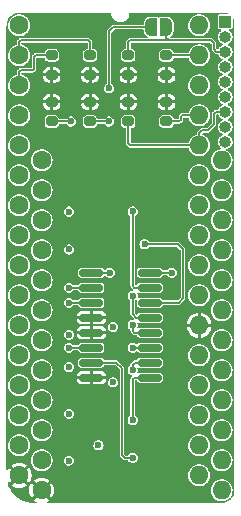
<source format=gtl>
%TF.GenerationSoftware,KiCad,Pcbnew,(6.0.2)*%
%TF.CreationDate,2022-03-14T15:32:47-04:00*%
%TF.ProjectId,23XX-Adapter,32335858-2d41-4646-9170-7465722e6b69,2*%
%TF.SameCoordinates,Original*%
%TF.FileFunction,Copper,L1,Top*%
%TF.FilePolarity,Positive*%
%FSLAX46Y46*%
G04 Gerber Fmt 4.6, Leading zero omitted, Abs format (unit mm)*
G04 Created by KiCad (PCBNEW (6.0.2)) date 2022-03-14 15:32:47*
%MOMM*%
%LPD*%
G01*
G04 APERTURE LIST*
G04 Aperture macros list*
%AMRoundRect*
0 Rectangle with rounded corners*
0 $1 Rounding radius*
0 $2 $3 $4 $5 $6 $7 $8 $9 X,Y pos of 4 corners*
0 Add a 4 corners polygon primitive as box body*
4,1,4,$2,$3,$4,$5,$6,$7,$8,$9,$2,$3,0*
0 Add four circle primitives for the rounded corners*
1,1,$1+$1,$2,$3*
1,1,$1+$1,$4,$5*
1,1,$1+$1,$6,$7*
1,1,$1+$1,$8,$9*
0 Add four rect primitives between the rounded corners*
20,1,$1+$1,$2,$3,$4,$5,0*
20,1,$1+$1,$4,$5,$6,$7,0*
20,1,$1+$1,$6,$7,$8,$9,0*
20,1,$1+$1,$8,$9,$2,$3,0*%
%AMFreePoly0*
4,1,22,0.500000,-0.750000,0.000000,-0.750000,0.000000,-0.745033,-0.079941,-0.743568,-0.215256,-0.701293,-0.333266,-0.622738,-0.424486,-0.514219,-0.481581,-0.384460,-0.499164,-0.250000,-0.500000,-0.250000,-0.500000,0.250000,-0.499164,0.250000,-0.499963,0.256109,-0.478152,0.396186,-0.417904,0.524511,-0.324060,0.630769,-0.204165,0.706417,-0.067858,0.745374,0.000000,0.744959,0.000000,0.750000,
0.500000,0.750000,0.500000,-0.750000,0.500000,-0.750000,$1*%
%AMFreePoly1*
4,1,20,0.000000,0.744959,0.073905,0.744508,0.209726,0.703889,0.328688,0.626782,0.421226,0.519385,0.479903,0.390333,0.500000,0.250000,0.500000,-0.250000,0.499851,-0.262216,0.476331,-0.402017,0.414519,-0.529596,0.319384,-0.634700,0.198574,-0.708877,0.061801,-0.746166,0.000000,-0.745033,0.000000,-0.750000,-0.500000,-0.750000,-0.500000,0.750000,0.000000,0.750000,0.000000,0.744959,
0.000000,0.744959,$1*%
G04 Aperture macros list end*
%TA.AperFunction,SMDPad,CuDef*%
%ADD10RoundRect,0.200000X0.275000X-0.200000X0.275000X0.200000X-0.275000X0.200000X-0.275000X-0.200000X0*%
%TD*%
%TA.AperFunction,SMDPad,CuDef*%
%ADD11RoundRect,0.200000X-0.275000X0.200000X-0.275000X-0.200000X0.275000X-0.200000X0.275000X0.200000X0*%
%TD*%
%TA.AperFunction,ComponentPad*%
%ADD12C,1.600000*%
%TD*%
%TA.AperFunction,ComponentPad*%
%ADD13O,1.600000X1.600000*%
%TD*%
%TA.AperFunction,ComponentPad*%
%ADD14O,1.000000X1.000000*%
%TD*%
%TA.AperFunction,ComponentPad*%
%ADD15R,1.000000X1.000000*%
%TD*%
%TA.AperFunction,SMDPad,CuDef*%
%ADD16FreePoly0,180.000000*%
%TD*%
%TA.AperFunction,SMDPad,CuDef*%
%ADD17FreePoly1,180.000000*%
%TD*%
%TA.AperFunction,SMDPad,CuDef*%
%ADD18RoundRect,0.150000X-0.825000X-0.150000X0.825000X-0.150000X0.825000X0.150000X-0.825000X0.150000X0*%
%TD*%
%TA.AperFunction,ViaPad*%
%ADD19C,0.600000*%
%TD*%
%TA.AperFunction,Conductor*%
%ADD20C,0.127000*%
%TD*%
G04 APERTURE END LIST*
D10*
X146031000Y-82533000D03*
X146031000Y-80883000D03*
D11*
X146031000Y-76930000D03*
X146031000Y-78580000D03*
X149269000Y-76930000D03*
X149269000Y-78580000D03*
D10*
X142793000Y-82533000D03*
X142793000Y-80883000D03*
D11*
X142793000Y-76930000D03*
X142793000Y-78580000D03*
D10*
X152507000Y-82533000D03*
X152507000Y-80883000D03*
D11*
X152507000Y-76930000D03*
X152507000Y-78580000D03*
D10*
X149269000Y-82533000D03*
X149269000Y-80883000D03*
D12*
X140030000Y-74390000D03*
X140030000Y-76930000D03*
X140030000Y-79470000D03*
X140030000Y-82010000D03*
X140030000Y-84550000D03*
X140030000Y-87090000D03*
X140030000Y-89630000D03*
X140030000Y-92170000D03*
X140030000Y-94710000D03*
X140030000Y-97250000D03*
X140030000Y-99790000D03*
X140030000Y-102330000D03*
X140030000Y-104870000D03*
X140030000Y-107410000D03*
X140030000Y-109950000D03*
X140030000Y-112490000D03*
D13*
X155270000Y-112490000D03*
X155270000Y-109950000D03*
X155270000Y-107410000D03*
X155270000Y-104870000D03*
X155270000Y-102330000D03*
X155270000Y-99790000D03*
X155270000Y-97250000D03*
X155270000Y-94710000D03*
X155270000Y-92170000D03*
X155270000Y-89630000D03*
X155270000Y-87090000D03*
X155270000Y-84550000D03*
X155270000Y-82010000D03*
X155270000Y-79470000D03*
X155270000Y-76930000D03*
X155270000Y-74390000D03*
D14*
X157475000Y-84250000D03*
X157475000Y-82980000D03*
X157475000Y-81710000D03*
X157475000Y-80440000D03*
X157475000Y-79170000D03*
X157475000Y-77900000D03*
X157475000Y-76630000D03*
X157475000Y-75360000D03*
D12*
X141935000Y-85820000D03*
X141935000Y-88360000D03*
X141935000Y-90900000D03*
X141935000Y-93440000D03*
X141935000Y-95980000D03*
X141935000Y-98520000D03*
X141935000Y-101060000D03*
X141935000Y-103600000D03*
X141935000Y-106140000D03*
X141935000Y-108680000D03*
X141935000Y-111220000D03*
X141935000Y-113760000D03*
D13*
X157175000Y-113760000D03*
X157175000Y-111220000D03*
X157175000Y-108680000D03*
X157175000Y-106140000D03*
X157175000Y-103600000D03*
X157175000Y-101060000D03*
X157175000Y-98520000D03*
X157175000Y-95980000D03*
X157175000Y-93440000D03*
X157175000Y-90900000D03*
X157175000Y-88360000D03*
X157175000Y-85820000D03*
D15*
X157475000Y-74090000D03*
D16*
X152497000Y-74537500D03*
D17*
X151197000Y-74537500D03*
D18*
X146142500Y-95330000D03*
X146142500Y-96600000D03*
X146142500Y-97870000D03*
X146142500Y-99140000D03*
X146142500Y-100410000D03*
X146142500Y-101680000D03*
X146142500Y-102950000D03*
X146142500Y-104220000D03*
X151092500Y-104220000D03*
X151092500Y-102950000D03*
X151092500Y-101680000D03*
X151092500Y-100410000D03*
X151092500Y-99140000D03*
X151092500Y-97870000D03*
X151092500Y-96600000D03*
X151092500Y-95330000D03*
D19*
X144250000Y-100583997D03*
X144411999Y-82533000D03*
X147649999Y-82533000D03*
X144250000Y-111242852D03*
X149650000Y-90144999D03*
X150650000Y-92932000D03*
X149650000Y-97274999D03*
X149650000Y-99774999D03*
X149650000Y-101680000D03*
X149650000Y-103584999D03*
X149650000Y-107800000D03*
X149650000Y-111010000D03*
X147968748Y-99921497D03*
X147700000Y-95330000D03*
X147968748Y-104613424D03*
X144250000Y-96600000D03*
X144250000Y-90157571D03*
X144250000Y-103313424D03*
X146750000Y-109942852D03*
X144250000Y-107278137D03*
X144250000Y-97870000D03*
X144250000Y-93367571D03*
X147649999Y-79731499D03*
X144250000Y-101680000D03*
X152951999Y-95330000D03*
D20*
X142793000Y-82533000D02*
X144411999Y-82533000D01*
X146031000Y-82533000D02*
X147649999Y-82533000D01*
X155524000Y-83280000D02*
X156032000Y-83280000D01*
X155270000Y-84550000D02*
X155270000Y-83534000D01*
X156540000Y-81883000D02*
X156713000Y-81710000D01*
X149269000Y-84391000D02*
X149428000Y-84550000D01*
X156713000Y-81710000D02*
X157475000Y-81710000D01*
X156540000Y-82772000D02*
X156540000Y-81883000D01*
X149428000Y-84550000D02*
X155270000Y-84550000D01*
X156032000Y-83280000D02*
X156540000Y-82772000D01*
X155270000Y-83534000D02*
X155524000Y-83280000D01*
X149269000Y-82533000D02*
X149269000Y-84391000D01*
X155270000Y-82010000D02*
X153852999Y-82010000D01*
X153725999Y-82391000D02*
X153725999Y-82137000D01*
X153852999Y-82010000D02*
X153725999Y-82137000D01*
X153583999Y-82533000D02*
X153725999Y-82391000D01*
X152507000Y-82533000D02*
X153583999Y-82533000D01*
X140157000Y-78200000D02*
X140030000Y-78327000D01*
X142793000Y-76930000D02*
X141427000Y-76930000D01*
X141427000Y-76930000D02*
X141300000Y-77057000D01*
X141300000Y-77057000D02*
X141300000Y-78073000D01*
X140030000Y-78327000D02*
X140030000Y-79470000D01*
X141173000Y-78200000D02*
X140157000Y-78200000D01*
X141300000Y-78073000D02*
X141173000Y-78200000D01*
X146031000Y-76930000D02*
X146031000Y-75819000D01*
X140030000Y-75787000D02*
X140030000Y-76930000D01*
X146031000Y-75819000D02*
X145872000Y-75660000D01*
X145872000Y-75660000D02*
X140157000Y-75660000D01*
X140157000Y-75660000D02*
X140030000Y-75787000D01*
X149269000Y-75819000D02*
X149428000Y-75660000D01*
X149269000Y-76930000D02*
X149269000Y-75819000D01*
X156522499Y-75896499D02*
X156522499Y-76422000D01*
X152497000Y-74537500D02*
X152497000Y-75427000D01*
X149428000Y-75660000D02*
X156286000Y-75660000D01*
X156522499Y-76422000D02*
X156730499Y-76630000D01*
X156730499Y-76630000D02*
X157475000Y-76630000D01*
X156286000Y-75660000D02*
X156522499Y-75896499D01*
X152497000Y-75427000D02*
X152730000Y-75660000D01*
X152507000Y-76930000D02*
X155270000Y-76930000D01*
X149794000Y-96600000D02*
X149650000Y-96456000D01*
X149650000Y-96456000D02*
X149650000Y-90144999D01*
X151092500Y-96600000D02*
X149794000Y-96600000D01*
X153900000Y-97500000D02*
X153530000Y-97870000D01*
X153530000Y-97870000D02*
X151092500Y-97870000D01*
X150650000Y-92932000D02*
X153492000Y-92932000D01*
X153492000Y-92932000D02*
X153900000Y-93340000D01*
X153900000Y-93340000D02*
X153900000Y-97500000D01*
X151092500Y-99140000D02*
X149921000Y-99140000D01*
X149921000Y-99140000D02*
X149650000Y-98869000D01*
X149650000Y-98869000D02*
X149650000Y-97274999D01*
X149650000Y-100266000D02*
X149650000Y-99774999D01*
X151092500Y-100410000D02*
X149794000Y-100410000D01*
X149794000Y-100410000D02*
X149650000Y-100266000D01*
X151092500Y-101680000D02*
X149650000Y-101680000D01*
X149650000Y-103584999D02*
X149650000Y-103124000D01*
X151092500Y-102950000D02*
X149824000Y-102950000D01*
X149650000Y-103124000D02*
X149824000Y-102950000D01*
X149650000Y-107800000D02*
X149650000Y-104350000D01*
X149650000Y-104350000D02*
X149780000Y-104220000D01*
X149780000Y-104220000D02*
X151092500Y-104220000D01*
X146142500Y-102950000D02*
X148250000Y-102950000D01*
X149650000Y-111010000D02*
X148960000Y-111010000D01*
X148743123Y-103443123D02*
X148743123Y-110793123D01*
X148250000Y-102950000D02*
X148743123Y-103443123D01*
X148743123Y-110793123D02*
X148960000Y-111010000D01*
X146142500Y-95330000D02*
X147700000Y-95330000D01*
X146142500Y-96600000D02*
X144250000Y-96600000D01*
X146142500Y-97870000D02*
X144250000Y-97870000D01*
X147649999Y-79731499D02*
X147649999Y-74898001D01*
X147649999Y-74898001D02*
X148010500Y-74537500D01*
X151092500Y-95330000D02*
X152951999Y-95330000D01*
X148010500Y-74537500D02*
X151197000Y-74537500D01*
X146142500Y-101680000D02*
X144250000Y-101680000D01*
%TA.AperFunction,Conductor*%
G36*
X147812829Y-73338306D02*
G01*
X147830793Y-73375967D01*
X147843702Y-73498787D01*
X147844715Y-73501904D01*
X147844715Y-73501905D01*
X147892804Y-73649910D01*
X147892806Y-73649915D01*
X147893817Y-73653026D01*
X147974905Y-73793474D01*
X148083422Y-73913995D01*
X148086069Y-73915918D01*
X148086071Y-73915920D01*
X148211976Y-74007395D01*
X148211980Y-74007397D01*
X148214625Y-74009319D01*
X148362780Y-74075282D01*
X148365984Y-74075963D01*
X148518211Y-74108320D01*
X148518215Y-74108320D01*
X148521412Y-74109000D01*
X148683588Y-74109000D01*
X148686785Y-74108320D01*
X148686789Y-74108320D01*
X148839016Y-74075963D01*
X148842220Y-74075282D01*
X148990375Y-74009319D01*
X148993020Y-74007397D01*
X148993024Y-74007395D01*
X149118929Y-73915920D01*
X149118931Y-73915918D01*
X149121578Y-73913995D01*
X149230095Y-73793474D01*
X149311183Y-73653026D01*
X149312194Y-73649915D01*
X149312196Y-73649910D01*
X149360285Y-73501905D01*
X149360285Y-73501904D01*
X149361298Y-73498787D01*
X149374207Y-73375967D01*
X149397033Y-73333928D01*
X149436365Y-73320000D01*
X157445184Y-73320000D01*
X157459190Y-73321590D01*
X157466973Y-73323379D01*
X157474642Y-73325143D01*
X157481508Y-73323589D01*
X157483507Y-73323593D01*
X157500648Y-73322526D01*
X157520701Y-73324501D01*
X157619097Y-73334192D01*
X157631111Y-73336582D01*
X157643010Y-73340192D01*
X157679986Y-73370540D01*
X157684673Y-73418145D01*
X157654325Y-73455121D01*
X157624865Y-73462500D01*
X156962442Y-73462500D01*
X156959431Y-73463099D01*
X156931287Y-73468697D01*
X156931285Y-73468698D01*
X156925252Y-73469898D01*
X156883078Y-73498078D01*
X156854898Y-73540252D01*
X156847500Y-73577442D01*
X156847500Y-74602558D01*
X156854898Y-74639748D01*
X156883078Y-74681922D01*
X156925252Y-74710102D01*
X156931285Y-74711302D01*
X156931287Y-74711303D01*
X156957384Y-74716494D01*
X156962442Y-74717500D01*
X157094244Y-74717500D01*
X157138438Y-74735806D01*
X157156744Y-74780000D01*
X157138438Y-74824194D01*
X157126081Y-74833222D01*
X157126167Y-74833348D01*
X157123047Y-74835469D01*
X157119702Y-74837195D01*
X157112533Y-74843449D01*
X157009244Y-74933554D01*
X157005251Y-74937037D01*
X157003085Y-74940119D01*
X157003084Y-74940120D01*
X156977083Y-74977116D01*
X156917920Y-75061296D01*
X156895001Y-75120082D01*
X156864235Y-75198993D01*
X156862750Y-75202801D01*
X156862258Y-75206538D01*
X156843418Y-75349640D01*
X156843418Y-75349644D01*
X156842926Y-75353381D01*
X156859592Y-75504343D01*
X156860886Y-75507879D01*
X156860887Y-75507883D01*
X156871924Y-75538042D01*
X156911787Y-75646971D01*
X156948861Y-75702143D01*
X156993843Y-75769083D01*
X156996497Y-75773033D01*
X157108831Y-75875250D01*
X157175933Y-75911683D01*
X157229394Y-75940710D01*
X157259498Y-75977885D01*
X157254498Y-76025458D01*
X157228238Y-76051174D01*
X157123053Y-76105465D01*
X157123050Y-76105467D01*
X157119702Y-76107195D01*
X157005251Y-76207037D01*
X157003085Y-76210119D01*
X157003084Y-76210120D01*
X156982529Y-76239367D01*
X156917920Y-76331296D01*
X156896550Y-76386107D01*
X156892086Y-76397557D01*
X156858977Y-76432083D01*
X156811152Y-76433085D01*
X156789663Y-76419050D01*
X156731803Y-76361190D01*
X156713499Y-76316997D01*
X156713499Y-75939731D01*
X156714749Y-75932392D01*
X156714022Y-75932309D01*
X156714819Y-75925318D01*
X156717151Y-75918677D01*
X156713882Y-75889301D01*
X156713499Y-75882389D01*
X156713499Y-75874966D01*
X156711918Y-75868034D01*
X156710742Y-75861081D01*
X156707513Y-75832070D01*
X156703780Y-75826106D01*
X156702405Y-75822158D01*
X156700596Y-75818399D01*
X156699031Y-75811540D01*
X156690615Y-75800978D01*
X156680851Y-75788726D01*
X156676755Y-75782940D01*
X156674779Y-75779784D01*
X156674778Y-75779782D01*
X156672903Y-75776788D01*
X156667690Y-75771575D01*
X156663005Y-75766331D01*
X156649111Y-75748895D01*
X156649110Y-75748895D01*
X156644724Y-75743390D01*
X156638385Y-75740332D01*
X156632884Y-75735941D01*
X156633310Y-75735407D01*
X156627146Y-75731031D01*
X156451628Y-75555513D01*
X156447323Y-75549439D01*
X156446750Y-75549895D01*
X156442369Y-75544387D01*
X156439322Y-75538042D01*
X156416239Y-75519582D01*
X156411080Y-75514965D01*
X156405831Y-75509716D01*
X156399828Y-75505943D01*
X156394052Y-75501838D01*
X156371267Y-75483617D01*
X156364407Y-75482040D01*
X156360647Y-75480222D01*
X156356711Y-75478844D01*
X156350752Y-75475098D01*
X156343758Y-75474307D01*
X156343757Y-75474307D01*
X156321764Y-75471821D01*
X156314787Y-75470629D01*
X156307703Y-75469000D01*
X156300329Y-75469000D01*
X156293308Y-75468604D01*
X156264162Y-75465309D01*
X156257517Y-75467630D01*
X156250523Y-75468414D01*
X156250447Y-75467736D01*
X156242995Y-75469000D01*
X152835003Y-75469000D01*
X152790809Y-75450694D01*
X152782595Y-75442480D01*
X152764289Y-75398286D01*
X152782595Y-75354092D01*
X152793438Y-75345428D01*
X152891882Y-75283314D01*
X152893762Y-75282128D01*
X152921831Y-75258239D01*
X153016639Y-75150888D01*
X153036875Y-75120082D01*
X153063187Y-75064041D01*
X153096800Y-74992449D01*
X153096803Y-74992441D01*
X153097744Y-74990437D01*
X153098395Y-74988308D01*
X153107869Y-74957319D01*
X153107870Y-74957313D01*
X153108520Y-74955188D01*
X153130554Y-74813670D01*
X153131005Y-74776816D01*
X153127526Y-74750209D01*
X153126998Y-74742107D01*
X153126998Y-74390000D01*
X154337391Y-74390000D01*
X154357771Y-74583900D01*
X154358784Y-74587017D01*
X154358784Y-74587018D01*
X154417006Y-74766210D01*
X154417008Y-74766215D01*
X154418019Y-74769326D01*
X154428327Y-74787180D01*
X154513865Y-74935338D01*
X154513868Y-74935342D01*
X154515503Y-74938174D01*
X154517694Y-74940608D01*
X154517696Y-74940610D01*
X154629526Y-75064809D01*
X154645963Y-75083064D01*
X154803695Y-75197663D01*
X154981808Y-75276964D01*
X154985012Y-75277645D01*
X155169315Y-75316820D01*
X155169319Y-75316820D01*
X155172516Y-75317500D01*
X155367484Y-75317500D01*
X155370681Y-75316820D01*
X155370685Y-75316820D01*
X155554988Y-75277645D01*
X155558192Y-75276964D01*
X155736305Y-75197663D01*
X155894037Y-75083064D01*
X155910474Y-75064809D01*
X156022304Y-74940610D01*
X156022306Y-74940608D01*
X156024497Y-74938174D01*
X156026132Y-74935342D01*
X156026135Y-74935338D01*
X156111673Y-74787180D01*
X156121981Y-74769326D01*
X156122992Y-74766215D01*
X156122994Y-74766210D01*
X156181216Y-74587018D01*
X156181216Y-74587017D01*
X156182229Y-74583900D01*
X156202609Y-74390000D01*
X156182229Y-74196100D01*
X156163031Y-74137013D01*
X156122994Y-74013790D01*
X156122992Y-74013785D01*
X156121981Y-74010674D01*
X156084589Y-73945909D01*
X156026135Y-73844662D01*
X156026132Y-73844658D01*
X156024497Y-73841826D01*
X156012932Y-73828981D01*
X155896226Y-73699367D01*
X155896225Y-73699366D01*
X155894037Y-73696936D01*
X155736305Y-73582337D01*
X155558192Y-73503036D01*
X155518781Y-73494659D01*
X155370685Y-73463180D01*
X155370681Y-73463180D01*
X155367484Y-73462500D01*
X155172516Y-73462500D01*
X155169319Y-73463180D01*
X155169315Y-73463180D01*
X155021219Y-73494659D01*
X154981808Y-73503036D01*
X154803696Y-73582337D01*
X154801051Y-73584259D01*
X154801047Y-73584261D01*
X154648612Y-73695011D01*
X154648610Y-73695013D01*
X154645963Y-73696936D01*
X154567962Y-73783565D01*
X154527069Y-73828981D01*
X154515503Y-73841826D01*
X154513868Y-73844658D01*
X154513865Y-73844662D01*
X154455411Y-73945909D01*
X154418019Y-74010674D01*
X154417008Y-74013785D01*
X154417006Y-74013790D01*
X154376969Y-74137013D01*
X154357771Y-74196100D01*
X154337391Y-74390000D01*
X153126998Y-74390000D01*
X153126998Y-74341346D01*
X153127742Y-74331731D01*
X153130212Y-74315864D01*
X153130554Y-74313670D01*
X153131005Y-74276816D01*
X153112435Y-74134802D01*
X153102522Y-74099300D01*
X153098273Y-74089642D01*
X153045736Y-73970246D01*
X153044839Y-73968207D01*
X153025363Y-73936916D01*
X152933206Y-73827281D01*
X152905728Y-73802714D01*
X152845928Y-73762907D01*
X152788359Y-73724586D01*
X152788354Y-73724583D01*
X152786503Y-73723351D01*
X152783604Y-73721968D01*
X152765057Y-73713122D01*
X152753235Y-73707483D01*
X152751109Y-73706819D01*
X152751107Y-73706818D01*
X152618649Y-73665435D01*
X152618645Y-73665434D01*
X152616529Y-73664773D01*
X152614343Y-73664419D01*
X152614339Y-73664418D01*
X152599099Y-73661950D01*
X152580146Y-73658880D01*
X152577930Y-73658839D01*
X152577926Y-73658839D01*
X152508547Y-73657568D01*
X152436947Y-73656255D01*
X152431135Y-73656979D01*
X152430780Y-73657023D01*
X152423056Y-73657502D01*
X151997000Y-73657502D01*
X151993989Y-73658101D01*
X151953287Y-73666197D01*
X151953285Y-73666198D01*
X151947252Y-73667398D01*
X151905078Y-73695578D01*
X151901659Y-73700695D01*
X151898967Y-73704724D01*
X151859194Y-73731300D01*
X151812277Y-73721968D01*
X151795033Y-73704724D01*
X151792341Y-73700695D01*
X151788922Y-73695578D01*
X151746748Y-73667398D01*
X151740715Y-73666198D01*
X151740713Y-73666197D01*
X151700011Y-73658101D01*
X151697000Y-73657502D01*
X151205573Y-73657502D01*
X151204427Y-73657492D01*
X151136947Y-73656255D01*
X151100370Y-73660811D01*
X151098225Y-73661396D01*
X151098219Y-73661397D01*
X151001475Y-73687773D01*
X150962190Y-73698484D01*
X150928364Y-73713122D01*
X150926483Y-73714277D01*
X150926479Y-73714279D01*
X150808202Y-73786901D01*
X150808197Y-73786905D01*
X150806312Y-73788062D01*
X150777953Y-73811605D01*
X150681839Y-73917789D01*
X150661228Y-73948347D01*
X150660263Y-73950339D01*
X150660260Y-73950344D01*
X150624556Y-74024038D01*
X150598781Y-74077239D01*
X150594480Y-74090716D01*
X150588645Y-74109000D01*
X150587575Y-74112352D01*
X150563813Y-74253590D01*
X150562021Y-74273568D01*
X150562006Y-74274764D01*
X150562006Y-74274771D01*
X150561884Y-74284765D01*
X150543039Y-74328732D01*
X150499389Y-74346500D01*
X148053731Y-74346500D01*
X148046392Y-74345250D01*
X148046309Y-74345977D01*
X148039318Y-74345180D01*
X148032677Y-74342848D01*
X148025685Y-74343626D01*
X148025683Y-74343626D01*
X148003303Y-74346117D01*
X147996390Y-74346500D01*
X147988967Y-74346500D01*
X147985543Y-74347281D01*
X147982053Y-74348077D01*
X147975067Y-74349259D01*
X147967383Y-74350114D01*
X147946071Y-74352486D01*
X147940108Y-74356219D01*
X147936162Y-74357593D01*
X147932402Y-74359403D01*
X147925541Y-74360968D01*
X147920039Y-74365353D01*
X147920038Y-74365353D01*
X147902721Y-74379153D01*
X147896941Y-74383246D01*
X147890789Y-74387097D01*
X147885581Y-74392305D01*
X147880337Y-74396990D01*
X147857391Y-74415275D01*
X147854333Y-74421614D01*
X147849942Y-74427115D01*
X147849409Y-74426689D01*
X147845031Y-74432855D01*
X147545513Y-74732373D01*
X147539439Y-74736678D01*
X147539895Y-74737252D01*
X147534390Y-74741631D01*
X147528041Y-74744679D01*
X147520915Y-74753590D01*
X147509581Y-74767762D01*
X147504964Y-74772921D01*
X147499715Y-74778170D01*
X147497846Y-74781144D01*
X147495942Y-74784173D01*
X147491837Y-74789949D01*
X147473616Y-74812734D01*
X147472039Y-74819594D01*
X147470221Y-74823354D01*
X147468843Y-74827290D01*
X147465097Y-74833249D01*
X147464306Y-74840243D01*
X147464306Y-74840244D01*
X147461820Y-74862237D01*
X147460628Y-74869214D01*
X147458999Y-74876298D01*
X147458999Y-74883672D01*
X147458603Y-74890693D01*
X147455308Y-74919839D01*
X147457629Y-74926484D01*
X147458413Y-74933478D01*
X147457735Y-74933554D01*
X147458999Y-74941006D01*
X147458999Y-79312024D01*
X147440693Y-79356218D01*
X147429849Y-79364882D01*
X147373844Y-79400218D01*
X147373842Y-79400220D01*
X147370079Y-79402594D01*
X147367136Y-79405926D01*
X147367134Y-79405928D01*
X147313421Y-79466746D01*
X147289017Y-79494378D01*
X147287125Y-79498408D01*
X147238867Y-79601194D01*
X147238866Y-79601197D01*
X147236975Y-79605225D01*
X147218135Y-79726223D01*
X147218712Y-79730636D01*
X147218712Y-79730637D01*
X147221062Y-79748604D01*
X147234013Y-79847644D01*
X147235806Y-79851719D01*
X147265491Y-79919182D01*
X147283332Y-79959729D01*
X147297271Y-79976312D01*
X147332460Y-80018174D01*
X147362126Y-80053467D01*
X147365831Y-80055933D01*
X147365833Y-80055935D01*
X147377649Y-80063800D01*
X147464063Y-80121322D01*
X147580947Y-80157839D01*
X147585397Y-80157921D01*
X147585400Y-80157921D01*
X147635073Y-80158831D01*
X147703382Y-80160083D01*
X147772294Y-80141296D01*
X147817225Y-80129047D01*
X147817228Y-80129046D01*
X147821526Y-80127874D01*
X147825322Y-80125543D01*
X147825325Y-80125542D01*
X147922082Y-80066132D01*
X147925880Y-80063800D01*
X148008057Y-79973012D01*
X148061450Y-79862810D01*
X148063627Y-79849875D01*
X148080309Y-79750710D01*
X148081766Y-79742051D01*
X148081895Y-79731499D01*
X148064535Y-79610280D01*
X148013851Y-79498806D01*
X147989030Y-79470000D01*
X154337391Y-79470000D01*
X154357771Y-79663900D01*
X154358784Y-79667017D01*
X154358784Y-79667018D01*
X154417006Y-79846210D01*
X154417008Y-79846215D01*
X154418019Y-79849326D01*
X154443647Y-79893715D01*
X154513865Y-80015338D01*
X154513868Y-80015342D01*
X154515503Y-80018174D01*
X154517694Y-80020608D01*
X154517696Y-80020610D01*
X154643205Y-80160001D01*
X154645963Y-80163064D01*
X154803695Y-80277663D01*
X154981808Y-80356964D01*
X154985012Y-80357645D01*
X155169315Y-80396820D01*
X155169319Y-80396820D01*
X155172516Y-80397500D01*
X155367484Y-80397500D01*
X155370681Y-80396820D01*
X155370685Y-80396820D01*
X155554988Y-80357645D01*
X155558192Y-80356964D01*
X155736305Y-80277663D01*
X155894037Y-80163064D01*
X155896795Y-80160001D01*
X156022304Y-80020610D01*
X156022306Y-80020608D01*
X156024497Y-80018174D01*
X156026132Y-80015342D01*
X156026135Y-80015338D01*
X156096353Y-79893715D01*
X156121981Y-79849326D01*
X156122992Y-79846215D01*
X156122994Y-79846210D01*
X156181216Y-79667018D01*
X156181216Y-79667017D01*
X156182229Y-79663900D01*
X156202609Y-79470000D01*
X156182229Y-79276100D01*
X156152057Y-79183238D01*
X156122994Y-79093790D01*
X156122992Y-79093785D01*
X156121981Y-79090674D01*
X156079179Y-79016538D01*
X156026135Y-78924662D01*
X156026132Y-78924658D01*
X156024497Y-78921826D01*
X155979000Y-78871296D01*
X155896226Y-78779367D01*
X155896225Y-78779366D01*
X155894037Y-78776936D01*
X155736305Y-78662337D01*
X155558192Y-78583036D01*
X155475494Y-78565458D01*
X155370685Y-78543180D01*
X155370681Y-78543180D01*
X155367484Y-78542500D01*
X155172516Y-78542500D01*
X155169319Y-78543180D01*
X155169315Y-78543180D01*
X155064506Y-78565458D01*
X154981808Y-78583036D01*
X154803696Y-78662337D01*
X154801051Y-78664259D01*
X154801047Y-78664261D01*
X154648612Y-78775011D01*
X154648610Y-78775013D01*
X154645963Y-78776936D01*
X154515503Y-78921826D01*
X154513868Y-78924658D01*
X154513865Y-78924662D01*
X154460821Y-79016538D01*
X154418019Y-79090674D01*
X154417008Y-79093785D01*
X154417006Y-79093790D01*
X154387943Y-79183238D01*
X154357771Y-79276100D01*
X154337391Y-79470000D01*
X147989030Y-79470000D01*
X147933917Y-79406038D01*
X147869504Y-79364288D01*
X147842376Y-79324890D01*
X147840999Y-79311842D01*
X147840999Y-78832772D01*
X148540001Y-78832772D01*
X148540140Y-78835720D01*
X148542645Y-78862238D01*
X148544266Y-78869626D01*
X148586693Y-78990440D01*
X148591009Y-78998591D01*
X148666575Y-79100900D01*
X148673100Y-79107425D01*
X148775409Y-79182991D01*
X148783560Y-79187307D01*
X148904379Y-79229736D01*
X148911756Y-79231354D01*
X148938283Y-79233861D01*
X148941225Y-79234000D01*
X149129569Y-79234000D01*
X149138359Y-79230359D01*
X149142000Y-79221569D01*
X149142000Y-79221568D01*
X149396000Y-79221568D01*
X149399641Y-79230358D01*
X149408431Y-79233999D01*
X149596772Y-79233999D01*
X149599720Y-79233860D01*
X149626238Y-79231355D01*
X149633626Y-79229734D01*
X149754440Y-79187307D01*
X149762591Y-79182991D01*
X149864900Y-79107425D01*
X149871425Y-79100900D01*
X149946991Y-78998591D01*
X149951307Y-78990440D01*
X149993736Y-78869621D01*
X149995354Y-78862244D01*
X149997861Y-78835717D01*
X149998000Y-78832775D01*
X149998000Y-78832772D01*
X151778001Y-78832772D01*
X151778140Y-78835720D01*
X151780645Y-78862238D01*
X151782266Y-78869626D01*
X151824693Y-78990440D01*
X151829009Y-78998591D01*
X151904575Y-79100900D01*
X151911100Y-79107425D01*
X152013409Y-79182991D01*
X152021560Y-79187307D01*
X152142379Y-79229736D01*
X152149756Y-79231354D01*
X152176283Y-79233861D01*
X152179225Y-79234000D01*
X152367569Y-79234000D01*
X152376359Y-79230359D01*
X152380000Y-79221569D01*
X152380000Y-79221568D01*
X152634000Y-79221568D01*
X152637641Y-79230358D01*
X152646431Y-79233999D01*
X152834772Y-79233999D01*
X152837720Y-79233860D01*
X152864238Y-79231355D01*
X152871626Y-79229734D01*
X152992440Y-79187307D01*
X153000591Y-79182991D01*
X153102900Y-79107425D01*
X153109425Y-79100900D01*
X153184991Y-78998591D01*
X153189307Y-78990440D01*
X153231736Y-78869621D01*
X153233354Y-78862244D01*
X153235861Y-78835717D01*
X153236000Y-78832775D01*
X153236000Y-78719431D01*
X153232359Y-78710641D01*
X153223569Y-78707000D01*
X152646431Y-78707000D01*
X152637641Y-78710641D01*
X152634000Y-78719431D01*
X152634000Y-79221568D01*
X152380000Y-79221568D01*
X152380000Y-78719431D01*
X152376359Y-78710641D01*
X152367569Y-78707000D01*
X151790432Y-78707000D01*
X151781642Y-78710641D01*
X151778001Y-78719431D01*
X151778001Y-78832772D01*
X149998000Y-78832772D01*
X149998000Y-78719431D01*
X149994359Y-78710641D01*
X149985569Y-78707000D01*
X149408431Y-78707000D01*
X149399641Y-78710641D01*
X149396000Y-78719431D01*
X149396000Y-79221568D01*
X149142000Y-79221568D01*
X149142000Y-78719431D01*
X149138359Y-78710641D01*
X149129569Y-78707000D01*
X148552432Y-78707000D01*
X148543642Y-78710641D01*
X148540001Y-78719431D01*
X148540001Y-78832772D01*
X147840999Y-78832772D01*
X147840999Y-78440569D01*
X148540000Y-78440569D01*
X148543641Y-78449359D01*
X148552431Y-78453000D01*
X149129569Y-78453000D01*
X149138359Y-78449359D01*
X149142000Y-78440569D01*
X149396000Y-78440569D01*
X149399641Y-78449359D01*
X149408431Y-78453000D01*
X149985568Y-78453000D01*
X149994358Y-78449359D01*
X149997999Y-78440569D01*
X151778000Y-78440569D01*
X151781641Y-78449359D01*
X151790431Y-78453000D01*
X152367569Y-78453000D01*
X152376359Y-78449359D01*
X152380000Y-78440569D01*
X152634000Y-78440569D01*
X152637641Y-78449359D01*
X152646431Y-78453000D01*
X153223568Y-78453000D01*
X153232358Y-78449359D01*
X153235999Y-78440569D01*
X153235999Y-78327228D01*
X153235860Y-78324280D01*
X153233355Y-78297762D01*
X153231734Y-78290374D01*
X153189307Y-78169560D01*
X153184991Y-78161409D01*
X153109425Y-78059100D01*
X153102900Y-78052575D01*
X153000591Y-77977009D01*
X152992440Y-77972693D01*
X152871621Y-77930264D01*
X152864244Y-77928646D01*
X152837717Y-77926139D01*
X152834775Y-77926000D01*
X152646431Y-77926000D01*
X152637641Y-77929641D01*
X152634000Y-77938431D01*
X152634000Y-78440569D01*
X152380000Y-78440569D01*
X152380000Y-77938432D01*
X152376359Y-77929642D01*
X152367569Y-77926001D01*
X152179228Y-77926001D01*
X152176280Y-77926140D01*
X152149762Y-77928645D01*
X152142374Y-77930266D01*
X152021560Y-77972693D01*
X152013409Y-77977009D01*
X151911100Y-78052575D01*
X151904575Y-78059100D01*
X151829009Y-78161409D01*
X151824693Y-78169560D01*
X151782264Y-78290379D01*
X151780646Y-78297756D01*
X151778139Y-78324283D01*
X151778000Y-78327225D01*
X151778000Y-78440569D01*
X149997999Y-78440569D01*
X149997999Y-78327228D01*
X149997860Y-78324280D01*
X149995355Y-78297762D01*
X149993734Y-78290374D01*
X149951307Y-78169560D01*
X149946991Y-78161409D01*
X149871425Y-78059100D01*
X149864900Y-78052575D01*
X149762591Y-77977009D01*
X149754440Y-77972693D01*
X149633621Y-77930264D01*
X149626244Y-77928646D01*
X149599717Y-77926139D01*
X149596775Y-77926000D01*
X149408431Y-77926000D01*
X149399641Y-77929641D01*
X149396000Y-77938431D01*
X149396000Y-78440569D01*
X149142000Y-78440569D01*
X149142000Y-77938432D01*
X149138359Y-77929642D01*
X149129569Y-77926001D01*
X148941228Y-77926001D01*
X148938280Y-77926140D01*
X148911762Y-77928645D01*
X148904374Y-77930266D01*
X148783560Y-77972693D01*
X148775409Y-77977009D01*
X148673100Y-78052575D01*
X148666575Y-78059100D01*
X148591009Y-78161409D01*
X148586693Y-78169560D01*
X148544264Y-78290379D01*
X148542646Y-78297756D01*
X148540139Y-78324283D01*
X148540000Y-78327225D01*
X148540000Y-78440569D01*
X147840999Y-78440569D01*
X147840999Y-75003004D01*
X147859305Y-74958810D01*
X148071309Y-74746806D01*
X148115503Y-74728500D01*
X150499569Y-74728500D01*
X150543763Y-74746806D01*
X150561937Y-74786940D01*
X150563173Y-74805929D01*
X150563343Y-74807114D01*
X150563343Y-74807117D01*
X150568546Y-74843449D01*
X150583477Y-74947706D01*
X150593822Y-74983083D01*
X150594741Y-74985104D01*
X150594742Y-74985107D01*
X150630981Y-75064809D01*
X150653102Y-75113462D01*
X150672960Y-75144513D01*
X150766450Y-75253014D01*
X150768127Y-75254477D01*
X150768130Y-75254480D01*
X150772439Y-75258239D01*
X150794225Y-75277244D01*
X150911153Y-75353033D01*
X150912727Y-75354053D01*
X150939856Y-75393452D01*
X150931180Y-75440494D01*
X150891781Y-75467623D01*
X150878733Y-75469000D01*
X149471232Y-75469000D01*
X149463893Y-75467750D01*
X149463810Y-75468477D01*
X149456819Y-75467680D01*
X149450178Y-75465348D01*
X149443185Y-75466126D01*
X149443184Y-75466126D01*
X149420800Y-75468617D01*
X149413888Y-75469000D01*
X149406467Y-75469000D01*
X149403044Y-75469781D01*
X149403043Y-75469781D01*
X149399552Y-75470577D01*
X149392569Y-75471758D01*
X149370562Y-75474207D01*
X149363571Y-75474985D01*
X149357608Y-75478718D01*
X149353675Y-75480088D01*
X149349905Y-75481902D01*
X149343041Y-75483468D01*
X149325248Y-75497647D01*
X149320229Y-75501646D01*
X149314446Y-75505740D01*
X149311290Y-75507716D01*
X149311285Y-75507720D01*
X149308289Y-75509596D01*
X149303076Y-75514809D01*
X149297832Y-75519494D01*
X149274891Y-75537775D01*
X149271833Y-75544114D01*
X149267442Y-75549615D01*
X149266908Y-75549189D01*
X149262532Y-75555353D01*
X149164513Y-75653372D01*
X149158439Y-75657677D01*
X149158895Y-75658250D01*
X149153387Y-75662631D01*
X149147042Y-75665678D01*
X149142646Y-75671175D01*
X149128582Y-75688761D01*
X149123965Y-75693920D01*
X149118716Y-75699169D01*
X149114943Y-75705172D01*
X149110838Y-75710948D01*
X149092617Y-75733733D01*
X149091040Y-75740593D01*
X149089222Y-75744353D01*
X149087844Y-75748289D01*
X149084098Y-75754248D01*
X149083307Y-75761242D01*
X149083307Y-75761243D01*
X149080821Y-75783236D01*
X149079629Y-75790213D01*
X149078000Y-75797297D01*
X149078000Y-75804671D01*
X149077604Y-75811692D01*
X149074309Y-75840838D01*
X149076630Y-75847483D01*
X149077414Y-75854477D01*
X149076736Y-75854553D01*
X149078000Y-75862005D01*
X149078000Y-76340001D01*
X149059694Y-76384195D01*
X149015500Y-76402501D01*
X148955626Y-76402501D01*
X148953615Y-76402766D01*
X148953610Y-76402766D01*
X148912669Y-76408155D01*
X148912668Y-76408155D01*
X148907929Y-76408779D01*
X148903595Y-76410800D01*
X148808213Y-76455277D01*
X148808211Y-76455279D01*
X148803256Y-76457589D01*
X148721589Y-76539256D01*
X148719279Y-76544211D01*
X148719277Y-76544213D01*
X148707437Y-76569604D01*
X148672779Y-76643929D01*
X148672155Y-76648669D01*
X148672155Y-76648670D01*
X148666767Y-76689593D01*
X148666767Y-76689601D01*
X148666500Y-76691625D01*
X148666500Y-76693672D01*
X148666501Y-76930640D01*
X148666501Y-77168374D01*
X148666766Y-77170385D01*
X148666766Y-77170390D01*
X148667418Y-77175342D01*
X148672779Y-77216071D01*
X148674800Y-77220404D01*
X148674800Y-77220405D01*
X148719277Y-77315787D01*
X148719279Y-77315789D01*
X148721589Y-77320744D01*
X148803256Y-77402411D01*
X148808211Y-77404721D01*
X148808213Y-77404723D01*
X148857015Y-77427479D01*
X148907929Y-77451221D01*
X148921295Y-77452981D01*
X148953593Y-77457233D01*
X148953601Y-77457233D01*
X148955625Y-77457500D01*
X148957672Y-77457500D01*
X149269844Y-77457499D01*
X149582374Y-77457499D01*
X149584385Y-77457234D01*
X149584390Y-77457234D01*
X149625331Y-77451845D01*
X149625332Y-77451845D01*
X149630071Y-77451221D01*
X149637198Y-77447898D01*
X149729787Y-77404723D01*
X149729789Y-77404721D01*
X149734744Y-77402411D01*
X149816411Y-77320744D01*
X149818721Y-77315789D01*
X149818723Y-77315787D01*
X149850386Y-77247885D01*
X149865221Y-77216071D01*
X149870583Y-77175342D01*
X149871233Y-77170407D01*
X149871233Y-77170399D01*
X149871500Y-77168375D01*
X149871500Y-76930000D01*
X149871499Y-76693672D01*
X151904500Y-76693672D01*
X151904501Y-76930640D01*
X151904501Y-77168374D01*
X151904766Y-77170385D01*
X151904766Y-77170390D01*
X151905418Y-77175342D01*
X151910779Y-77216071D01*
X151912800Y-77220404D01*
X151912800Y-77220405D01*
X151957277Y-77315787D01*
X151957279Y-77315789D01*
X151959589Y-77320744D01*
X152041256Y-77402411D01*
X152046211Y-77404721D01*
X152046213Y-77404723D01*
X152095015Y-77427479D01*
X152145929Y-77451221D01*
X152159295Y-77452981D01*
X152191593Y-77457233D01*
X152191601Y-77457233D01*
X152193625Y-77457500D01*
X152195672Y-77457500D01*
X152507844Y-77457499D01*
X152820374Y-77457499D01*
X152822385Y-77457234D01*
X152822390Y-77457234D01*
X152863331Y-77451845D01*
X152863332Y-77451845D01*
X152868071Y-77451221D01*
X152875198Y-77447898D01*
X152967787Y-77404723D01*
X152967789Y-77404721D01*
X152972744Y-77402411D01*
X153054411Y-77320744D01*
X153056721Y-77315789D01*
X153056723Y-77315787D01*
X153088386Y-77247885D01*
X153103221Y-77216071D01*
X153108583Y-77175342D01*
X153132500Y-77133915D01*
X153170548Y-77121000D01*
X154311420Y-77121000D01*
X154355614Y-77139306D01*
X154370861Y-77164187D01*
X154417006Y-77306210D01*
X154417008Y-77306215D01*
X154418019Y-77309326D01*
X154426844Y-77324612D01*
X154513865Y-77475338D01*
X154513868Y-77475342D01*
X154515503Y-77478174D01*
X154517694Y-77480608D01*
X154517696Y-77480610D01*
X154629526Y-77604809D01*
X154645963Y-77623064D01*
X154803695Y-77737663D01*
X154981808Y-77816964D01*
X154985012Y-77817645D01*
X155169315Y-77856820D01*
X155169319Y-77856820D01*
X155172516Y-77857500D01*
X155367484Y-77857500D01*
X155370681Y-77856820D01*
X155370685Y-77856820D01*
X155554988Y-77817645D01*
X155558192Y-77816964D01*
X155736305Y-77737663D01*
X155894037Y-77623064D01*
X155910474Y-77604809D01*
X156022304Y-77480610D01*
X156022306Y-77480608D01*
X156024497Y-77478174D01*
X156026132Y-77475342D01*
X156026135Y-77475338D01*
X156113156Y-77324612D01*
X156121981Y-77309326D01*
X156122992Y-77306215D01*
X156122994Y-77306210D01*
X156181216Y-77127018D01*
X156181216Y-77127017D01*
X156182229Y-77123900D01*
X156201812Y-76937583D01*
X156202267Y-76933254D01*
X156202609Y-76930000D01*
X156182229Y-76736100D01*
X156169139Y-76695813D01*
X156122994Y-76553790D01*
X156122992Y-76553785D01*
X156121981Y-76550674D01*
X156082889Y-76482965D01*
X156026135Y-76384662D01*
X156026132Y-76384658D01*
X156024497Y-76381826D01*
X155989435Y-76342885D01*
X155896226Y-76239367D01*
X155896225Y-76239366D01*
X155894037Y-76236936D01*
X155736305Y-76122337D01*
X155558192Y-76043036D01*
X155475494Y-76025458D01*
X155370685Y-76003180D01*
X155370681Y-76003180D01*
X155367484Y-76002500D01*
X155172516Y-76002500D01*
X155169319Y-76003180D01*
X155169315Y-76003180D01*
X155064506Y-76025458D01*
X154981808Y-76043036D01*
X154803696Y-76122337D01*
X154801051Y-76124259D01*
X154801047Y-76124261D01*
X154648612Y-76235011D01*
X154648610Y-76235013D01*
X154645963Y-76236936D01*
X154567962Y-76323565D01*
X154553163Y-76340001D01*
X154515503Y-76381826D01*
X154513868Y-76384658D01*
X154513865Y-76384662D01*
X154457111Y-76482965D01*
X154418019Y-76550674D01*
X154417008Y-76553785D01*
X154417006Y-76553790D01*
X154370861Y-76695813D01*
X154339795Y-76732188D01*
X154311420Y-76739000D01*
X153170548Y-76739000D01*
X153126354Y-76720694D01*
X153108583Y-76684657D01*
X153103847Y-76648675D01*
X153103845Y-76648667D01*
X153103221Y-76643929D01*
X153074603Y-76582558D01*
X153056723Y-76544213D01*
X153056721Y-76544211D01*
X153054411Y-76539256D01*
X152972744Y-76457589D01*
X152967789Y-76455279D01*
X152967787Y-76455277D01*
X152911857Y-76429197D01*
X152868071Y-76408779D01*
X152853160Y-76406816D01*
X152822407Y-76402767D01*
X152822399Y-76402767D01*
X152820375Y-76402500D01*
X152818328Y-76402500D01*
X152506156Y-76402501D01*
X152193626Y-76402501D01*
X152191615Y-76402766D01*
X152191610Y-76402766D01*
X152150669Y-76408155D01*
X152150668Y-76408155D01*
X152145929Y-76408779D01*
X152141595Y-76410800D01*
X152046213Y-76455277D01*
X152046211Y-76455279D01*
X152041256Y-76457589D01*
X151959589Y-76539256D01*
X151957279Y-76544211D01*
X151957277Y-76544213D01*
X151945437Y-76569604D01*
X151910779Y-76643929D01*
X151910155Y-76648669D01*
X151910155Y-76648670D01*
X151904767Y-76689593D01*
X151904767Y-76689601D01*
X151904500Y-76691625D01*
X151904500Y-76693672D01*
X149871499Y-76693672D01*
X149871499Y-76693662D01*
X149871499Y-76691626D01*
X149871232Y-76689593D01*
X149865845Y-76648669D01*
X149865845Y-76648668D01*
X149865221Y-76643929D01*
X149836603Y-76582558D01*
X149818723Y-76544213D01*
X149818721Y-76544211D01*
X149816411Y-76539256D01*
X149734744Y-76457589D01*
X149729789Y-76455279D01*
X149729787Y-76455277D01*
X149673857Y-76429197D01*
X149630071Y-76408779D01*
X149615160Y-76406816D01*
X149584407Y-76402767D01*
X149584399Y-76402767D01*
X149582375Y-76402500D01*
X149522500Y-76402500D01*
X149478306Y-76384194D01*
X149460000Y-76340000D01*
X149460000Y-75924003D01*
X149478306Y-75879809D01*
X149488809Y-75869306D01*
X149533003Y-75851000D01*
X152715671Y-75851000D01*
X152722692Y-75851396D01*
X152751838Y-75854691D01*
X152758483Y-75852370D01*
X152765477Y-75851586D01*
X152765553Y-75852264D01*
X152773005Y-75851000D01*
X156180997Y-75851000D01*
X156225191Y-75869306D01*
X156313193Y-75957307D01*
X156331499Y-76001501D01*
X156331499Y-76378768D01*
X156330249Y-76386107D01*
X156330976Y-76386190D01*
X156330179Y-76393181D01*
X156327847Y-76399822D01*
X156328625Y-76406815D01*
X156328625Y-76406816D01*
X156331116Y-76429197D01*
X156331499Y-76436110D01*
X156331499Y-76443533D01*
X156333080Y-76450465D01*
X156334256Y-76457418D01*
X156337485Y-76486429D01*
X156341218Y-76492393D01*
X156342593Y-76496341D01*
X156344402Y-76500100D01*
X156345967Y-76506959D01*
X156350352Y-76512461D01*
X156350352Y-76512462D01*
X156364147Y-76529773D01*
X156368243Y-76535559D01*
X156372095Y-76541711D01*
X156377308Y-76546924D01*
X156381993Y-76552168D01*
X156400274Y-76575109D01*
X156406613Y-76578167D01*
X156412114Y-76582558D01*
X156411688Y-76583092D01*
X156417852Y-76587468D01*
X156564871Y-76734487D01*
X156569176Y-76740561D01*
X156569749Y-76740105D01*
X156574130Y-76745613D01*
X156577177Y-76751958D01*
X156582674Y-76756354D01*
X156600260Y-76770418D01*
X156605419Y-76775035D01*
X156610667Y-76780283D01*
X156613638Y-76782150D01*
X156613639Y-76782151D01*
X156616668Y-76784055D01*
X156622443Y-76788159D01*
X156639735Y-76801988D01*
X156639739Y-76801990D01*
X156645232Y-76806383D01*
X156652089Y-76807960D01*
X156655851Y-76809778D01*
X156659789Y-76811157D01*
X156665747Y-76814902D01*
X156672738Y-76815692D01*
X156672743Y-76815694D01*
X156694736Y-76818180D01*
X156701722Y-76819373D01*
X156708796Y-76821000D01*
X156716176Y-76821000D01*
X156723197Y-76821396D01*
X156752337Y-76824690D01*
X156758981Y-76822370D01*
X156765977Y-76821585D01*
X156766053Y-76822264D01*
X156773502Y-76821000D01*
X156832985Y-76821000D01*
X156877179Y-76839306D01*
X156891678Y-76862020D01*
X156911787Y-76916971D01*
X156953364Y-76978844D01*
X156991299Y-77035297D01*
X156996497Y-77043033D01*
X157108831Y-77145250D01*
X157155165Y-77170407D01*
X157229394Y-77210710D01*
X157259498Y-77247885D01*
X157254498Y-77295458D01*
X157228238Y-77321174D01*
X157123053Y-77375465D01*
X157123050Y-77375467D01*
X157119702Y-77377195D01*
X157112533Y-77383449D01*
X157027647Y-77457500D01*
X157005251Y-77477037D01*
X157003085Y-77480119D01*
X157003084Y-77480120D01*
X156999594Y-77485086D01*
X156917920Y-77601296D01*
X156886394Y-77682156D01*
X156864235Y-77738993D01*
X156862750Y-77742801D01*
X156862258Y-77746538D01*
X156843418Y-77889640D01*
X156843418Y-77889644D01*
X156842926Y-77893381D01*
X156859592Y-78044343D01*
X156860886Y-78047879D01*
X156860887Y-78047883D01*
X156891215Y-78130756D01*
X156911787Y-78186971D01*
X156953364Y-78248844D01*
X156991299Y-78305297D01*
X156996497Y-78313033D01*
X157108831Y-78415250D01*
X157178358Y-78453000D01*
X157229394Y-78480710D01*
X157259498Y-78517885D01*
X157254498Y-78565458D01*
X157228238Y-78591174D01*
X157123053Y-78645465D01*
X157123050Y-78645467D01*
X157119702Y-78647195D01*
X157112533Y-78653449D01*
X157046973Y-78710641D01*
X157005251Y-78747037D01*
X157003085Y-78750119D01*
X157003084Y-78750120D01*
X156982529Y-78779367D01*
X156917920Y-78871296D01*
X156862750Y-79012801D01*
X156862258Y-79016538D01*
X156843418Y-79159640D01*
X156843418Y-79159644D01*
X156842926Y-79163381D01*
X156859592Y-79314343D01*
X156860886Y-79317879D01*
X156860887Y-79317883D01*
X156871108Y-79345812D01*
X156911787Y-79456971D01*
X156996497Y-79583033D01*
X157108831Y-79685250D01*
X157112143Y-79687048D01*
X157229394Y-79750710D01*
X157259498Y-79787885D01*
X157254498Y-79835458D01*
X157228238Y-79861174D01*
X157123053Y-79915465D01*
X157123050Y-79915467D01*
X157119702Y-79917195D01*
X157005251Y-80017037D01*
X157003085Y-80020119D01*
X157003084Y-80020120D01*
X156999594Y-80025086D01*
X156917920Y-80141296D01*
X156886394Y-80222156D01*
X156864235Y-80278993D01*
X156862750Y-80282801D01*
X156862258Y-80286538D01*
X156843418Y-80429640D01*
X156843418Y-80429644D01*
X156842926Y-80433381D01*
X156859592Y-80584343D01*
X156860886Y-80587879D01*
X156860887Y-80587883D01*
X156895584Y-80682695D01*
X156911787Y-80726971D01*
X156996497Y-80853033D01*
X157108831Y-80955250D01*
X157112143Y-80957048D01*
X157229394Y-81020710D01*
X157259498Y-81057885D01*
X157254498Y-81105458D01*
X157228238Y-81131174D01*
X157123053Y-81185465D01*
X157123050Y-81185467D01*
X157119702Y-81187195D01*
X157005251Y-81287037D01*
X157003085Y-81290119D01*
X157003084Y-81290120D01*
X156982529Y-81319367D01*
X156917920Y-81411296D01*
X156916551Y-81414807D01*
X156916550Y-81414809D01*
X156891444Y-81479203D01*
X156858335Y-81513729D01*
X156833213Y-81519000D01*
X156756232Y-81519000D01*
X156748893Y-81517750D01*
X156748810Y-81518477D01*
X156741819Y-81517680D01*
X156735178Y-81515348D01*
X156728185Y-81516126D01*
X156728184Y-81516126D01*
X156705800Y-81518617D01*
X156698888Y-81519000D01*
X156691467Y-81519000D01*
X156688044Y-81519781D01*
X156688043Y-81519781D01*
X156684552Y-81520577D01*
X156677569Y-81521758D01*
X156655562Y-81524207D01*
X156648571Y-81524985D01*
X156642608Y-81528718D01*
X156638675Y-81530088D01*
X156634905Y-81531902D01*
X156628041Y-81533468D01*
X156622535Y-81537855D01*
X156622536Y-81537855D01*
X156605229Y-81551646D01*
X156599446Y-81555740D01*
X156596290Y-81557716D01*
X156596284Y-81557721D01*
X156593289Y-81559596D01*
X156588076Y-81564809D01*
X156582832Y-81569494D01*
X156559891Y-81587775D01*
X156556833Y-81594114D01*
X156552442Y-81599615D01*
X156551908Y-81599189D01*
X156547532Y-81605353D01*
X156435513Y-81717372D01*
X156429439Y-81721677D01*
X156429895Y-81722250D01*
X156424387Y-81726631D01*
X156418042Y-81729678D01*
X156413646Y-81735175D01*
X156399582Y-81752761D01*
X156394965Y-81757920D01*
X156389716Y-81763169D01*
X156387847Y-81766143D01*
X156385943Y-81769172D01*
X156381838Y-81774948D01*
X156363617Y-81797733D01*
X156362040Y-81804593D01*
X156360222Y-81808353D01*
X156358844Y-81812289D01*
X156355098Y-81818248D01*
X156354307Y-81825242D01*
X156354307Y-81825243D01*
X156351821Y-81847236D01*
X156350629Y-81854213D01*
X156349000Y-81861297D01*
X156349000Y-81868671D01*
X156348604Y-81875692D01*
X156345309Y-81904838D01*
X156347630Y-81911483D01*
X156348414Y-81918477D01*
X156347736Y-81918553D01*
X156349000Y-81926005D01*
X156349000Y-82666998D01*
X156330694Y-82711192D01*
X155971191Y-83070694D01*
X155926997Y-83089000D01*
X155567232Y-83089000D01*
X155559893Y-83087750D01*
X155559810Y-83088477D01*
X155552819Y-83087680D01*
X155546178Y-83085348D01*
X155539185Y-83086126D01*
X155539184Y-83086126D01*
X155516803Y-83088617D01*
X155509890Y-83089000D01*
X155502467Y-83089000D01*
X155495535Y-83090581D01*
X155488582Y-83091757D01*
X155459571Y-83094986D01*
X155453607Y-83098719D01*
X155449659Y-83100094D01*
X155445900Y-83101903D01*
X155439041Y-83103468D01*
X155433539Y-83107853D01*
X155433538Y-83107853D01*
X155416227Y-83121648D01*
X155410441Y-83125744D01*
X155407285Y-83127720D01*
X155404289Y-83129596D01*
X155399076Y-83134809D01*
X155393832Y-83139494D01*
X155370891Y-83157775D01*
X155367833Y-83164114D01*
X155363442Y-83169615D01*
X155362908Y-83169189D01*
X155358532Y-83175353D01*
X155165513Y-83368372D01*
X155159439Y-83372677D01*
X155159895Y-83373250D01*
X155154387Y-83377631D01*
X155148042Y-83380678D01*
X155143646Y-83386175D01*
X155129582Y-83403761D01*
X155124965Y-83408920D01*
X155119716Y-83414169D01*
X155117847Y-83417143D01*
X155115943Y-83420172D01*
X155111838Y-83425948D01*
X155093617Y-83448733D01*
X155092040Y-83455593D01*
X155090222Y-83459353D01*
X155088844Y-83463289D01*
X155085098Y-83469248D01*
X155084307Y-83476242D01*
X155084307Y-83476243D01*
X155081821Y-83498236D01*
X155080629Y-83505213D01*
X155079000Y-83512297D01*
X155079000Y-83519671D01*
X155078604Y-83526692D01*
X155075309Y-83555838D01*
X155077630Y-83562483D01*
X155078414Y-83569477D01*
X155077736Y-83569553D01*
X155079000Y-83577005D01*
X155079000Y-83591766D01*
X155060694Y-83635960D01*
X155029494Y-83652900D01*
X154981808Y-83663036D01*
X154803696Y-83742337D01*
X154801051Y-83744259D01*
X154801047Y-83744261D01*
X154648612Y-83855011D01*
X154648610Y-83855013D01*
X154645963Y-83856936D01*
X154515503Y-84001826D01*
X154513868Y-84004658D01*
X154513865Y-84004662D01*
X154460821Y-84096538D01*
X154418019Y-84170674D01*
X154417008Y-84173785D01*
X154417006Y-84173790D01*
X154370861Y-84315813D01*
X154339795Y-84352188D01*
X154311420Y-84359000D01*
X149533003Y-84359000D01*
X149488809Y-84340694D01*
X149478306Y-84330191D01*
X149460000Y-84285997D01*
X149460000Y-83122999D01*
X149478306Y-83078805D01*
X149522500Y-83060499D01*
X149582374Y-83060499D01*
X149584385Y-83060234D01*
X149584390Y-83060234D01*
X149625331Y-83054845D01*
X149625332Y-83054845D01*
X149630071Y-83054221D01*
X149637198Y-83050898D01*
X149729787Y-83007723D01*
X149729789Y-83007721D01*
X149734744Y-83005411D01*
X149816411Y-82923744D01*
X149818721Y-82918789D01*
X149818723Y-82918787D01*
X149842576Y-82867633D01*
X149865221Y-82819071D01*
X149869532Y-82786323D01*
X149871233Y-82773407D01*
X149871233Y-82773399D01*
X149871500Y-82771375D01*
X149871500Y-82533000D01*
X149871499Y-82296672D01*
X151904500Y-82296672D01*
X151904501Y-82533642D01*
X151904501Y-82771374D01*
X151904766Y-82773385D01*
X151904766Y-82773390D01*
X151910155Y-82814330D01*
X151910779Y-82819071D01*
X151912800Y-82823404D01*
X151912800Y-82823405D01*
X151957277Y-82918787D01*
X151957279Y-82918789D01*
X151959589Y-82923744D01*
X152041256Y-83005411D01*
X152046211Y-83007721D01*
X152046213Y-83007723D01*
X152095015Y-83030479D01*
X152145929Y-83054221D01*
X152159295Y-83055981D01*
X152191593Y-83060233D01*
X152191601Y-83060233D01*
X152193625Y-83060500D01*
X152195672Y-83060500D01*
X152507844Y-83060499D01*
X152820374Y-83060499D01*
X152822385Y-83060234D01*
X152822390Y-83060234D01*
X152863331Y-83054845D01*
X152863332Y-83054845D01*
X152868071Y-83054221D01*
X152875198Y-83050898D01*
X152967787Y-83007723D01*
X152967789Y-83007721D01*
X152972744Y-83005411D01*
X153054411Y-82923744D01*
X153056721Y-82918789D01*
X153056723Y-82918787D01*
X153080576Y-82867633D01*
X153103221Y-82819071D01*
X153108583Y-82778342D01*
X153132500Y-82736915D01*
X153170548Y-82724000D01*
X153540767Y-82724000D01*
X153548106Y-82725250D01*
X153548189Y-82724523D01*
X153555180Y-82725320D01*
X153561821Y-82727652D01*
X153568814Y-82726874D01*
X153568815Y-82726874D01*
X153591196Y-82724383D01*
X153598109Y-82724000D01*
X153605532Y-82724000D01*
X153612464Y-82722419D01*
X153619417Y-82721243D01*
X153648428Y-82718014D01*
X153654392Y-82714281D01*
X153658340Y-82712906D01*
X153662099Y-82711097D01*
X153668958Y-82709532D01*
X153680126Y-82700633D01*
X153691772Y-82691352D01*
X153697558Y-82687256D01*
X153700714Y-82685280D01*
X153700716Y-82685279D01*
X153703710Y-82683404D01*
X153708922Y-82678192D01*
X153714166Y-82673507D01*
X153731603Y-82659612D01*
X153731603Y-82659611D01*
X153737108Y-82655225D01*
X153740166Y-82648886D01*
X153744557Y-82643385D01*
X153745091Y-82643811D01*
X153749467Y-82637647D01*
X153830484Y-82556629D01*
X153836559Y-82552322D01*
X153836104Y-82551750D01*
X153841612Y-82547369D01*
X153847957Y-82544322D01*
X153866421Y-82521234D01*
X153871038Y-82516075D01*
X153876282Y-82510831D01*
X153878144Y-82507868D01*
X153878150Y-82507861D01*
X153880057Y-82504826D01*
X153884162Y-82499050D01*
X153897986Y-82481764D01*
X153902382Y-82476267D01*
X153903959Y-82469409D01*
X153905779Y-82465644D01*
X153907157Y-82461708D01*
X153910901Y-82455752D01*
X153911691Y-82448761D01*
X153911693Y-82448756D01*
X153914179Y-82426763D01*
X153915372Y-82419778D01*
X153916207Y-82416146D01*
X153916999Y-82412703D01*
X153916999Y-82405323D01*
X153917395Y-82398303D01*
X153919898Y-82376158D01*
X153920689Y-82369162D01*
X153918368Y-82362516D01*
X153917584Y-82355522D01*
X153918263Y-82355446D01*
X153916999Y-82347996D01*
X153916999Y-82263500D01*
X153935305Y-82219306D01*
X153979499Y-82201000D01*
X154311420Y-82201000D01*
X154355614Y-82219306D01*
X154370861Y-82244187D01*
X154417006Y-82386210D01*
X154417008Y-82386215D01*
X154418019Y-82389326D01*
X154433529Y-82416190D01*
X154513865Y-82555338D01*
X154513868Y-82555342D01*
X154515503Y-82558174D01*
X154517694Y-82560608D01*
X154517696Y-82560610D01*
X154629526Y-82684809D01*
X154645963Y-82703064D01*
X154803695Y-82817663D01*
X154981808Y-82896964D01*
X154985012Y-82897645D01*
X155169315Y-82936820D01*
X155169319Y-82936820D01*
X155172516Y-82937500D01*
X155367484Y-82937500D01*
X155370681Y-82936820D01*
X155370685Y-82936820D01*
X155554988Y-82897645D01*
X155558192Y-82896964D01*
X155736305Y-82817663D01*
X155894037Y-82703064D01*
X155910474Y-82684809D01*
X156022304Y-82560610D01*
X156022306Y-82560608D01*
X156024497Y-82558174D01*
X156026132Y-82555342D01*
X156026135Y-82555338D01*
X156106471Y-82416190D01*
X156121981Y-82389326D01*
X156122992Y-82386215D01*
X156122994Y-82386210D01*
X156181216Y-82207018D01*
X156181216Y-82207017D01*
X156182229Y-82203900D01*
X156201812Y-82017583D01*
X156202267Y-82013254D01*
X156202609Y-82010000D01*
X156182229Y-81816100D01*
X156168860Y-81774953D01*
X156122994Y-81633790D01*
X156122992Y-81633785D01*
X156121981Y-81630674D01*
X156078718Y-81555740D01*
X156026135Y-81464662D01*
X156026132Y-81464658D01*
X156024497Y-81461826D01*
X155979000Y-81411296D01*
X155896226Y-81319367D01*
X155896225Y-81319366D01*
X155894037Y-81316936D01*
X155736305Y-81202337D01*
X155558192Y-81123036D01*
X155475494Y-81105458D01*
X155370685Y-81083180D01*
X155370681Y-81083180D01*
X155367484Y-81082500D01*
X155172516Y-81082500D01*
X155169319Y-81083180D01*
X155169315Y-81083180D01*
X155064506Y-81105458D01*
X154981808Y-81123036D01*
X154803696Y-81202337D01*
X154801051Y-81204259D01*
X154801047Y-81204261D01*
X154648612Y-81315011D01*
X154648610Y-81315013D01*
X154645963Y-81316936D01*
X154515503Y-81461826D01*
X154513868Y-81464658D01*
X154513865Y-81464662D01*
X154461282Y-81555740D01*
X154418019Y-81630674D01*
X154417008Y-81633785D01*
X154417006Y-81633790D01*
X154370861Y-81775813D01*
X154339795Y-81812188D01*
X154311420Y-81819000D01*
X153896231Y-81819000D01*
X153888892Y-81817750D01*
X153888809Y-81818477D01*
X153881818Y-81817680D01*
X153875177Y-81815348D01*
X153868184Y-81816126D01*
X153868183Y-81816126D01*
X153845802Y-81818617D01*
X153838889Y-81819000D01*
X153831466Y-81819000D01*
X153824534Y-81820581D01*
X153817581Y-81821757D01*
X153788570Y-81824986D01*
X153782606Y-81828719D01*
X153778658Y-81830094D01*
X153774899Y-81831903D01*
X153768040Y-81833468D01*
X153750763Y-81847236D01*
X153745226Y-81851648D01*
X153739440Y-81855744D01*
X153736284Y-81857720D01*
X153733288Y-81859596D01*
X153728075Y-81864809D01*
X153722831Y-81869494D01*
X153699890Y-81887775D01*
X153696832Y-81894114D01*
X153692441Y-81899615D01*
X153691907Y-81899189D01*
X153687531Y-81905353D01*
X153621512Y-81971372D01*
X153615438Y-81975677D01*
X153615894Y-81976250D01*
X153610386Y-81980631D01*
X153604041Y-81983678D01*
X153599645Y-81989175D01*
X153585581Y-82006761D01*
X153580964Y-82011920D01*
X153575715Y-82017169D01*
X153573846Y-82020143D01*
X153571942Y-82023172D01*
X153567837Y-82028948D01*
X153549616Y-82051733D01*
X153548039Y-82058593D01*
X153546221Y-82062353D01*
X153544843Y-82066289D01*
X153541097Y-82072248D01*
X153540306Y-82079242D01*
X153540306Y-82079243D01*
X153537820Y-82101236D01*
X153536628Y-82108213D01*
X153534999Y-82115297D01*
X153534999Y-82122671D01*
X153534603Y-82129692D01*
X153531308Y-82158838D01*
X153533629Y-82165483D01*
X153534413Y-82172477D01*
X153533735Y-82172553D01*
X153534999Y-82180005D01*
X153534999Y-82279500D01*
X153516693Y-82323694D01*
X153472499Y-82342000D01*
X153170548Y-82342000D01*
X153126354Y-82323694D01*
X153108583Y-82287657D01*
X153103847Y-82251675D01*
X153103845Y-82251667D01*
X153103221Y-82246929D01*
X153098356Y-82236497D01*
X153056723Y-82147213D01*
X153056721Y-82147211D01*
X153054411Y-82142256D01*
X152972744Y-82060589D01*
X152967789Y-82058279D01*
X152967787Y-82058277D01*
X152918985Y-82035521D01*
X152868071Y-82011779D01*
X152850509Y-82009467D01*
X152822407Y-82005767D01*
X152822399Y-82005767D01*
X152820375Y-82005500D01*
X152818328Y-82005500D01*
X152506156Y-82005501D01*
X152193626Y-82005501D01*
X152191615Y-82005766D01*
X152191610Y-82005766D01*
X152150669Y-82011155D01*
X152150668Y-82011155D01*
X152145929Y-82011779D01*
X152141595Y-82013800D01*
X152046213Y-82058277D01*
X152046211Y-82058279D01*
X152041256Y-82060589D01*
X151959589Y-82142256D01*
X151957279Y-82147211D01*
X151957277Y-82147213D01*
X151945461Y-82172553D01*
X151910779Y-82246929D01*
X151910155Y-82251669D01*
X151910155Y-82251670D01*
X151904767Y-82292593D01*
X151904767Y-82292601D01*
X151904500Y-82294625D01*
X151904500Y-82296672D01*
X149871499Y-82296672D01*
X149871499Y-82296662D01*
X149871499Y-82294626D01*
X149871232Y-82292593D01*
X149865845Y-82251669D01*
X149865845Y-82251668D01*
X149865221Y-82246929D01*
X149860356Y-82236497D01*
X149818723Y-82147213D01*
X149818721Y-82147211D01*
X149816411Y-82142256D01*
X149734744Y-82060589D01*
X149729789Y-82058279D01*
X149729787Y-82058277D01*
X149680985Y-82035521D01*
X149630071Y-82011779D01*
X149612509Y-82009467D01*
X149584407Y-82005767D01*
X149584399Y-82005767D01*
X149582375Y-82005500D01*
X149580328Y-82005500D01*
X149268156Y-82005501D01*
X148955626Y-82005501D01*
X148953615Y-82005766D01*
X148953610Y-82005766D01*
X148912669Y-82011155D01*
X148912668Y-82011155D01*
X148907929Y-82011779D01*
X148903595Y-82013800D01*
X148808213Y-82058277D01*
X148808211Y-82058279D01*
X148803256Y-82060589D01*
X148721589Y-82142256D01*
X148719279Y-82147211D01*
X148719277Y-82147213D01*
X148707461Y-82172553D01*
X148672779Y-82246929D01*
X148672155Y-82251669D01*
X148672155Y-82251670D01*
X148666767Y-82292593D01*
X148666767Y-82292601D01*
X148666500Y-82294625D01*
X148666500Y-82296672D01*
X148666501Y-82533642D01*
X148666501Y-82771374D01*
X148666766Y-82773385D01*
X148666766Y-82773390D01*
X148672155Y-82814330D01*
X148672779Y-82819071D01*
X148674800Y-82823404D01*
X148674800Y-82823405D01*
X148719277Y-82918787D01*
X148719279Y-82918789D01*
X148721589Y-82923744D01*
X148803256Y-83005411D01*
X148808211Y-83007721D01*
X148808213Y-83007723D01*
X148857015Y-83030479D01*
X148907929Y-83054221D01*
X148921295Y-83055981D01*
X148953593Y-83060233D01*
X148953601Y-83060233D01*
X148955625Y-83060500D01*
X149015500Y-83060500D01*
X149059694Y-83078806D01*
X149078000Y-83123000D01*
X149078000Y-84347768D01*
X149076750Y-84355107D01*
X149077477Y-84355190D01*
X149076680Y-84362181D01*
X149074348Y-84368822D01*
X149075126Y-84375815D01*
X149075126Y-84375816D01*
X149077617Y-84398197D01*
X149078000Y-84405110D01*
X149078000Y-84412533D01*
X149079581Y-84419465D01*
X149080757Y-84426418D01*
X149083986Y-84455429D01*
X149087719Y-84461393D01*
X149089094Y-84465341D01*
X149090903Y-84469100D01*
X149092468Y-84475959D01*
X149096853Y-84481461D01*
X149096853Y-84481462D01*
X149110648Y-84498773D01*
X149114744Y-84504559D01*
X149118596Y-84510711D01*
X149123809Y-84515924D01*
X149128494Y-84521168D01*
X149146775Y-84544109D01*
X149153114Y-84547167D01*
X149158615Y-84551558D01*
X149158189Y-84552092D01*
X149164353Y-84556468D01*
X149262372Y-84654487D01*
X149266677Y-84660561D01*
X149267250Y-84660105D01*
X149271631Y-84665613D01*
X149274678Y-84671958D01*
X149280175Y-84676354D01*
X149297761Y-84690418D01*
X149302920Y-84695035D01*
X149308169Y-84700284D01*
X149311143Y-84702153D01*
X149314172Y-84704057D01*
X149319948Y-84708162D01*
X149342733Y-84726383D01*
X149349593Y-84727960D01*
X149353353Y-84729778D01*
X149357289Y-84731156D01*
X149363248Y-84734902D01*
X149370242Y-84735693D01*
X149370243Y-84735693D01*
X149392236Y-84738179D01*
X149399213Y-84739371D01*
X149406297Y-84741000D01*
X149413671Y-84741000D01*
X149420692Y-84741396D01*
X149449838Y-84744691D01*
X149456483Y-84742370D01*
X149463477Y-84741586D01*
X149463553Y-84742264D01*
X149471005Y-84741000D01*
X154311420Y-84741000D01*
X154355614Y-84759306D01*
X154370861Y-84784187D01*
X154417006Y-84926210D01*
X154417008Y-84926215D01*
X154418019Y-84929326D01*
X154430184Y-84950397D01*
X154513865Y-85095338D01*
X154513868Y-85095342D01*
X154515503Y-85098174D01*
X154517694Y-85100608D01*
X154517696Y-85100610D01*
X154543589Y-85129367D01*
X154645963Y-85243064D01*
X154803695Y-85357663D01*
X154981808Y-85436964D01*
X154985012Y-85437645D01*
X155169315Y-85476820D01*
X155169319Y-85476820D01*
X155172516Y-85477500D01*
X155367484Y-85477500D01*
X155370681Y-85476820D01*
X155370685Y-85476820D01*
X155554988Y-85437645D01*
X155558192Y-85436964D01*
X155736305Y-85357663D01*
X155894037Y-85243064D01*
X155996411Y-85129367D01*
X156022304Y-85100610D01*
X156022306Y-85100608D01*
X156024497Y-85098174D01*
X156026132Y-85095342D01*
X156026135Y-85095338D01*
X156109816Y-84950397D01*
X156121981Y-84929326D01*
X156122992Y-84926215D01*
X156122994Y-84926210D01*
X156181216Y-84747018D01*
X156181216Y-84747017D01*
X156182229Y-84743900D01*
X156202609Y-84550000D01*
X156182229Y-84356100D01*
X156167863Y-84311885D01*
X156122994Y-84173790D01*
X156122992Y-84173785D01*
X156121981Y-84170674D01*
X156079179Y-84096538D01*
X156026135Y-84004662D01*
X156026132Y-84004658D01*
X156024497Y-84001826D01*
X155979000Y-83951296D01*
X155896226Y-83859367D01*
X155896225Y-83859366D01*
X155894037Y-83856936D01*
X155736305Y-83742337D01*
X155558192Y-83663036D01*
X155549460Y-83661180D01*
X155510038Y-83634085D01*
X155501322Y-83587050D01*
X155518261Y-83555853D01*
X155584808Y-83489306D01*
X155629002Y-83471000D01*
X155988768Y-83471000D01*
X155996107Y-83472250D01*
X155996190Y-83471523D01*
X156003181Y-83472320D01*
X156009822Y-83474652D01*
X156016815Y-83473874D01*
X156016816Y-83473874D01*
X156039197Y-83471383D01*
X156046110Y-83471000D01*
X156053533Y-83471000D01*
X156060465Y-83469419D01*
X156067418Y-83468243D01*
X156096429Y-83465014D01*
X156102393Y-83461281D01*
X156106341Y-83459906D01*
X156110100Y-83458097D01*
X156116959Y-83456532D01*
X156139774Y-83438351D01*
X156145559Y-83434256D01*
X156148715Y-83432280D01*
X156148717Y-83432279D01*
X156151711Y-83430404D01*
X156156924Y-83425191D01*
X156162168Y-83420506D01*
X156179604Y-83406612D01*
X156179604Y-83406611D01*
X156185109Y-83402225D01*
X156188167Y-83395886D01*
X156192558Y-83390385D01*
X156193092Y-83390811D01*
X156197468Y-83384647D01*
X156644487Y-82937628D01*
X156650561Y-82933323D01*
X156650105Y-82932750D01*
X156655613Y-82928369D01*
X156661958Y-82925322D01*
X156680418Y-82902239D01*
X156685035Y-82897080D01*
X156690283Y-82891832D01*
X156694055Y-82885831D01*
X156698159Y-82880056D01*
X156711988Y-82862764D01*
X156711990Y-82862760D01*
X156716383Y-82857267D01*
X156717960Y-82850410D01*
X156719778Y-82846648D01*
X156721157Y-82842710D01*
X156724902Y-82836752D01*
X156725692Y-82829761D01*
X156725694Y-82829756D01*
X156728180Y-82807763D01*
X156729373Y-82800778D01*
X156730208Y-82797146D01*
X156731000Y-82793703D01*
X156731000Y-82786323D01*
X156731396Y-82779303D01*
X156732522Y-82769338D01*
X156734690Y-82750162D01*
X156732370Y-82743518D01*
X156731585Y-82736522D01*
X156732264Y-82736446D01*
X156731000Y-82728997D01*
X156731000Y-81988003D01*
X156749306Y-81943809D01*
X156773809Y-81919306D01*
X156818003Y-81901000D01*
X156832985Y-81901000D01*
X156877179Y-81919306D01*
X156891678Y-81942020D01*
X156911787Y-81996971D01*
X156952983Y-82058277D01*
X156991299Y-82115297D01*
X156996497Y-82123033D01*
X157108831Y-82225250D01*
X157112143Y-82227048D01*
X157229394Y-82290710D01*
X157259498Y-82327885D01*
X157254498Y-82375458D01*
X157228238Y-82401174D01*
X157123053Y-82455465D01*
X157123050Y-82455467D01*
X157119702Y-82457195D01*
X157112533Y-82463449D01*
X157011312Y-82551750D01*
X157005251Y-82557037D01*
X157003085Y-82560119D01*
X157003084Y-82560120D01*
X156999594Y-82565086D01*
X156917920Y-82681296D01*
X156891071Y-82750162D01*
X156864235Y-82818993D01*
X156862750Y-82822801D01*
X156862258Y-82826538D01*
X156843418Y-82969640D01*
X156843418Y-82969644D01*
X156842926Y-82973381D01*
X156859592Y-83124343D01*
X156860886Y-83127879D01*
X156860887Y-83127883D01*
X156875516Y-83167857D01*
X156911787Y-83266971D01*
X156913890Y-83270100D01*
X156991889Y-83386175D01*
X156996497Y-83393033D01*
X157108831Y-83495250D01*
X157207541Y-83548845D01*
X157229394Y-83560710D01*
X157259498Y-83597885D01*
X157254498Y-83645458D01*
X157228238Y-83671174D01*
X157123053Y-83725465D01*
X157123050Y-83725467D01*
X157119702Y-83727195D01*
X157005251Y-83827037D01*
X157003085Y-83830119D01*
X157003084Y-83830120D01*
X156982529Y-83859367D01*
X156917920Y-83951296D01*
X156862750Y-84092801D01*
X156862258Y-84096538D01*
X156843418Y-84239640D01*
X156843418Y-84239644D01*
X156842926Y-84243381D01*
X156859592Y-84394343D01*
X156860886Y-84397879D01*
X156860887Y-84397883D01*
X156891473Y-84481462D01*
X156911787Y-84536971D01*
X156996497Y-84663033D01*
X157108831Y-84765250D01*
X157112140Y-84767047D01*
X157112142Y-84767048D01*
X157126925Y-84775074D01*
X157157029Y-84812248D01*
X157152029Y-84859822D01*
X157114855Y-84889926D01*
X157097103Y-84892500D01*
X157077516Y-84892500D01*
X157074319Y-84893180D01*
X157074315Y-84893180D01*
X156918922Y-84926210D01*
X156886808Y-84933036D01*
X156708696Y-85012337D01*
X156706051Y-85014259D01*
X156706047Y-85014261D01*
X156553612Y-85125011D01*
X156553610Y-85125013D01*
X156550963Y-85126936D01*
X156472962Y-85213565D01*
X156446401Y-85243064D01*
X156420503Y-85271826D01*
X156418868Y-85274658D01*
X156418865Y-85274662D01*
X156372055Y-85355741D01*
X156323019Y-85440674D01*
X156322008Y-85443785D01*
X156322006Y-85443790D01*
X156263784Y-85622982D01*
X156262771Y-85626100D01*
X156242391Y-85820000D01*
X156262771Y-86013900D01*
X156263784Y-86017017D01*
X156263784Y-86017018D01*
X156322006Y-86196210D01*
X156322008Y-86196215D01*
X156323019Y-86199326D01*
X156348647Y-86243715D01*
X156418865Y-86365338D01*
X156418868Y-86365342D01*
X156420503Y-86368174D01*
X156422694Y-86370608D01*
X156422696Y-86370610D01*
X156448589Y-86399367D01*
X156550963Y-86513064D01*
X156708695Y-86627663D01*
X156886808Y-86706964D01*
X156890012Y-86707645D01*
X157074315Y-86746820D01*
X157074319Y-86746820D01*
X157077516Y-86747500D01*
X157272484Y-86747500D01*
X157275681Y-86746820D01*
X157275685Y-86746820D01*
X157459988Y-86707645D01*
X157463192Y-86706964D01*
X157641305Y-86627663D01*
X157799037Y-86513064D01*
X157901411Y-86399367D01*
X157927304Y-86370610D01*
X157927306Y-86370608D01*
X157929497Y-86368174D01*
X157931132Y-86365342D01*
X157931135Y-86365338D01*
X158001353Y-86243715D01*
X158026981Y-86199326D01*
X158027992Y-86196215D01*
X158027994Y-86196210D01*
X158086216Y-86017018D01*
X158086216Y-86017017D01*
X158087229Y-86013900D01*
X158107609Y-85820000D01*
X158087229Y-85626100D01*
X158086216Y-85622982D01*
X158027994Y-85443790D01*
X158027992Y-85443785D01*
X158026981Y-85440674D01*
X157977945Y-85355741D01*
X157931135Y-85274662D01*
X157931132Y-85274658D01*
X157929497Y-85271826D01*
X157905330Y-85244985D01*
X157801226Y-85129367D01*
X157801225Y-85129366D01*
X157799037Y-85126936D01*
X157641305Y-85012337D01*
X157580121Y-84985096D01*
X157547193Y-84950397D01*
X157548445Y-84902578D01*
X157583144Y-84869650D01*
X157591585Y-84867077D01*
X157689119Y-84844739D01*
X157692483Y-84843047D01*
X157692486Y-84843046D01*
X157756505Y-84810848D01*
X157824804Y-84776497D01*
X157827669Y-84774050D01*
X157827672Y-84774048D01*
X157916946Y-84697800D01*
X157940294Y-84677859D01*
X157942489Y-84674804D01*
X157942492Y-84674801D01*
X158026721Y-84557583D01*
X158026722Y-84557581D01*
X158028921Y-84554521D01*
X158051740Y-84497757D01*
X158084166Y-84417096D01*
X158084167Y-84417092D01*
X158085570Y-84413602D01*
X158097441Y-84330191D01*
X158106682Y-84265263D01*
X158106682Y-84265260D01*
X158106970Y-84263238D01*
X158107109Y-84250000D01*
X158088863Y-84099221D01*
X158035177Y-83957146D01*
X157949152Y-83831979D01*
X157835753Y-83730944D01*
X157720035Y-83669674D01*
X157689545Y-83632818D01*
X157694047Y-83585194D01*
X157721200Y-83558604D01*
X157806245Y-83515831D01*
X157824804Y-83506497D01*
X157827669Y-83504050D01*
X157827672Y-83504048D01*
X157916822Y-83427906D01*
X157940294Y-83407859D01*
X157942489Y-83404804D01*
X157942492Y-83404801D01*
X158026721Y-83287583D01*
X158026722Y-83287581D01*
X158028921Y-83284521D01*
X158051740Y-83227757D01*
X158084166Y-83147096D01*
X158084167Y-83147092D01*
X158085570Y-83143602D01*
X158093396Y-83088617D01*
X158106682Y-82995263D01*
X158106682Y-82995260D01*
X158106970Y-82993238D01*
X158107109Y-82980000D01*
X158088863Y-82829221D01*
X158035177Y-82687146D01*
X157949152Y-82561979D01*
X157835753Y-82460944D01*
X157720035Y-82399674D01*
X157689545Y-82362818D01*
X157694047Y-82315194D01*
X157721200Y-82288604D01*
X157771114Y-82263500D01*
X157824804Y-82236497D01*
X157827669Y-82234050D01*
X157827672Y-82234048D01*
X157915731Y-82158838D01*
X157940294Y-82137859D01*
X157942489Y-82134804D01*
X157942492Y-82134801D01*
X158026721Y-82017583D01*
X158026722Y-82017581D01*
X158028921Y-82014521D01*
X158067500Y-81918553D01*
X158084166Y-81877096D01*
X158084167Y-81877092D01*
X158085570Y-81873602D01*
X158093396Y-81818617D01*
X158106682Y-81725263D01*
X158106682Y-81725260D01*
X158106970Y-81723238D01*
X158107109Y-81710000D01*
X158088863Y-81559221D01*
X158035177Y-81417146D01*
X157949152Y-81291979D01*
X157835753Y-81190944D01*
X157720035Y-81129674D01*
X157689545Y-81092818D01*
X157694047Y-81045194D01*
X157721200Y-81018604D01*
X157738307Y-81010000D01*
X157824804Y-80966497D01*
X157827669Y-80964050D01*
X157827672Y-80964048D01*
X157937432Y-80870303D01*
X157940294Y-80867859D01*
X157942489Y-80864804D01*
X157942492Y-80864801D01*
X158026721Y-80747583D01*
X158026722Y-80747581D01*
X158028921Y-80744521D01*
X158051740Y-80687757D01*
X158084166Y-80607096D01*
X158084167Y-80607092D01*
X158085570Y-80603602D01*
X158106970Y-80453238D01*
X158107109Y-80440000D01*
X158088863Y-80289221D01*
X158035177Y-80147146D01*
X157949152Y-80021979D01*
X157835753Y-79920944D01*
X157720035Y-79859674D01*
X157689545Y-79822818D01*
X157694047Y-79775194D01*
X157721200Y-79748604D01*
X157750408Y-79733914D01*
X157824804Y-79696497D01*
X157827669Y-79694050D01*
X157827672Y-79694048D01*
X157890200Y-79640643D01*
X157940294Y-79597859D01*
X157942489Y-79594804D01*
X157942492Y-79594801D01*
X158026721Y-79477583D01*
X158026722Y-79477581D01*
X158028921Y-79474521D01*
X158057425Y-79403616D01*
X158084166Y-79337096D01*
X158084167Y-79337092D01*
X158085570Y-79333602D01*
X158094198Y-79272982D01*
X158106682Y-79185263D01*
X158106682Y-79185260D01*
X158106970Y-79183238D01*
X158107109Y-79170000D01*
X158088863Y-79019221D01*
X158035177Y-78877146D01*
X157949152Y-78751979D01*
X157835753Y-78650944D01*
X157720035Y-78589674D01*
X157689545Y-78552818D01*
X157694047Y-78505194D01*
X157721200Y-78478604D01*
X157772108Y-78453000D01*
X157824804Y-78426497D01*
X157827669Y-78424050D01*
X157827672Y-78424048D01*
X157916822Y-78347906D01*
X157940294Y-78327859D01*
X157942489Y-78324804D01*
X157942492Y-78324801D01*
X158026721Y-78207583D01*
X158026722Y-78207581D01*
X158028921Y-78204521D01*
X158058574Y-78130756D01*
X158084166Y-78067096D01*
X158084167Y-78067092D01*
X158085570Y-78063602D01*
X158093396Y-78008617D01*
X158106682Y-77915263D01*
X158106682Y-77915260D01*
X158106970Y-77913238D01*
X158107109Y-77900000D01*
X158088863Y-77749221D01*
X158035177Y-77607146D01*
X157949152Y-77481979D01*
X157835753Y-77380944D01*
X157720035Y-77319674D01*
X157689545Y-77282818D01*
X157694047Y-77235194D01*
X157721200Y-77208604D01*
X157771114Y-77183500D01*
X157824804Y-77156497D01*
X157827669Y-77154050D01*
X157827672Y-77154048D01*
X157915731Y-77078838D01*
X157940294Y-77057859D01*
X157942489Y-77054804D01*
X157942492Y-77054801D01*
X158026721Y-76937583D01*
X158026722Y-76937581D01*
X158028921Y-76934521D01*
X158067197Y-76839306D01*
X158084166Y-76797096D01*
X158084167Y-76797092D01*
X158085570Y-76793602D01*
X158093396Y-76738617D01*
X158106682Y-76645263D01*
X158106682Y-76645260D01*
X158106970Y-76643238D01*
X158107109Y-76630000D01*
X158088863Y-76479221D01*
X158035177Y-76337146D01*
X157949152Y-76211979D01*
X157835753Y-76110944D01*
X157720035Y-76049674D01*
X157689545Y-76012818D01*
X157694047Y-75965194D01*
X157721200Y-75938604D01*
X157733716Y-75932309D01*
X157824804Y-75886497D01*
X157827669Y-75884050D01*
X157827672Y-75884048D01*
X157916293Y-75808358D01*
X157940294Y-75787859D01*
X157942489Y-75784804D01*
X157942492Y-75784801D01*
X158026721Y-75667583D01*
X158026722Y-75667581D01*
X158028921Y-75664521D01*
X158072742Y-75555513D01*
X158084166Y-75527096D01*
X158084167Y-75527092D01*
X158085570Y-75523602D01*
X158093004Y-75471366D01*
X158106682Y-75375263D01*
X158106682Y-75375260D01*
X158106970Y-75373238D01*
X158107109Y-75360000D01*
X158088863Y-75209221D01*
X158035177Y-75067146D01*
X157949152Y-74941979D01*
X157835753Y-74840944D01*
X157824969Y-74835234D01*
X157794480Y-74798377D01*
X157798982Y-74750753D01*
X157835840Y-74720263D01*
X157854217Y-74717500D01*
X157987558Y-74717500D01*
X157992616Y-74716494D01*
X158018713Y-74711303D01*
X158018715Y-74711302D01*
X158024748Y-74710102D01*
X158066922Y-74681922D01*
X158095102Y-74639748D01*
X158102500Y-74602558D01*
X158102500Y-73940135D01*
X158120806Y-73895941D01*
X158165000Y-73877635D01*
X158209194Y-73895941D01*
X158224808Y-73921990D01*
X158228418Y-73933889D01*
X158230808Y-73945905D01*
X158232818Y-73966312D01*
X158242431Y-74063921D01*
X158241441Y-74079400D01*
X158241435Y-74082780D01*
X158239857Y-74089642D01*
X158241410Y-74096505D01*
X158241410Y-74096507D01*
X158243459Y-74105561D01*
X158245000Y-74119354D01*
X158245000Y-113731344D01*
X158243530Y-113744818D01*
X158239862Y-113761432D01*
X158241480Y-113768305D01*
X158242948Y-113787591D01*
X158240424Y-113819271D01*
X158230621Y-113942301D01*
X158228781Y-113953162D01*
X158184323Y-114123028D01*
X158180606Y-114133397D01*
X158107013Y-114292829D01*
X158101533Y-114302384D01*
X158001097Y-114446415D01*
X157994025Y-114454860D01*
X157869860Y-114579025D01*
X157861415Y-114586097D01*
X157717384Y-114686533D01*
X157707829Y-114692013D01*
X157548397Y-114765606D01*
X157538028Y-114769323D01*
X157461679Y-114789305D01*
X157368159Y-114813781D01*
X157357303Y-114815621D01*
X157203034Y-114827913D01*
X157185097Y-114826517D01*
X157183995Y-114826505D01*
X157177148Y-114824868D01*
X157160903Y-114828395D01*
X157160065Y-114828577D01*
X157146804Y-114830000D01*
X142416873Y-114830000D01*
X142372679Y-114811694D01*
X142354373Y-114767500D01*
X142372679Y-114723306D01*
X142388693Y-114711713D01*
X142499774Y-114655602D01*
X142504896Y-114652352D01*
X142575296Y-114597349D01*
X142579980Y-114589069D01*
X142578260Y-114582865D01*
X141943790Y-113948395D01*
X141935000Y-113944754D01*
X141926210Y-113948395D01*
X141293087Y-114581518D01*
X141289446Y-114590308D01*
X141292250Y-114597077D01*
X141328228Y-114627697D01*
X141333227Y-114631171D01*
X141479538Y-114712942D01*
X141509186Y-114750483D01*
X141503605Y-114797991D01*
X141466064Y-114827639D01*
X141449047Y-114830000D01*
X141329816Y-114830000D01*
X141315810Y-114828410D01*
X141307220Y-114826435D01*
X141300358Y-114824857D01*
X141293494Y-114826410D01*
X141293491Y-114826410D01*
X141291032Y-114826967D01*
X141273466Y-114828395D01*
X141062284Y-114815621D01*
X141021715Y-114813167D01*
X141014223Y-114812257D01*
X140936375Y-114797991D01*
X140743717Y-114762685D01*
X140736398Y-114760881D01*
X140473830Y-114679061D01*
X140466787Y-114676391D01*
X140225204Y-114567663D01*
X140215992Y-114563517D01*
X140209309Y-114560009D01*
X139973965Y-114417738D01*
X139967754Y-114413451D01*
X139751267Y-114243845D01*
X139745618Y-114238840D01*
X139551160Y-114044382D01*
X139546155Y-114038733D01*
X139376549Y-113822246D01*
X139372262Y-113816035D01*
X139331290Y-113748260D01*
X140876259Y-113748260D01*
X140893044Y-113948147D01*
X140894140Y-113954121D01*
X140949434Y-114146950D01*
X140951667Y-114152592D01*
X141043364Y-114331014D01*
X141046649Y-114336112D01*
X141097571Y-114400359D01*
X141105885Y-114404987D01*
X141112210Y-114403185D01*
X141746605Y-113768790D01*
X141750246Y-113760000D01*
X142119754Y-113760000D01*
X142123395Y-113768790D01*
X142756747Y-114402142D01*
X142764288Y-114405265D01*
X142774441Y-114400617D01*
X142798439Y-114372814D01*
X142801950Y-114367837D01*
X142901024Y-114193437D01*
X142903501Y-114187873D01*
X142966818Y-113997537D01*
X142968164Y-113991613D01*
X142993467Y-113791314D01*
X142993711Y-113787819D01*
X142994076Y-113761738D01*
X142994003Y-113760000D01*
X156242391Y-113760000D01*
X156262771Y-113953900D01*
X156263784Y-113957017D01*
X156263784Y-113957018D01*
X156322006Y-114136210D01*
X156322008Y-114136215D01*
X156323019Y-114139326D01*
X156324656Y-114142161D01*
X156418865Y-114305338D01*
X156418868Y-114305342D01*
X156420503Y-114308174D01*
X156422694Y-114310608D01*
X156422696Y-114310610D01*
X156507674Y-114404987D01*
X156550963Y-114453064D01*
X156708695Y-114567663D01*
X156886808Y-114646964D01*
X156890012Y-114647645D01*
X157074315Y-114686820D01*
X157074319Y-114686820D01*
X157077516Y-114687500D01*
X157272484Y-114687500D01*
X157275681Y-114686820D01*
X157275685Y-114686820D01*
X157459988Y-114647645D01*
X157463192Y-114646964D01*
X157641305Y-114567663D01*
X157799037Y-114453064D01*
X157842326Y-114404987D01*
X157927304Y-114310610D01*
X157927306Y-114310608D01*
X157929497Y-114308174D01*
X157931132Y-114305342D01*
X157931135Y-114305338D01*
X158025344Y-114142161D01*
X158026981Y-114139326D01*
X158027992Y-114136215D01*
X158027994Y-114136210D01*
X158086216Y-113957018D01*
X158086216Y-113957017D01*
X158087229Y-113953900D01*
X158107609Y-113760000D01*
X158087229Y-113566100D01*
X158081554Y-113548634D01*
X158027994Y-113383790D01*
X158027992Y-113383785D01*
X158026981Y-113380674D01*
X157991821Y-113319775D01*
X157931135Y-113214662D01*
X157931132Y-113214658D01*
X157929497Y-113211826D01*
X157905330Y-113184985D01*
X157801226Y-113069367D01*
X157801225Y-113069366D01*
X157799037Y-113066936D01*
X157641305Y-112952337D01*
X157463192Y-112873036D01*
X157431078Y-112866210D01*
X157275685Y-112833180D01*
X157275681Y-112833180D01*
X157272484Y-112832500D01*
X157077516Y-112832500D01*
X157074319Y-112833180D01*
X157074315Y-112833180D01*
X156918922Y-112866210D01*
X156886808Y-112873036D01*
X156708696Y-112952337D01*
X156706051Y-112954259D01*
X156706047Y-112954261D01*
X156553612Y-113065011D01*
X156553610Y-113065013D01*
X156550963Y-113066936D01*
X156489439Y-113135265D01*
X156446401Y-113183064D01*
X156420503Y-113211826D01*
X156418868Y-113214658D01*
X156418865Y-113214662D01*
X156358179Y-113319775D01*
X156323019Y-113380674D01*
X156322008Y-113383785D01*
X156322006Y-113383790D01*
X156268446Y-113548634D01*
X156262771Y-113566100D01*
X156242391Y-113760000D01*
X142994003Y-113760000D01*
X142993931Y-113758272D01*
X142974228Y-113557326D01*
X142973046Y-113551358D01*
X142915071Y-113359336D01*
X142912751Y-113353708D01*
X142818582Y-113176601D01*
X142815216Y-113171536D01*
X142772696Y-113119401D01*
X142764317Y-113114890D01*
X142757742Y-113116863D01*
X142123395Y-113751210D01*
X142119754Y-113760000D01*
X141750246Y-113760000D01*
X141746605Y-113751210D01*
X141113674Y-113118279D01*
X141104884Y-113114638D01*
X141098262Y-113117381D01*
X141063086Y-113159302D01*
X141059649Y-113164323D01*
X140963018Y-113340095D01*
X140960619Y-113345693D01*
X140899969Y-113536886D01*
X140898703Y-113542840D01*
X140876344Y-113742171D01*
X140876259Y-113748260D01*
X139331290Y-113748260D01*
X139229991Y-113580691D01*
X139226483Y-113574008D01*
X139203728Y-113523448D01*
X139113609Y-113323213D01*
X139112508Y-113320308D01*
X139384446Y-113320308D01*
X139387250Y-113327077D01*
X139423228Y-113357697D01*
X139428227Y-113361171D01*
X139603324Y-113459030D01*
X139608895Y-113461464D01*
X139799661Y-113523448D01*
X139805618Y-113524757D01*
X140004785Y-113548506D01*
X140010865Y-113548634D01*
X140210863Y-113533245D01*
X140216855Y-113532188D01*
X140410058Y-113478245D01*
X140415721Y-113476048D01*
X140594774Y-113385602D01*
X140599896Y-113382352D01*
X140670296Y-113327349D01*
X140674980Y-113319069D01*
X140673260Y-113312865D01*
X140038790Y-112678395D01*
X140030000Y-112674754D01*
X140021210Y-112678395D01*
X139388087Y-113311518D01*
X139384446Y-113320308D01*
X139112508Y-113320308D01*
X139110936Y-113316163D01*
X139109909Y-113312865D01*
X139062512Y-113160764D01*
X139066841Y-113113126D01*
X139103588Y-113082501D01*
X139151227Y-113086830D01*
X139171163Y-113103349D01*
X139192571Y-113130359D01*
X139200885Y-113134987D01*
X139207210Y-113133185D01*
X139841605Y-112498790D01*
X139845246Y-112490000D01*
X140214754Y-112490000D01*
X140218395Y-112498790D01*
X140851747Y-113132142D01*
X140859288Y-113135265D01*
X140869441Y-113130617D01*
X140893439Y-113102814D01*
X140896950Y-113097837D01*
X140991840Y-112930802D01*
X141289971Y-112930802D01*
X141291857Y-112937252D01*
X141926210Y-113571605D01*
X141935000Y-113575246D01*
X141943790Y-113571605D01*
X142576564Y-112938831D01*
X142580205Y-112930041D01*
X142577520Y-112923560D01*
X142529598Y-112883916D01*
X142524549Y-112880511D01*
X142348112Y-112785112D01*
X142342494Y-112782750D01*
X142150877Y-112723434D01*
X142144928Y-112722213D01*
X141945426Y-112701245D01*
X141939357Y-112701202D01*
X141739582Y-112719384D01*
X141733615Y-112720522D01*
X141541190Y-112777156D01*
X141535544Y-112779437D01*
X141357782Y-112872368D01*
X141352694Y-112875698D01*
X141294541Y-112922455D01*
X141289971Y-112930802D01*
X140991840Y-112930802D01*
X140996024Y-112923437D01*
X140998501Y-112917873D01*
X141061818Y-112727537D01*
X141063164Y-112721613D01*
X141088467Y-112521314D01*
X141088711Y-112517819D01*
X141089076Y-112491738D01*
X141089003Y-112490000D01*
X154337391Y-112490000D01*
X154357771Y-112683900D01*
X154358784Y-112687017D01*
X154358784Y-112687018D01*
X154417006Y-112866210D01*
X154417008Y-112866215D01*
X154418019Y-112869326D01*
X154421698Y-112875698D01*
X154513865Y-113035338D01*
X154513868Y-113035342D01*
X154515503Y-113038174D01*
X154517694Y-113040608D01*
X154517696Y-113040610D01*
X154625885Y-113160765D01*
X154645963Y-113183064D01*
X154803695Y-113297663D01*
X154981808Y-113376964D01*
X154985012Y-113377645D01*
X155169315Y-113416820D01*
X155169319Y-113416820D01*
X155172516Y-113417500D01*
X155367484Y-113417500D01*
X155370681Y-113416820D01*
X155370685Y-113416820D01*
X155554988Y-113377645D01*
X155558192Y-113376964D01*
X155736305Y-113297663D01*
X155894037Y-113183064D01*
X155914115Y-113160765D01*
X156022304Y-113040610D01*
X156022306Y-113040608D01*
X156024497Y-113038174D01*
X156026132Y-113035342D01*
X156026135Y-113035338D01*
X156118302Y-112875698D01*
X156121981Y-112869326D01*
X156122992Y-112866215D01*
X156122994Y-112866210D01*
X156181216Y-112687018D01*
X156181216Y-112687017D01*
X156182229Y-112683900D01*
X156202609Y-112490000D01*
X156182229Y-112296100D01*
X156177439Y-112281358D01*
X156122994Y-112113790D01*
X156122992Y-112113785D01*
X156121981Y-112110674D01*
X156060952Y-112004968D01*
X156026135Y-111944662D01*
X156026132Y-111944658D01*
X156024497Y-111941826D01*
X156000330Y-111914985D01*
X155896226Y-111799367D01*
X155896225Y-111799366D01*
X155894037Y-111796936D01*
X155736305Y-111682337D01*
X155558192Y-111603036D01*
X155526078Y-111596210D01*
X155370685Y-111563180D01*
X155370681Y-111563180D01*
X155367484Y-111562500D01*
X155172516Y-111562500D01*
X155169319Y-111563180D01*
X155169315Y-111563180D01*
X155013922Y-111596210D01*
X154981808Y-111603036D01*
X154803696Y-111682337D01*
X154801051Y-111684259D01*
X154801047Y-111684261D01*
X154648612Y-111795011D01*
X154648610Y-111795013D01*
X154645963Y-111796936D01*
X154598723Y-111849401D01*
X154541401Y-111913064D01*
X154515503Y-111941826D01*
X154513868Y-111944658D01*
X154513865Y-111944662D01*
X154479048Y-112004968D01*
X154418019Y-112110674D01*
X154417008Y-112113785D01*
X154417006Y-112113790D01*
X154362561Y-112281358D01*
X154357771Y-112296100D01*
X154337391Y-112490000D01*
X141089003Y-112490000D01*
X141088931Y-112488272D01*
X141069228Y-112287326D01*
X141068046Y-112281358D01*
X141010071Y-112089336D01*
X141007751Y-112083708D01*
X140913582Y-111906601D01*
X140910216Y-111901536D01*
X140867696Y-111849401D01*
X140859317Y-111844890D01*
X140852742Y-111846863D01*
X140218395Y-112481210D01*
X140214754Y-112490000D01*
X139845246Y-112490000D01*
X139841605Y-112481210D01*
X139208674Y-111848279D01*
X139199884Y-111844638D01*
X139193262Y-111847381D01*
X139158086Y-111889302D01*
X139154649Y-111894323D01*
X139077269Y-112035077D01*
X139039937Y-112064986D01*
X138992391Y-112059737D01*
X138962482Y-112022405D01*
X138960000Y-112004968D01*
X138960000Y-111660802D01*
X139384971Y-111660802D01*
X139386857Y-111667252D01*
X140021210Y-112301605D01*
X140030000Y-112305246D01*
X140038790Y-112301605D01*
X140671564Y-111668831D01*
X140675205Y-111660041D01*
X140672520Y-111653560D01*
X140624598Y-111613916D01*
X140619549Y-111610511D01*
X140443112Y-111515112D01*
X140437494Y-111512750D01*
X140245877Y-111453434D01*
X140239928Y-111452213D01*
X140040426Y-111431245D01*
X140034357Y-111431202D01*
X139834582Y-111449384D01*
X139828615Y-111450522D01*
X139636190Y-111507156D01*
X139630544Y-111509437D01*
X139452782Y-111602368D01*
X139447694Y-111605698D01*
X139389541Y-111652455D01*
X139384971Y-111660802D01*
X138960000Y-111660802D01*
X138960000Y-111220000D01*
X141002391Y-111220000D01*
X141022771Y-111413900D01*
X141023784Y-111417017D01*
X141023784Y-111417018D01*
X141082006Y-111596210D01*
X141082008Y-111596215D01*
X141083019Y-111599326D01*
X141102273Y-111632675D01*
X141178865Y-111765338D01*
X141178868Y-111765342D01*
X141180503Y-111768174D01*
X141182694Y-111770608D01*
X141182696Y-111770610D01*
X141294088Y-111894323D01*
X141310963Y-111913064D01*
X141468695Y-112027663D01*
X141646808Y-112106964D01*
X141650012Y-112107645D01*
X141834315Y-112146820D01*
X141834319Y-112146820D01*
X141837516Y-112147500D01*
X142032484Y-112147500D01*
X142035681Y-112146820D01*
X142035685Y-112146820D01*
X142219988Y-112107645D01*
X142223192Y-112106964D01*
X142401305Y-112027663D01*
X142559037Y-111913064D01*
X142575912Y-111894323D01*
X142687304Y-111770610D01*
X142687306Y-111770608D01*
X142689497Y-111768174D01*
X142691132Y-111765342D01*
X142691135Y-111765338D01*
X142767727Y-111632675D01*
X142786981Y-111599326D01*
X142787992Y-111596215D01*
X142787994Y-111596210D01*
X142846216Y-111417018D01*
X142846216Y-111417017D01*
X142847229Y-111413900D01*
X142865762Y-111237576D01*
X143818136Y-111237576D01*
X143818713Y-111241989D01*
X143818713Y-111241990D01*
X143823255Y-111276722D01*
X143834014Y-111358997D01*
X143835807Y-111363072D01*
X143875568Y-111453434D01*
X143883333Y-111471082D01*
X143962127Y-111564820D01*
X143965832Y-111567286D01*
X143965834Y-111567288D01*
X144035883Y-111613916D01*
X144064064Y-111632675D01*
X144180948Y-111669192D01*
X144185398Y-111669274D01*
X144185401Y-111669274D01*
X144235074Y-111670184D01*
X144303383Y-111671436D01*
X144368953Y-111653560D01*
X144417226Y-111640400D01*
X144417229Y-111640399D01*
X144421527Y-111639227D01*
X144425323Y-111636896D01*
X144425326Y-111636895D01*
X144522083Y-111577485D01*
X144525881Y-111575153D01*
X144608058Y-111484365D01*
X144661451Y-111374163D01*
X144664003Y-111358997D01*
X144681367Y-111255780D01*
X144681767Y-111253404D01*
X144681896Y-111242852D01*
X144664536Y-111121633D01*
X144621100Y-111026100D01*
X144615696Y-111014214D01*
X144615695Y-111014212D01*
X144613852Y-111010159D01*
X144533918Y-110917391D01*
X144431160Y-110850787D01*
X144313838Y-110815700D01*
X144252611Y-110815326D01*
X144195838Y-110814979D01*
X144195837Y-110814979D01*
X144191385Y-110814952D01*
X144073644Y-110848603D01*
X143970080Y-110913947D01*
X143967137Y-110917279D01*
X143967135Y-110917281D01*
X143934516Y-110954215D01*
X143889018Y-111005731D01*
X143887126Y-111009761D01*
X143838868Y-111112547D01*
X143838867Y-111112550D01*
X143836976Y-111116578D01*
X143818136Y-111237576D01*
X142865762Y-111237576D01*
X142867609Y-111220000D01*
X142847229Y-111026100D01*
X142825294Y-110958591D01*
X142787994Y-110843790D01*
X142787992Y-110843785D01*
X142786981Y-110840674D01*
X142750396Y-110777307D01*
X142691135Y-110674662D01*
X142691132Y-110674658D01*
X142689497Y-110671826D01*
X142665330Y-110644985D01*
X142561226Y-110529367D01*
X142561225Y-110529366D01*
X142559037Y-110526936D01*
X142401305Y-110412337D01*
X142223192Y-110333036D01*
X142191078Y-110326210D01*
X142035685Y-110293180D01*
X142035681Y-110293180D01*
X142032484Y-110292500D01*
X141837516Y-110292500D01*
X141834319Y-110293180D01*
X141834315Y-110293180D01*
X141678922Y-110326210D01*
X141646808Y-110333036D01*
X141468696Y-110412337D01*
X141466051Y-110414259D01*
X141466047Y-110414261D01*
X141313612Y-110525011D01*
X141313610Y-110525013D01*
X141310963Y-110526936D01*
X141260191Y-110583324D01*
X141206401Y-110643064D01*
X141180503Y-110671826D01*
X141178868Y-110674658D01*
X141178865Y-110674662D01*
X141119604Y-110777307D01*
X141083019Y-110840674D01*
X141082008Y-110843785D01*
X141082006Y-110843790D01*
X141044706Y-110958591D01*
X141022771Y-111026100D01*
X141002391Y-111220000D01*
X138960000Y-111220000D01*
X138960000Y-109950000D01*
X139097391Y-109950000D01*
X139117771Y-110143900D01*
X139118784Y-110147017D01*
X139118784Y-110147018D01*
X139177006Y-110326210D01*
X139177008Y-110326215D01*
X139178019Y-110329326D01*
X139184413Y-110340400D01*
X139273865Y-110495338D01*
X139273868Y-110495342D01*
X139275503Y-110498174D01*
X139277694Y-110500608D01*
X139277696Y-110500610D01*
X139403774Y-110640633D01*
X139405963Y-110643064D01*
X139563695Y-110757663D01*
X139741808Y-110836964D01*
X139745012Y-110837645D01*
X139929315Y-110876820D01*
X139929319Y-110876820D01*
X139932516Y-110877500D01*
X140127484Y-110877500D01*
X140130681Y-110876820D01*
X140130685Y-110876820D01*
X140314988Y-110837645D01*
X140318192Y-110836964D01*
X140496305Y-110757663D01*
X140654037Y-110643064D01*
X140656226Y-110640633D01*
X140782304Y-110500610D01*
X140782306Y-110500608D01*
X140784497Y-110498174D01*
X140786132Y-110495342D01*
X140786135Y-110495338D01*
X140875587Y-110340400D01*
X140881981Y-110329326D01*
X140882992Y-110326215D01*
X140882994Y-110326210D01*
X140941216Y-110147018D01*
X140941216Y-110147017D01*
X140942229Y-110143900D01*
X140962609Y-109950000D01*
X140961303Y-109937576D01*
X146318136Y-109937576D01*
X146318713Y-109941989D01*
X146318713Y-109941990D01*
X146323255Y-109976722D01*
X146334014Y-110058997D01*
X146335807Y-110063072D01*
X146371373Y-110143900D01*
X146383333Y-110171082D01*
X146462127Y-110264820D01*
X146465832Y-110267286D01*
X146465834Y-110267288D01*
X146544834Y-110319874D01*
X146564064Y-110332675D01*
X146680948Y-110369192D01*
X146685398Y-110369274D01*
X146685401Y-110369274D01*
X146735074Y-110370184D01*
X146803383Y-110371436D01*
X146856088Y-110357067D01*
X146917226Y-110340400D01*
X146917229Y-110340399D01*
X146921527Y-110339227D01*
X146925323Y-110336896D01*
X146925326Y-110336895D01*
X147022083Y-110277485D01*
X147025881Y-110275153D01*
X147108058Y-110184365D01*
X147161451Y-110074163D01*
X147164003Y-110058997D01*
X147181367Y-109955780D01*
X147181767Y-109953404D01*
X147181896Y-109942852D01*
X147164536Y-109821633D01*
X147113852Y-109710159D01*
X147033918Y-109617391D01*
X146931160Y-109550787D01*
X146813838Y-109515700D01*
X146752612Y-109515326D01*
X146695838Y-109514979D01*
X146695837Y-109514979D01*
X146691385Y-109514952D01*
X146573644Y-109548603D01*
X146470080Y-109613947D01*
X146467137Y-109617279D01*
X146467135Y-109617281D01*
X146391965Y-109702394D01*
X146389018Y-109705731D01*
X146387126Y-109709761D01*
X146338868Y-109812547D01*
X146338867Y-109812550D01*
X146336976Y-109816578D01*
X146318136Y-109937576D01*
X140961303Y-109937576D01*
X140942229Y-109756100D01*
X140927173Y-109709761D01*
X140882994Y-109573790D01*
X140882992Y-109573785D01*
X140881981Y-109570674D01*
X140832945Y-109485741D01*
X140786135Y-109404662D01*
X140786132Y-109404658D01*
X140784497Y-109401826D01*
X140760330Y-109374985D01*
X140656226Y-109259367D01*
X140656225Y-109259366D01*
X140654037Y-109256936D01*
X140496305Y-109142337D01*
X140318192Y-109063036D01*
X140286078Y-109056210D01*
X140130685Y-109023180D01*
X140130681Y-109023180D01*
X140127484Y-109022500D01*
X139932516Y-109022500D01*
X139929319Y-109023180D01*
X139929315Y-109023180D01*
X139773922Y-109056210D01*
X139741808Y-109063036D01*
X139563696Y-109142337D01*
X139561051Y-109144259D01*
X139561047Y-109144261D01*
X139408612Y-109255011D01*
X139408610Y-109255013D01*
X139405963Y-109256936D01*
X139327962Y-109343565D01*
X139301401Y-109373064D01*
X139275503Y-109401826D01*
X139273868Y-109404658D01*
X139273865Y-109404662D01*
X139227055Y-109485741D01*
X139178019Y-109570674D01*
X139177008Y-109573785D01*
X139177006Y-109573790D01*
X139132827Y-109709761D01*
X139117771Y-109756100D01*
X139097391Y-109950000D01*
X138960000Y-109950000D01*
X138960000Y-108680000D01*
X141002391Y-108680000D01*
X141022771Y-108873900D01*
X141023784Y-108877017D01*
X141023784Y-108877018D01*
X141082006Y-109056210D01*
X141082008Y-109056215D01*
X141083019Y-109059326D01*
X141108647Y-109103715D01*
X141178865Y-109225338D01*
X141178868Y-109225342D01*
X141180503Y-109228174D01*
X141182694Y-109230608D01*
X141182696Y-109230610D01*
X141208589Y-109259367D01*
X141310963Y-109373064D01*
X141468695Y-109487663D01*
X141646808Y-109566964D01*
X141650012Y-109567645D01*
X141834315Y-109606820D01*
X141834319Y-109606820D01*
X141837516Y-109607500D01*
X142032484Y-109607500D01*
X142035681Y-109606820D01*
X142035685Y-109606820D01*
X142219988Y-109567645D01*
X142223192Y-109566964D01*
X142401305Y-109487663D01*
X142559037Y-109373064D01*
X142661411Y-109259367D01*
X142687304Y-109230610D01*
X142687306Y-109230608D01*
X142689497Y-109228174D01*
X142691132Y-109225342D01*
X142691135Y-109225338D01*
X142761353Y-109103715D01*
X142786981Y-109059326D01*
X142787992Y-109056215D01*
X142787994Y-109056210D01*
X142846216Y-108877018D01*
X142846216Y-108877017D01*
X142847229Y-108873900D01*
X142867609Y-108680000D01*
X142847229Y-108486100D01*
X142846216Y-108482982D01*
X142787994Y-108303790D01*
X142787992Y-108303785D01*
X142786981Y-108300674D01*
X142744112Y-108226422D01*
X142691135Y-108134662D01*
X142691132Y-108134658D01*
X142689497Y-108131826D01*
X142665330Y-108104985D01*
X142561226Y-107989367D01*
X142561225Y-107989366D01*
X142559037Y-107986936D01*
X142401305Y-107872337D01*
X142223192Y-107793036D01*
X142191078Y-107786210D01*
X142035685Y-107753180D01*
X142035681Y-107753180D01*
X142032484Y-107752500D01*
X141837516Y-107752500D01*
X141834319Y-107753180D01*
X141834315Y-107753180D01*
X141678922Y-107786210D01*
X141646808Y-107793036D01*
X141468696Y-107872337D01*
X141466051Y-107874259D01*
X141466047Y-107874261D01*
X141313612Y-107985011D01*
X141313610Y-107985013D01*
X141310963Y-107986936D01*
X141258850Y-108044813D01*
X141206401Y-108103064D01*
X141180503Y-108131826D01*
X141178868Y-108134658D01*
X141178865Y-108134662D01*
X141125888Y-108226422D01*
X141083019Y-108300674D01*
X141082008Y-108303785D01*
X141082006Y-108303790D01*
X141023784Y-108482982D01*
X141022771Y-108486100D01*
X141002391Y-108680000D01*
X138960000Y-108680000D01*
X138960000Y-107410000D01*
X139097391Y-107410000D01*
X139117771Y-107603900D01*
X139118784Y-107607017D01*
X139118784Y-107607018D01*
X139177006Y-107786210D01*
X139177008Y-107786215D01*
X139178019Y-107789326D01*
X139183684Y-107799138D01*
X139273865Y-107955338D01*
X139273868Y-107955342D01*
X139275503Y-107958174D01*
X139277694Y-107960608D01*
X139277696Y-107960610D01*
X139346934Y-108037506D01*
X139405963Y-108103064D01*
X139563695Y-108217663D01*
X139741808Y-108296964D01*
X139745012Y-108297645D01*
X139929315Y-108336820D01*
X139929319Y-108336820D01*
X139932516Y-108337500D01*
X140127484Y-108337500D01*
X140130681Y-108336820D01*
X140130685Y-108336820D01*
X140314988Y-108297645D01*
X140318192Y-108296964D01*
X140496305Y-108217663D01*
X140654037Y-108103064D01*
X140713066Y-108037506D01*
X140782304Y-107960610D01*
X140782306Y-107960608D01*
X140784497Y-107958174D01*
X140786132Y-107955342D01*
X140786135Y-107955338D01*
X140876316Y-107799138D01*
X140881981Y-107789326D01*
X140882992Y-107786215D01*
X140882994Y-107786210D01*
X140941216Y-107607018D01*
X140941216Y-107607017D01*
X140942229Y-107603900D01*
X140962609Y-107410000D01*
X140948195Y-107272861D01*
X143818136Y-107272861D01*
X143818713Y-107277274D01*
X143818713Y-107277275D01*
X143823255Y-107312007D01*
X143834014Y-107394282D01*
X143835807Y-107398357D01*
X143868263Y-107472117D01*
X143883333Y-107506367D01*
X143962127Y-107600105D01*
X143965832Y-107602571D01*
X143965834Y-107602573D01*
X143977650Y-107610438D01*
X144064064Y-107667960D01*
X144180948Y-107704477D01*
X144185398Y-107704559D01*
X144185401Y-107704559D01*
X144235074Y-107705469D01*
X144303383Y-107706721D01*
X144356088Y-107692352D01*
X144417226Y-107675685D01*
X144417229Y-107675684D01*
X144421527Y-107674512D01*
X144425323Y-107672181D01*
X144425326Y-107672180D01*
X144522083Y-107612770D01*
X144525881Y-107610438D01*
X144608058Y-107519650D01*
X144661451Y-107409448D01*
X144664003Y-107394282D01*
X144681367Y-107291065D01*
X144681767Y-107288689D01*
X144681896Y-107278137D01*
X144664536Y-107156918D01*
X144613852Y-107045444D01*
X144533918Y-106952676D01*
X144431160Y-106886072D01*
X144313838Y-106850985D01*
X144252611Y-106850611D01*
X144195838Y-106850264D01*
X144195837Y-106850264D01*
X144191385Y-106850237D01*
X144073644Y-106883888D01*
X143970080Y-106949232D01*
X143967137Y-106952564D01*
X143967135Y-106952566D01*
X143898152Y-107030674D01*
X143889018Y-107041016D01*
X143887126Y-107045046D01*
X143838868Y-107147832D01*
X143838867Y-107147835D01*
X143836976Y-107151863D01*
X143818136Y-107272861D01*
X140948195Y-107272861D01*
X140942229Y-107216100D01*
X140941216Y-107212982D01*
X140882994Y-107033790D01*
X140882992Y-107033785D01*
X140881981Y-107030674D01*
X140832945Y-106945741D01*
X140786135Y-106864662D01*
X140786132Y-106864658D01*
X140784497Y-106861826D01*
X140775165Y-106851461D01*
X140656226Y-106719367D01*
X140656225Y-106719366D01*
X140654037Y-106716936D01*
X140496305Y-106602337D01*
X140318192Y-106523036D01*
X140286078Y-106516210D01*
X140130685Y-106483180D01*
X140130681Y-106483180D01*
X140127484Y-106482500D01*
X139932516Y-106482500D01*
X139929319Y-106483180D01*
X139929315Y-106483180D01*
X139773922Y-106516210D01*
X139741808Y-106523036D01*
X139563696Y-106602337D01*
X139561051Y-106604259D01*
X139561047Y-106604261D01*
X139408612Y-106715011D01*
X139408610Y-106715013D01*
X139405963Y-106716936D01*
X139327962Y-106803565D01*
X139284836Y-106851461D01*
X139275503Y-106861826D01*
X139273868Y-106864658D01*
X139273865Y-106864662D01*
X139227055Y-106945741D01*
X139178019Y-107030674D01*
X139177008Y-107033785D01*
X139177006Y-107033790D01*
X139118784Y-107212982D01*
X139117771Y-107216100D01*
X139097391Y-107410000D01*
X138960000Y-107410000D01*
X138960000Y-106140000D01*
X141002391Y-106140000D01*
X141022771Y-106333900D01*
X141023784Y-106337017D01*
X141023784Y-106337018D01*
X141082006Y-106516210D01*
X141082008Y-106516215D01*
X141083019Y-106519326D01*
X141108647Y-106563715D01*
X141178865Y-106685338D01*
X141178868Y-106685342D01*
X141180503Y-106688174D01*
X141182694Y-106690608D01*
X141182696Y-106690610D01*
X141208589Y-106719367D01*
X141310963Y-106833064D01*
X141468695Y-106947663D01*
X141646808Y-107026964D01*
X141650012Y-107027645D01*
X141834315Y-107066820D01*
X141834319Y-107066820D01*
X141837516Y-107067500D01*
X142032484Y-107067500D01*
X142035681Y-107066820D01*
X142035685Y-107066820D01*
X142219988Y-107027645D01*
X142223192Y-107026964D01*
X142401305Y-106947663D01*
X142559037Y-106833064D01*
X142661411Y-106719367D01*
X142687304Y-106690610D01*
X142687306Y-106690608D01*
X142689497Y-106688174D01*
X142691132Y-106685342D01*
X142691135Y-106685338D01*
X142761353Y-106563715D01*
X142786981Y-106519326D01*
X142787992Y-106516215D01*
X142787994Y-106516210D01*
X142846216Y-106337018D01*
X142846216Y-106337017D01*
X142847229Y-106333900D01*
X142867609Y-106140000D01*
X142847229Y-105946100D01*
X142846216Y-105942982D01*
X142787994Y-105763790D01*
X142787992Y-105763785D01*
X142786981Y-105760674D01*
X142737945Y-105675741D01*
X142691135Y-105594662D01*
X142691132Y-105594658D01*
X142689497Y-105591826D01*
X142665330Y-105564985D01*
X142561226Y-105449367D01*
X142561225Y-105449366D01*
X142559037Y-105446936D01*
X142401305Y-105332337D01*
X142223192Y-105253036D01*
X142191078Y-105246210D01*
X142035685Y-105213180D01*
X142035681Y-105213180D01*
X142032484Y-105212500D01*
X141837516Y-105212500D01*
X141834319Y-105213180D01*
X141834315Y-105213180D01*
X141678922Y-105246210D01*
X141646808Y-105253036D01*
X141468696Y-105332337D01*
X141466051Y-105334259D01*
X141466047Y-105334261D01*
X141313612Y-105445011D01*
X141313610Y-105445013D01*
X141310963Y-105446936D01*
X141232962Y-105533565D01*
X141206401Y-105563064D01*
X141180503Y-105591826D01*
X141178868Y-105594658D01*
X141178865Y-105594662D01*
X141132055Y-105675741D01*
X141083019Y-105760674D01*
X141082008Y-105763785D01*
X141082006Y-105763790D01*
X141023784Y-105942982D01*
X141022771Y-105946100D01*
X141002391Y-106140000D01*
X138960000Y-106140000D01*
X138960000Y-104870000D01*
X139097391Y-104870000D01*
X139117771Y-105063900D01*
X139118784Y-105067017D01*
X139118784Y-105067018D01*
X139177006Y-105246210D01*
X139177008Y-105246215D01*
X139178019Y-105249326D01*
X139203647Y-105293715D01*
X139273865Y-105415338D01*
X139273868Y-105415342D01*
X139275503Y-105418174D01*
X139277694Y-105420608D01*
X139277696Y-105420610D01*
X139303589Y-105449367D01*
X139405963Y-105563064D01*
X139563695Y-105677663D01*
X139741808Y-105756964D01*
X139745012Y-105757645D01*
X139929315Y-105796820D01*
X139929319Y-105796820D01*
X139932516Y-105797500D01*
X140127484Y-105797500D01*
X140130681Y-105796820D01*
X140130685Y-105796820D01*
X140314988Y-105757645D01*
X140318192Y-105756964D01*
X140496305Y-105677663D01*
X140654037Y-105563064D01*
X140756411Y-105449367D01*
X140782304Y-105420610D01*
X140782306Y-105420608D01*
X140784497Y-105418174D01*
X140786132Y-105415342D01*
X140786135Y-105415338D01*
X140856353Y-105293715D01*
X140881981Y-105249326D01*
X140882992Y-105246215D01*
X140882994Y-105246210D01*
X140941216Y-105067018D01*
X140941216Y-105067017D01*
X140942229Y-105063900D01*
X140962609Y-104870000D01*
X140942229Y-104676100D01*
X140941216Y-104672982D01*
X140882994Y-104493790D01*
X140882992Y-104493785D01*
X140881981Y-104490674D01*
X140836114Y-104411230D01*
X140786135Y-104324662D01*
X140786132Y-104324658D01*
X140784497Y-104321826D01*
X140780841Y-104317765D01*
X140656226Y-104179367D01*
X140656225Y-104179366D01*
X140654037Y-104176936D01*
X140496305Y-104062337D01*
X140318192Y-103983036D01*
X140279548Y-103974822D01*
X140130685Y-103943180D01*
X140130681Y-103943180D01*
X140127484Y-103942500D01*
X139932516Y-103942500D01*
X139929319Y-103943180D01*
X139929315Y-103943180D01*
X139780452Y-103974822D01*
X139741808Y-103983036D01*
X139563696Y-104062337D01*
X139561051Y-104064259D01*
X139561047Y-104064261D01*
X139408612Y-104175011D01*
X139408610Y-104175013D01*
X139405963Y-104176936D01*
X139327962Y-104263565D01*
X139279160Y-104317765D01*
X139275503Y-104321826D01*
X139273868Y-104324658D01*
X139273865Y-104324662D01*
X139223886Y-104411230D01*
X139178019Y-104490674D01*
X139177008Y-104493785D01*
X139177006Y-104493790D01*
X139118784Y-104672982D01*
X139117771Y-104676100D01*
X139097391Y-104870000D01*
X138960000Y-104870000D01*
X138960000Y-103600000D01*
X141002391Y-103600000D01*
X141022771Y-103793900D01*
X141023784Y-103797017D01*
X141023784Y-103797018D01*
X141082006Y-103976210D01*
X141082008Y-103976215D01*
X141083019Y-103979326D01*
X141095122Y-104000289D01*
X141178865Y-104145338D01*
X141178868Y-104145342D01*
X141180503Y-104148174D01*
X141182694Y-104150608D01*
X141182696Y-104150610D01*
X141295016Y-104275353D01*
X141310963Y-104293064D01*
X141468695Y-104407663D01*
X141646808Y-104486964D01*
X141650012Y-104487645D01*
X141834315Y-104526820D01*
X141834319Y-104526820D01*
X141837516Y-104527500D01*
X142032484Y-104527500D01*
X142035681Y-104526820D01*
X142035685Y-104526820D01*
X142219988Y-104487645D01*
X142223192Y-104486964D01*
X142401305Y-104407663D01*
X142412769Y-104399334D01*
X144913501Y-104399334D01*
X144913885Y-104404221D01*
X144927714Y-104491540D01*
X144930718Y-104500784D01*
X144984350Y-104606042D01*
X144990061Y-104613903D01*
X145073597Y-104697439D01*
X145081458Y-104703150D01*
X145186716Y-104756782D01*
X145195960Y-104759786D01*
X145283278Y-104773616D01*
X145288165Y-104774000D01*
X146003069Y-104774000D01*
X146011859Y-104770359D01*
X146015500Y-104761569D01*
X146015500Y-104761568D01*
X146269500Y-104761568D01*
X146273141Y-104770358D01*
X146281931Y-104773999D01*
X146996834Y-104773999D01*
X147001721Y-104773615D01*
X147089040Y-104759786D01*
X147098284Y-104756782D01*
X147203542Y-104703150D01*
X147211403Y-104697439D01*
X147294939Y-104613903D01*
X147299120Y-104608148D01*
X147536884Y-104608148D01*
X147537461Y-104612561D01*
X147537461Y-104612562D01*
X147541668Y-104644735D01*
X147552762Y-104729569D01*
X147602081Y-104841654D01*
X147680875Y-104935392D01*
X147684580Y-104937858D01*
X147684582Y-104937860D01*
X147696398Y-104945725D01*
X147782812Y-105003247D01*
X147899696Y-105039764D01*
X147904146Y-105039846D01*
X147904149Y-105039846D01*
X147953822Y-105040756D01*
X148022131Y-105042008D01*
X148074836Y-105027639D01*
X148135974Y-105010972D01*
X148135977Y-105010971D01*
X148140275Y-105009799D01*
X148144071Y-105007468D01*
X148144074Y-105007467D01*
X148240831Y-104948057D01*
X148244629Y-104945725D01*
X148326806Y-104854937D01*
X148380199Y-104744735D01*
X148382751Y-104729569D01*
X148396931Y-104645280D01*
X148400515Y-104623976D01*
X148400644Y-104613424D01*
X148383284Y-104492205D01*
X148346467Y-104411230D01*
X148334444Y-104384786D01*
X148334443Y-104384784D01*
X148332600Y-104380731D01*
X148252666Y-104287963D01*
X148149908Y-104221359D01*
X148032586Y-104186272D01*
X147971360Y-104185898D01*
X147914586Y-104185551D01*
X147914585Y-104185551D01*
X147910133Y-104185524D01*
X147792392Y-104219175D01*
X147688828Y-104284519D01*
X147685885Y-104287851D01*
X147685883Y-104287853D01*
X147611709Y-104371838D01*
X147607766Y-104376303D01*
X147605874Y-104380333D01*
X147557616Y-104483119D01*
X147557615Y-104483122D01*
X147555724Y-104487150D01*
X147536884Y-104608148D01*
X147299120Y-104608148D01*
X147300650Y-104606042D01*
X147354282Y-104500784D01*
X147357286Y-104491540D01*
X147371116Y-104404222D01*
X147371500Y-104399335D01*
X147371500Y-104359431D01*
X147367859Y-104350641D01*
X147359069Y-104347000D01*
X146281931Y-104347000D01*
X146273141Y-104350641D01*
X146269500Y-104359431D01*
X146269500Y-104761568D01*
X146015500Y-104761568D01*
X146015500Y-104359431D01*
X146011859Y-104350641D01*
X146003069Y-104347000D01*
X144925932Y-104347000D01*
X144917142Y-104350641D01*
X144913501Y-104359431D01*
X144913501Y-104399334D01*
X142412769Y-104399334D01*
X142559037Y-104293064D01*
X142574984Y-104275353D01*
X142687304Y-104150610D01*
X142687306Y-104150608D01*
X142689497Y-104148174D01*
X142691132Y-104145342D01*
X142691135Y-104145338D01*
X142728529Y-104080569D01*
X144913500Y-104080569D01*
X144917141Y-104089359D01*
X144925931Y-104093000D01*
X146003069Y-104093000D01*
X146011859Y-104089359D01*
X146015500Y-104080569D01*
X146269500Y-104080569D01*
X146273141Y-104089359D01*
X146281931Y-104093000D01*
X147359068Y-104093000D01*
X147367858Y-104089359D01*
X147371499Y-104080569D01*
X147371499Y-104040666D01*
X147371115Y-104035779D01*
X147357286Y-103948460D01*
X147354282Y-103939216D01*
X147300650Y-103833958D01*
X147294939Y-103826097D01*
X147211403Y-103742561D01*
X147203542Y-103736850D01*
X147098284Y-103683218D01*
X147089040Y-103680214D01*
X147001722Y-103666384D01*
X146996835Y-103666000D01*
X146281931Y-103666000D01*
X146273141Y-103669641D01*
X146269500Y-103678431D01*
X146269500Y-104080569D01*
X146015500Y-104080569D01*
X146015500Y-103678432D01*
X146011859Y-103669642D01*
X146003069Y-103666001D01*
X145288166Y-103666001D01*
X145283279Y-103666385D01*
X145195960Y-103680214D01*
X145186716Y-103683218D01*
X145081458Y-103736850D01*
X145073597Y-103742561D01*
X144990061Y-103826097D01*
X144984350Y-103833958D01*
X144930718Y-103939216D01*
X144927714Y-103948460D01*
X144913884Y-104035778D01*
X144913500Y-104040665D01*
X144913500Y-104080569D01*
X142728529Y-104080569D01*
X142774878Y-104000289D01*
X142786981Y-103979326D01*
X142787992Y-103976215D01*
X142787994Y-103976210D01*
X142846216Y-103797018D01*
X142846216Y-103797017D01*
X142847229Y-103793900D01*
X142867609Y-103600000D01*
X142847229Y-103406100D01*
X142837950Y-103377542D01*
X142815403Y-103308148D01*
X143818136Y-103308148D01*
X143818713Y-103312561D01*
X143818713Y-103312562D01*
X143821330Y-103332574D01*
X143834014Y-103429569D01*
X143835807Y-103433644D01*
X143859001Y-103486355D01*
X143883333Y-103541654D01*
X143897272Y-103558237D01*
X143935113Y-103603254D01*
X143962127Y-103635392D01*
X143965832Y-103637858D01*
X143965834Y-103637860D01*
X144008687Y-103666385D01*
X144064064Y-103703247D01*
X144180948Y-103739764D01*
X144185398Y-103739846D01*
X144185401Y-103739846D01*
X144235074Y-103740756D01*
X144303383Y-103742008D01*
X144356088Y-103727639D01*
X144417226Y-103710972D01*
X144417229Y-103710971D01*
X144421527Y-103709799D01*
X144425323Y-103707468D01*
X144425326Y-103707467D01*
X144522083Y-103648057D01*
X144525881Y-103645725D01*
X144608058Y-103554937D01*
X144661451Y-103444735D01*
X144664003Y-103429569D01*
X144679867Y-103335267D01*
X144681767Y-103323976D01*
X144681896Y-103313424D01*
X144664536Y-103192205D01*
X144641359Y-103141230D01*
X145040000Y-103141230D01*
X145040218Y-103143060D01*
X145040218Y-103143064D01*
X145040548Y-103145838D01*
X145042879Y-103165424D01*
X145044783Y-103169710D01*
X145044783Y-103169711D01*
X145067420Y-103220674D01*
X145084843Y-103259900D01*
X145158006Y-103332935D01*
X145191806Y-103347878D01*
X145248256Y-103372835D01*
X145248259Y-103372836D01*
X145252555Y-103374735D01*
X145257222Y-103375279D01*
X145257225Y-103375280D01*
X145268538Y-103376599D01*
X145276270Y-103377500D01*
X147008730Y-103377500D01*
X147010560Y-103377282D01*
X147010564Y-103377282D01*
X147017147Y-103376498D01*
X147032924Y-103374621D01*
X147082364Y-103352661D01*
X147122128Y-103334999D01*
X147122129Y-103334998D01*
X147127400Y-103332657D01*
X147139123Y-103320914D01*
X147196359Y-103263577D01*
X147200435Y-103259494D01*
X147224663Y-103204691D01*
X147236363Y-103178228D01*
X147270976Y-103145210D01*
X147293526Y-103141000D01*
X148144997Y-103141000D01*
X148189191Y-103159306D01*
X148533817Y-103503931D01*
X148552123Y-103548125D01*
X148552123Y-110749891D01*
X148550873Y-110757230D01*
X148551600Y-110757313D01*
X148550803Y-110764304D01*
X148548471Y-110770945D01*
X148549249Y-110777938D01*
X148549249Y-110777939D01*
X148551740Y-110800320D01*
X148552123Y-110807233D01*
X148552123Y-110814656D01*
X148553704Y-110821588D01*
X148554880Y-110828541D01*
X148558109Y-110857552D01*
X148561842Y-110863516D01*
X148563217Y-110867464D01*
X148565026Y-110871223D01*
X148566591Y-110878082D01*
X148570976Y-110883584D01*
X148570976Y-110883585D01*
X148584771Y-110900896D01*
X148588867Y-110906682D01*
X148592719Y-110912834D01*
X148597932Y-110918047D01*
X148602617Y-110923291D01*
X148620898Y-110946232D01*
X148627237Y-110949290D01*
X148632738Y-110953681D01*
X148632312Y-110954215D01*
X148638476Y-110958591D01*
X148794372Y-111114487D01*
X148798677Y-111120561D01*
X148799250Y-111120105D01*
X148803631Y-111125613D01*
X148806678Y-111131958D01*
X148812175Y-111136354D01*
X148829761Y-111150418D01*
X148834920Y-111155035D01*
X148840168Y-111160283D01*
X148843139Y-111162150D01*
X148843140Y-111162151D01*
X148846169Y-111164055D01*
X148851944Y-111168159D01*
X148869236Y-111181988D01*
X148869240Y-111181990D01*
X148874733Y-111186383D01*
X148881590Y-111187960D01*
X148885352Y-111189778D01*
X148889290Y-111191157D01*
X148895248Y-111194902D01*
X148902239Y-111195692D01*
X148902244Y-111195694D01*
X148924237Y-111198180D01*
X148931223Y-111199373D01*
X148938297Y-111201000D01*
X148945677Y-111201000D01*
X148952698Y-111201396D01*
X148981838Y-111204690D01*
X148988484Y-111202369D01*
X148995478Y-111201585D01*
X148995554Y-111202264D01*
X149003004Y-111201000D01*
X149226187Y-111201000D01*
X149270381Y-111219306D01*
X149279248Y-111230473D01*
X149281540Y-111234155D01*
X149283333Y-111238230D01*
X149362127Y-111331968D01*
X149365832Y-111334434D01*
X149365834Y-111334436D01*
X149431535Y-111378170D01*
X149464064Y-111399823D01*
X149580948Y-111436340D01*
X149585398Y-111436422D01*
X149585401Y-111436422D01*
X149635074Y-111437332D01*
X149703383Y-111438584D01*
X149756088Y-111424215D01*
X149817226Y-111407548D01*
X149817229Y-111407547D01*
X149821527Y-111406375D01*
X149825323Y-111404044D01*
X149825326Y-111404043D01*
X149922083Y-111344633D01*
X149925881Y-111342301D01*
X150008058Y-111251513D01*
X150023326Y-111220000D01*
X156242391Y-111220000D01*
X156262771Y-111413900D01*
X156263784Y-111417017D01*
X156263784Y-111417018D01*
X156322006Y-111596210D01*
X156322008Y-111596215D01*
X156323019Y-111599326D01*
X156342273Y-111632675D01*
X156418865Y-111765338D01*
X156418868Y-111765342D01*
X156420503Y-111768174D01*
X156422694Y-111770608D01*
X156422696Y-111770610D01*
X156534088Y-111894323D01*
X156550963Y-111913064D01*
X156708695Y-112027663D01*
X156886808Y-112106964D01*
X156890012Y-112107645D01*
X157074315Y-112146820D01*
X157074319Y-112146820D01*
X157077516Y-112147500D01*
X157272484Y-112147500D01*
X157275681Y-112146820D01*
X157275685Y-112146820D01*
X157459988Y-112107645D01*
X157463192Y-112106964D01*
X157641305Y-112027663D01*
X157799037Y-111913064D01*
X157815912Y-111894323D01*
X157927304Y-111770610D01*
X157927306Y-111770608D01*
X157929497Y-111768174D01*
X157931132Y-111765342D01*
X157931135Y-111765338D01*
X158007727Y-111632675D01*
X158026981Y-111599326D01*
X158027992Y-111596215D01*
X158027994Y-111596210D01*
X158086216Y-111417018D01*
X158086216Y-111417017D01*
X158087229Y-111413900D01*
X158107609Y-111220000D01*
X158087229Y-111026100D01*
X158065294Y-110958591D01*
X158027994Y-110843790D01*
X158027992Y-110843785D01*
X158026981Y-110840674D01*
X157990396Y-110777307D01*
X157931135Y-110674662D01*
X157931132Y-110674658D01*
X157929497Y-110671826D01*
X157905330Y-110644985D01*
X157801226Y-110529367D01*
X157801225Y-110529366D01*
X157799037Y-110526936D01*
X157641305Y-110412337D01*
X157463192Y-110333036D01*
X157431078Y-110326210D01*
X157275685Y-110293180D01*
X157275681Y-110293180D01*
X157272484Y-110292500D01*
X157077516Y-110292500D01*
X157074319Y-110293180D01*
X157074315Y-110293180D01*
X156918922Y-110326210D01*
X156886808Y-110333036D01*
X156708696Y-110412337D01*
X156706051Y-110414259D01*
X156706047Y-110414261D01*
X156553612Y-110525011D01*
X156553610Y-110525013D01*
X156550963Y-110526936D01*
X156500191Y-110583324D01*
X156446401Y-110643064D01*
X156420503Y-110671826D01*
X156418868Y-110674658D01*
X156418865Y-110674662D01*
X156359604Y-110777307D01*
X156323019Y-110840674D01*
X156322008Y-110843785D01*
X156322006Y-110843790D01*
X156284706Y-110958591D01*
X156262771Y-111026100D01*
X156242391Y-111220000D01*
X150023326Y-111220000D01*
X150061451Y-111141311D01*
X150081767Y-111020552D01*
X150081896Y-111010000D01*
X150064536Y-110888781D01*
X150031296Y-110815673D01*
X150015696Y-110781362D01*
X150015695Y-110781360D01*
X150013852Y-110777307D01*
X149933918Y-110684539D01*
X149831160Y-110617935D01*
X149713838Y-110582848D01*
X149652611Y-110582474D01*
X149595838Y-110582127D01*
X149595837Y-110582127D01*
X149591385Y-110582100D01*
X149473644Y-110615751D01*
X149370080Y-110681095D01*
X149367137Y-110684427D01*
X149367135Y-110684429D01*
X149301282Y-110758993D01*
X149289018Y-110772879D01*
X149287126Y-110776909D01*
X149284237Y-110783062D01*
X149248884Y-110815287D01*
X149227662Y-110819000D01*
X149065002Y-110819000D01*
X149020808Y-110800694D01*
X148952429Y-110732314D01*
X148934123Y-110688120D01*
X148934123Y-109950000D01*
X154337391Y-109950000D01*
X154357771Y-110143900D01*
X154358784Y-110147017D01*
X154358784Y-110147018D01*
X154417006Y-110326210D01*
X154417008Y-110326215D01*
X154418019Y-110329326D01*
X154424413Y-110340400D01*
X154513865Y-110495338D01*
X154513868Y-110495342D01*
X154515503Y-110498174D01*
X154517694Y-110500608D01*
X154517696Y-110500610D01*
X154643774Y-110640633D01*
X154645963Y-110643064D01*
X154803695Y-110757663D01*
X154981808Y-110836964D01*
X154985012Y-110837645D01*
X155169315Y-110876820D01*
X155169319Y-110876820D01*
X155172516Y-110877500D01*
X155367484Y-110877500D01*
X155370681Y-110876820D01*
X155370685Y-110876820D01*
X155554988Y-110837645D01*
X155558192Y-110836964D01*
X155736305Y-110757663D01*
X155894037Y-110643064D01*
X155896226Y-110640633D01*
X156022304Y-110500610D01*
X156022306Y-110500608D01*
X156024497Y-110498174D01*
X156026132Y-110495342D01*
X156026135Y-110495338D01*
X156115587Y-110340400D01*
X156121981Y-110329326D01*
X156122992Y-110326215D01*
X156122994Y-110326210D01*
X156181216Y-110147018D01*
X156181216Y-110147017D01*
X156182229Y-110143900D01*
X156202609Y-109950000D01*
X156182229Y-109756100D01*
X156167173Y-109709761D01*
X156122994Y-109573790D01*
X156122992Y-109573785D01*
X156121981Y-109570674D01*
X156072945Y-109485741D01*
X156026135Y-109404662D01*
X156026132Y-109404658D01*
X156024497Y-109401826D01*
X156000330Y-109374985D01*
X155896226Y-109259367D01*
X155896225Y-109259366D01*
X155894037Y-109256936D01*
X155736305Y-109142337D01*
X155558192Y-109063036D01*
X155526078Y-109056210D01*
X155370685Y-109023180D01*
X155370681Y-109023180D01*
X155367484Y-109022500D01*
X155172516Y-109022500D01*
X155169319Y-109023180D01*
X155169315Y-109023180D01*
X155013922Y-109056210D01*
X154981808Y-109063036D01*
X154803696Y-109142337D01*
X154801051Y-109144259D01*
X154801047Y-109144261D01*
X154648612Y-109255011D01*
X154648610Y-109255013D01*
X154645963Y-109256936D01*
X154567962Y-109343565D01*
X154541401Y-109373064D01*
X154515503Y-109401826D01*
X154513868Y-109404658D01*
X154513865Y-109404662D01*
X154467055Y-109485741D01*
X154418019Y-109570674D01*
X154417008Y-109573785D01*
X154417006Y-109573790D01*
X154372827Y-109709761D01*
X154357771Y-109756100D01*
X154337391Y-109950000D01*
X148934123Y-109950000D01*
X148934123Y-108680000D01*
X156242391Y-108680000D01*
X156262771Y-108873900D01*
X156263784Y-108877017D01*
X156263784Y-108877018D01*
X156322006Y-109056210D01*
X156322008Y-109056215D01*
X156323019Y-109059326D01*
X156348647Y-109103715D01*
X156418865Y-109225338D01*
X156418868Y-109225342D01*
X156420503Y-109228174D01*
X156422694Y-109230608D01*
X156422696Y-109230610D01*
X156448589Y-109259367D01*
X156550963Y-109373064D01*
X156708695Y-109487663D01*
X156886808Y-109566964D01*
X156890012Y-109567645D01*
X157074315Y-109606820D01*
X157074319Y-109606820D01*
X157077516Y-109607500D01*
X157272484Y-109607500D01*
X157275681Y-109606820D01*
X157275685Y-109606820D01*
X157459988Y-109567645D01*
X157463192Y-109566964D01*
X157641305Y-109487663D01*
X157799037Y-109373064D01*
X157901411Y-109259367D01*
X157927304Y-109230610D01*
X157927306Y-109230608D01*
X157929497Y-109228174D01*
X157931132Y-109225342D01*
X157931135Y-109225338D01*
X158001353Y-109103715D01*
X158026981Y-109059326D01*
X158027992Y-109056215D01*
X158027994Y-109056210D01*
X158086216Y-108877018D01*
X158086216Y-108877017D01*
X158087229Y-108873900D01*
X158107609Y-108680000D01*
X158087229Y-108486100D01*
X158086216Y-108482982D01*
X158027994Y-108303790D01*
X158027992Y-108303785D01*
X158026981Y-108300674D01*
X157984112Y-108226422D01*
X157931135Y-108134662D01*
X157931132Y-108134658D01*
X157929497Y-108131826D01*
X157905330Y-108104985D01*
X157801226Y-107989367D01*
X157801225Y-107989366D01*
X157799037Y-107986936D01*
X157641305Y-107872337D01*
X157463192Y-107793036D01*
X157431078Y-107786210D01*
X157275685Y-107753180D01*
X157275681Y-107753180D01*
X157272484Y-107752500D01*
X157077516Y-107752500D01*
X157074319Y-107753180D01*
X157074315Y-107753180D01*
X156918922Y-107786210D01*
X156886808Y-107793036D01*
X156708696Y-107872337D01*
X156706051Y-107874259D01*
X156706047Y-107874261D01*
X156553612Y-107985011D01*
X156553610Y-107985013D01*
X156550963Y-107986936D01*
X156498850Y-108044813D01*
X156446401Y-108103064D01*
X156420503Y-108131826D01*
X156418868Y-108134658D01*
X156418865Y-108134662D01*
X156365888Y-108226422D01*
X156323019Y-108300674D01*
X156322008Y-108303785D01*
X156322006Y-108303790D01*
X156263784Y-108482982D01*
X156262771Y-108486100D01*
X156242391Y-108680000D01*
X148934123Y-108680000D01*
X148934123Y-107794724D01*
X149218136Y-107794724D01*
X149218713Y-107799137D01*
X149218713Y-107799138D01*
X149223255Y-107833870D01*
X149234014Y-107916145D01*
X149235807Y-107920220D01*
X149266233Y-107989367D01*
X149283333Y-108028230D01*
X149362127Y-108121968D01*
X149365832Y-108124434D01*
X149365834Y-108124436D01*
X149444834Y-108177022D01*
X149464064Y-108189823D01*
X149580948Y-108226340D01*
X149585398Y-108226422D01*
X149585401Y-108226422D01*
X149635074Y-108227332D01*
X149703383Y-108228584D01*
X149756088Y-108214215D01*
X149817226Y-108197548D01*
X149817229Y-108197547D01*
X149821527Y-108196375D01*
X149825323Y-108194044D01*
X149825326Y-108194043D01*
X149922083Y-108134633D01*
X149925881Y-108132301D01*
X150008058Y-108041513D01*
X150061451Y-107931311D01*
X150064003Y-107916145D01*
X150081367Y-107812928D01*
X150081767Y-107810552D01*
X150081896Y-107800000D01*
X150064536Y-107678781D01*
X150031960Y-107607134D01*
X150015696Y-107571362D01*
X150015695Y-107571360D01*
X150013852Y-107567307D01*
X149933918Y-107474539D01*
X149869505Y-107432789D01*
X149853813Y-107410000D01*
X154337391Y-107410000D01*
X154357771Y-107603900D01*
X154358784Y-107607017D01*
X154358784Y-107607018D01*
X154417006Y-107786210D01*
X154417008Y-107786215D01*
X154418019Y-107789326D01*
X154423684Y-107799138D01*
X154513865Y-107955338D01*
X154513868Y-107955342D01*
X154515503Y-107958174D01*
X154517694Y-107960608D01*
X154517696Y-107960610D01*
X154586934Y-108037506D01*
X154645963Y-108103064D01*
X154803695Y-108217663D01*
X154981808Y-108296964D01*
X154985012Y-108297645D01*
X155169315Y-108336820D01*
X155169319Y-108336820D01*
X155172516Y-108337500D01*
X155367484Y-108337500D01*
X155370681Y-108336820D01*
X155370685Y-108336820D01*
X155554988Y-108297645D01*
X155558192Y-108296964D01*
X155736305Y-108217663D01*
X155894037Y-108103064D01*
X155953066Y-108037506D01*
X156022304Y-107960610D01*
X156022306Y-107960608D01*
X156024497Y-107958174D01*
X156026132Y-107955342D01*
X156026135Y-107955338D01*
X156116316Y-107799138D01*
X156121981Y-107789326D01*
X156122992Y-107786215D01*
X156122994Y-107786210D01*
X156181216Y-107607018D01*
X156181216Y-107607017D01*
X156182229Y-107603900D01*
X156202609Y-107410000D01*
X156182229Y-107216100D01*
X156181216Y-107212982D01*
X156122994Y-107033790D01*
X156122992Y-107033785D01*
X156121981Y-107030674D01*
X156072945Y-106945741D01*
X156026135Y-106864662D01*
X156026132Y-106864658D01*
X156024497Y-106861826D01*
X156015165Y-106851461D01*
X155896226Y-106719367D01*
X155896225Y-106719366D01*
X155894037Y-106716936D01*
X155736305Y-106602337D01*
X155558192Y-106523036D01*
X155526078Y-106516210D01*
X155370685Y-106483180D01*
X155370681Y-106483180D01*
X155367484Y-106482500D01*
X155172516Y-106482500D01*
X155169319Y-106483180D01*
X155169315Y-106483180D01*
X155013922Y-106516210D01*
X154981808Y-106523036D01*
X154803696Y-106602337D01*
X154801051Y-106604259D01*
X154801047Y-106604261D01*
X154648612Y-106715011D01*
X154648610Y-106715013D01*
X154645963Y-106716936D01*
X154567962Y-106803565D01*
X154524836Y-106851461D01*
X154515503Y-106861826D01*
X154513868Y-106864658D01*
X154513865Y-106864662D01*
X154467055Y-106945741D01*
X154418019Y-107030674D01*
X154417008Y-107033785D01*
X154417006Y-107033790D01*
X154358784Y-107212982D01*
X154357771Y-107216100D01*
X154337391Y-107410000D01*
X149853813Y-107410000D01*
X149842377Y-107393391D01*
X149841000Y-107380343D01*
X149841000Y-106140000D01*
X156242391Y-106140000D01*
X156262771Y-106333900D01*
X156263784Y-106337017D01*
X156263784Y-106337018D01*
X156322006Y-106516210D01*
X156322008Y-106516215D01*
X156323019Y-106519326D01*
X156348647Y-106563715D01*
X156418865Y-106685338D01*
X156418868Y-106685342D01*
X156420503Y-106688174D01*
X156422694Y-106690608D01*
X156422696Y-106690610D01*
X156448589Y-106719367D01*
X156550963Y-106833064D01*
X156708695Y-106947663D01*
X156886808Y-107026964D01*
X156890012Y-107027645D01*
X157074315Y-107066820D01*
X157074319Y-107066820D01*
X157077516Y-107067500D01*
X157272484Y-107067500D01*
X157275681Y-107066820D01*
X157275685Y-107066820D01*
X157459988Y-107027645D01*
X157463192Y-107026964D01*
X157641305Y-106947663D01*
X157799037Y-106833064D01*
X157901411Y-106719367D01*
X157927304Y-106690610D01*
X157927306Y-106690608D01*
X157929497Y-106688174D01*
X157931132Y-106685342D01*
X157931135Y-106685338D01*
X158001353Y-106563715D01*
X158026981Y-106519326D01*
X158027992Y-106516215D01*
X158027994Y-106516210D01*
X158086216Y-106337018D01*
X158086216Y-106337017D01*
X158087229Y-106333900D01*
X158107609Y-106140000D01*
X158087229Y-105946100D01*
X158086216Y-105942982D01*
X158027994Y-105763790D01*
X158027992Y-105763785D01*
X158026981Y-105760674D01*
X157977945Y-105675741D01*
X157931135Y-105594662D01*
X157931132Y-105594658D01*
X157929497Y-105591826D01*
X157905330Y-105564985D01*
X157801226Y-105449367D01*
X157801225Y-105449366D01*
X157799037Y-105446936D01*
X157641305Y-105332337D01*
X157463192Y-105253036D01*
X157431078Y-105246210D01*
X157275685Y-105213180D01*
X157275681Y-105213180D01*
X157272484Y-105212500D01*
X157077516Y-105212500D01*
X157074319Y-105213180D01*
X157074315Y-105213180D01*
X156918922Y-105246210D01*
X156886808Y-105253036D01*
X156708696Y-105332337D01*
X156706051Y-105334259D01*
X156706047Y-105334261D01*
X156553612Y-105445011D01*
X156553610Y-105445013D01*
X156550963Y-105446936D01*
X156472962Y-105533565D01*
X156446401Y-105563064D01*
X156420503Y-105591826D01*
X156418868Y-105594658D01*
X156418865Y-105594662D01*
X156372055Y-105675741D01*
X156323019Y-105760674D01*
X156322008Y-105763785D01*
X156322006Y-105763790D01*
X156263784Y-105942982D01*
X156262771Y-105946100D01*
X156242391Y-106140000D01*
X149841000Y-106140000D01*
X149841000Y-104870000D01*
X154337391Y-104870000D01*
X154357771Y-105063900D01*
X154358784Y-105067017D01*
X154358784Y-105067018D01*
X154417006Y-105246210D01*
X154417008Y-105246215D01*
X154418019Y-105249326D01*
X154443647Y-105293715D01*
X154513865Y-105415338D01*
X154513868Y-105415342D01*
X154515503Y-105418174D01*
X154517694Y-105420608D01*
X154517696Y-105420610D01*
X154543589Y-105449367D01*
X154645963Y-105563064D01*
X154803695Y-105677663D01*
X154981808Y-105756964D01*
X154985012Y-105757645D01*
X155169315Y-105796820D01*
X155169319Y-105796820D01*
X155172516Y-105797500D01*
X155367484Y-105797500D01*
X155370681Y-105796820D01*
X155370685Y-105796820D01*
X155554988Y-105757645D01*
X155558192Y-105756964D01*
X155736305Y-105677663D01*
X155894037Y-105563064D01*
X155996411Y-105449367D01*
X156022304Y-105420610D01*
X156022306Y-105420608D01*
X156024497Y-105418174D01*
X156026132Y-105415342D01*
X156026135Y-105415338D01*
X156096353Y-105293715D01*
X156121981Y-105249326D01*
X156122992Y-105246215D01*
X156122994Y-105246210D01*
X156181216Y-105067018D01*
X156181216Y-105067017D01*
X156182229Y-105063900D01*
X156202609Y-104870000D01*
X156182229Y-104676100D01*
X156181216Y-104672982D01*
X156122994Y-104493790D01*
X156122992Y-104493785D01*
X156121981Y-104490674D01*
X156076114Y-104411230D01*
X156026135Y-104324662D01*
X156026132Y-104324658D01*
X156024497Y-104321826D01*
X156020841Y-104317765D01*
X155896226Y-104179367D01*
X155896225Y-104179366D01*
X155894037Y-104176936D01*
X155736305Y-104062337D01*
X155558192Y-103983036D01*
X155519548Y-103974822D01*
X155370685Y-103943180D01*
X155370681Y-103943180D01*
X155367484Y-103942500D01*
X155172516Y-103942500D01*
X155169319Y-103943180D01*
X155169315Y-103943180D01*
X155020452Y-103974822D01*
X154981808Y-103983036D01*
X154803696Y-104062337D01*
X154801051Y-104064259D01*
X154801047Y-104064261D01*
X154648612Y-104175011D01*
X154648610Y-104175013D01*
X154645963Y-104176936D01*
X154567962Y-104263565D01*
X154519160Y-104317765D01*
X154515503Y-104321826D01*
X154513868Y-104324658D01*
X154513865Y-104324662D01*
X154463886Y-104411230D01*
X154418019Y-104490674D01*
X154417008Y-104493785D01*
X154417006Y-104493790D01*
X154358784Y-104672982D01*
X154357771Y-104676100D01*
X154337391Y-104870000D01*
X149841000Y-104870000D01*
X149841000Y-104473500D01*
X149859306Y-104429306D01*
X149903500Y-104411000D01*
X149941403Y-104411000D01*
X149985597Y-104429306D01*
X149998522Y-104448129D01*
X150018100Y-104492205D01*
X150034843Y-104529900D01*
X150108006Y-104602935D01*
X150150144Y-104621564D01*
X150198256Y-104642835D01*
X150198259Y-104642836D01*
X150202555Y-104644735D01*
X150207222Y-104645279D01*
X150207225Y-104645280D01*
X150218538Y-104646599D01*
X150226270Y-104647500D01*
X151958730Y-104647500D01*
X151960560Y-104647282D01*
X151960564Y-104647282D01*
X151967147Y-104646498D01*
X151982924Y-104644621D01*
X151987211Y-104642717D01*
X152072128Y-104604999D01*
X152072129Y-104604998D01*
X152077400Y-104602657D01*
X152150435Y-104529494D01*
X152175190Y-104473500D01*
X152190335Y-104439244D01*
X152190336Y-104439241D01*
X152192235Y-104434945D01*
X152192779Y-104430278D01*
X152192780Y-104430275D01*
X152194788Y-104413046D01*
X152195000Y-104411230D01*
X152195000Y-104028770D01*
X152192121Y-104004576D01*
X152183145Y-103984367D01*
X152152499Y-103915372D01*
X152152498Y-103915371D01*
X152150157Y-103910100D01*
X152076994Y-103837065D01*
X152030785Y-103816636D01*
X151986744Y-103797165D01*
X151986741Y-103797164D01*
X151982445Y-103795265D01*
X151977778Y-103794721D01*
X151977775Y-103794720D01*
X151966462Y-103793401D01*
X151958730Y-103792500D01*
X150226270Y-103792500D01*
X150224440Y-103792718D01*
X150224436Y-103792718D01*
X150217853Y-103793502D01*
X150202076Y-103795379D01*
X150130159Y-103827323D01*
X150082340Y-103828533D01*
X150047670Y-103795575D01*
X150046460Y-103747755D01*
X150048542Y-103742954D01*
X150050048Y-103739846D01*
X150061451Y-103716310D01*
X150062547Y-103709799D01*
X150080471Y-103603254D01*
X150081018Y-103600000D01*
X156242391Y-103600000D01*
X156262771Y-103793900D01*
X156263784Y-103797017D01*
X156263784Y-103797018D01*
X156322006Y-103976210D01*
X156322008Y-103976215D01*
X156323019Y-103979326D01*
X156335122Y-104000289D01*
X156418865Y-104145338D01*
X156418868Y-104145342D01*
X156420503Y-104148174D01*
X156422694Y-104150608D01*
X156422696Y-104150610D01*
X156535016Y-104275353D01*
X156550963Y-104293064D01*
X156708695Y-104407663D01*
X156886808Y-104486964D01*
X156890012Y-104487645D01*
X157074315Y-104526820D01*
X157074319Y-104526820D01*
X157077516Y-104527500D01*
X157272484Y-104527500D01*
X157275681Y-104526820D01*
X157275685Y-104526820D01*
X157459988Y-104487645D01*
X157463192Y-104486964D01*
X157641305Y-104407663D01*
X157799037Y-104293064D01*
X157814984Y-104275353D01*
X157927304Y-104150610D01*
X157927306Y-104150608D01*
X157929497Y-104148174D01*
X157931132Y-104145342D01*
X157931135Y-104145338D01*
X158014878Y-104000289D01*
X158026981Y-103979326D01*
X158027992Y-103976215D01*
X158027994Y-103976210D01*
X158086216Y-103797018D01*
X158086216Y-103797017D01*
X158087229Y-103793900D01*
X158107609Y-103600000D01*
X158087229Y-103406100D01*
X158077950Y-103377542D01*
X158027994Y-103223790D01*
X158027992Y-103223785D01*
X158026981Y-103220674D01*
X157981114Y-103141230D01*
X157931135Y-103054662D01*
X157931132Y-103054658D01*
X157929497Y-103051826D01*
X157927271Y-103049353D01*
X157801226Y-102909367D01*
X157801225Y-102909366D01*
X157799037Y-102906936D01*
X157641305Y-102792337D01*
X157463192Y-102713036D01*
X157431078Y-102706210D01*
X157275685Y-102673180D01*
X157275681Y-102673180D01*
X157272484Y-102672500D01*
X157077516Y-102672500D01*
X157074319Y-102673180D01*
X157074315Y-102673180D01*
X156918922Y-102706210D01*
X156886808Y-102713036D01*
X156708696Y-102792337D01*
X156706051Y-102794259D01*
X156706047Y-102794261D01*
X156553612Y-102905011D01*
X156553610Y-102905013D01*
X156550963Y-102906936D01*
X156478105Y-102987853D01*
X156422730Y-103049353D01*
X156420503Y-103051826D01*
X156418868Y-103054658D01*
X156418865Y-103054662D01*
X156368886Y-103141230D01*
X156323019Y-103220674D01*
X156322008Y-103223785D01*
X156322006Y-103223790D01*
X156272050Y-103377542D01*
X156262771Y-103406100D01*
X156242391Y-103600000D01*
X150081018Y-103600000D01*
X150081767Y-103595551D01*
X150081896Y-103584999D01*
X150064536Y-103463780D01*
X150047063Y-103425350D01*
X150045435Y-103377542D01*
X150078089Y-103342586D01*
X150129230Y-103342318D01*
X150189918Y-103369148D01*
X150202555Y-103374735D01*
X150207222Y-103375279D01*
X150207225Y-103375280D01*
X150218538Y-103376599D01*
X150226270Y-103377500D01*
X151958730Y-103377500D01*
X151960560Y-103377282D01*
X151960564Y-103377282D01*
X151967147Y-103376498D01*
X151982924Y-103374621D01*
X152032364Y-103352661D01*
X152072128Y-103334999D01*
X152072129Y-103334998D01*
X152077400Y-103332657D01*
X152089123Y-103320914D01*
X152146359Y-103263577D01*
X152150435Y-103259494D01*
X152174663Y-103204691D01*
X152190335Y-103169244D01*
X152190336Y-103169241D01*
X152192235Y-103164945D01*
X152192779Y-103160278D01*
X152192780Y-103160275D01*
X152194788Y-103143046D01*
X152195000Y-103141230D01*
X152195000Y-102758770D01*
X152194686Y-102756126D01*
X152192849Y-102740694D01*
X152192121Y-102734576D01*
X152183145Y-102714367D01*
X152152499Y-102645372D01*
X152152498Y-102645371D01*
X152150157Y-102640100D01*
X152076994Y-102567065D01*
X152031924Y-102547139D01*
X151986744Y-102527165D01*
X151986741Y-102527164D01*
X151982445Y-102525265D01*
X151977778Y-102524721D01*
X151977775Y-102524720D01*
X151966462Y-102523401D01*
X151958730Y-102522500D01*
X150226270Y-102522500D01*
X150224440Y-102522718D01*
X150224436Y-102522718D01*
X150217853Y-102523502D01*
X150202076Y-102525379D01*
X150197790Y-102527283D01*
X150197789Y-102527283D01*
X150112872Y-102565001D01*
X150112871Y-102565002D01*
X150107600Y-102567343D01*
X150034565Y-102640506D01*
X150020120Y-102673180D01*
X149998637Y-102721772D01*
X149964024Y-102754790D01*
X149941474Y-102759000D01*
X149867232Y-102759000D01*
X149859893Y-102757750D01*
X149859810Y-102758477D01*
X149852819Y-102757680D01*
X149846178Y-102755348D01*
X149839185Y-102756126D01*
X149839184Y-102756126D01*
X149819231Y-102758347D01*
X149816920Y-102758604D01*
X149816803Y-102758617D01*
X149809890Y-102759000D01*
X149802467Y-102759000D01*
X149795535Y-102760581D01*
X149788582Y-102761757D01*
X149759571Y-102764986D01*
X149753607Y-102768719D01*
X149749659Y-102770094D01*
X149745900Y-102771903D01*
X149739041Y-102773468D01*
X149717033Y-102791006D01*
X149716227Y-102791648D01*
X149710441Y-102795744D01*
X149707285Y-102797720D01*
X149704289Y-102799596D01*
X149699076Y-102804809D01*
X149693832Y-102809494D01*
X149670891Y-102827775D01*
X149667833Y-102834114D01*
X149663442Y-102839615D01*
X149662908Y-102839189D01*
X149658532Y-102845353D01*
X149545513Y-102958372D01*
X149539439Y-102962677D01*
X149539895Y-102963250D01*
X149534387Y-102967631D01*
X149528042Y-102970678D01*
X149523646Y-102976175D01*
X149509582Y-102993761D01*
X149504965Y-102998920D01*
X149499716Y-103004169D01*
X149497847Y-103007143D01*
X149495943Y-103010172D01*
X149491838Y-103015948D01*
X149473617Y-103038733D01*
X149472040Y-103045593D01*
X149470222Y-103049353D01*
X149468844Y-103053289D01*
X149465098Y-103059248D01*
X149464307Y-103066242D01*
X149464307Y-103066243D01*
X149461821Y-103088236D01*
X149460629Y-103095213D01*
X149459000Y-103102297D01*
X149459000Y-103109671D01*
X149458604Y-103116692D01*
X149455309Y-103145838D01*
X149457630Y-103152485D01*
X149458331Y-103158732D01*
X149445067Y-103204691D01*
X149429571Y-103218558D01*
X149373845Y-103253718D01*
X149373843Y-103253720D01*
X149370080Y-103256094D01*
X149367137Y-103259426D01*
X149367135Y-103259428D01*
X149293928Y-103342318D01*
X149289018Y-103347878D01*
X149287126Y-103351908D01*
X149238868Y-103454694D01*
X149238867Y-103454697D01*
X149236976Y-103458725D01*
X149218136Y-103579723D01*
X149218713Y-103584136D01*
X149218713Y-103584137D01*
X149221213Y-103603254D01*
X149234014Y-103701144D01*
X149235807Y-103705219D01*
X149276317Y-103797283D01*
X149283333Y-103813229D01*
X149362127Y-103906967D01*
X149365832Y-103909433D01*
X149365834Y-103909435D01*
X149377650Y-103917300D01*
X149464064Y-103974822D01*
X149580948Y-104011339D01*
X149580925Y-104011412D01*
X149620052Y-104035578D01*
X149631056Y-104082131D01*
X149613554Y-104116331D01*
X149545513Y-104184372D01*
X149539439Y-104188677D01*
X149539895Y-104189250D01*
X149534387Y-104193631D01*
X149528042Y-104196678D01*
X149523646Y-104202175D01*
X149509582Y-104219761D01*
X149504965Y-104224920D01*
X149499716Y-104230169D01*
X149497847Y-104233143D01*
X149495943Y-104236172D01*
X149491838Y-104241948D01*
X149473617Y-104264733D01*
X149472040Y-104271593D01*
X149470222Y-104275353D01*
X149468844Y-104279289D01*
X149465098Y-104285248D01*
X149464307Y-104292242D01*
X149464307Y-104292243D01*
X149461821Y-104314236D01*
X149460629Y-104321213D01*
X149459000Y-104328297D01*
X149459000Y-104335671D01*
X149458604Y-104342692D01*
X149455309Y-104371838D01*
X149457630Y-104378483D01*
X149458414Y-104385477D01*
X149457736Y-104385553D01*
X149459000Y-104393005D01*
X149459000Y-107380525D01*
X149440694Y-107424719D01*
X149429850Y-107433383D01*
X149373845Y-107468719D01*
X149373843Y-107468721D01*
X149370080Y-107471095D01*
X149367137Y-107474427D01*
X149367135Y-107474429D01*
X149291965Y-107559542D01*
X149289018Y-107562879D01*
X149287126Y-107566909D01*
X149238868Y-107669695D01*
X149238867Y-107669698D01*
X149236976Y-107673726D01*
X149218136Y-107794724D01*
X148934123Y-107794724D01*
X148934123Y-103486355D01*
X148935373Y-103479016D01*
X148934646Y-103478933D01*
X148935443Y-103471942D01*
X148937775Y-103465301D01*
X148934506Y-103435925D01*
X148934123Y-103429013D01*
X148934123Y-103421590D01*
X148932542Y-103414658D01*
X148931366Y-103407705D01*
X148928137Y-103378694D01*
X148924404Y-103372730D01*
X148923029Y-103368782D01*
X148921220Y-103365023D01*
X148919655Y-103358164D01*
X148901474Y-103335349D01*
X148897379Y-103329564D01*
X148895403Y-103326408D01*
X148895402Y-103326406D01*
X148893527Y-103323412D01*
X148888314Y-103318199D01*
X148883629Y-103312955D01*
X148869735Y-103295519D01*
X148869734Y-103295519D01*
X148865348Y-103290014D01*
X148859009Y-103286956D01*
X148853508Y-103282565D01*
X148853934Y-103282031D01*
X148847770Y-103277655D01*
X148415628Y-102845513D01*
X148411323Y-102839439D01*
X148410750Y-102839895D01*
X148406369Y-102834387D01*
X148403322Y-102828042D01*
X148380239Y-102809582D01*
X148375080Y-102804965D01*
X148369831Y-102799716D01*
X148363828Y-102795943D01*
X148358052Y-102791838D01*
X148335267Y-102773617D01*
X148328407Y-102772040D01*
X148324647Y-102770222D01*
X148320711Y-102768844D01*
X148314752Y-102765098D01*
X148307758Y-102764307D01*
X148307757Y-102764307D01*
X148285764Y-102761821D01*
X148278787Y-102760629D01*
X148271703Y-102759000D01*
X148264329Y-102759000D01*
X148257308Y-102758604D01*
X148228162Y-102755309D01*
X148221517Y-102757630D01*
X148214523Y-102758414D01*
X148214447Y-102757736D01*
X148206995Y-102759000D01*
X147293597Y-102759000D01*
X147249403Y-102740694D01*
X147236478Y-102721871D01*
X147202499Y-102645372D01*
X147202498Y-102645371D01*
X147200157Y-102640100D01*
X147126994Y-102567065D01*
X147081924Y-102547139D01*
X147036744Y-102527165D01*
X147036741Y-102527164D01*
X147032445Y-102525265D01*
X147027778Y-102524721D01*
X147027775Y-102524720D01*
X147016462Y-102523401D01*
X147008730Y-102522500D01*
X145276270Y-102522500D01*
X145274440Y-102522718D01*
X145274436Y-102522718D01*
X145267853Y-102523502D01*
X145252076Y-102525379D01*
X145247790Y-102527283D01*
X145247789Y-102527283D01*
X145162872Y-102565001D01*
X145162871Y-102565002D01*
X145157600Y-102567343D01*
X145084565Y-102640506D01*
X145070120Y-102673180D01*
X145044665Y-102730756D01*
X145044664Y-102730759D01*
X145042765Y-102735055D01*
X145042221Y-102739722D01*
X145042220Y-102739725D01*
X145040901Y-102751038D01*
X145040000Y-102758770D01*
X145040000Y-103141230D01*
X144641359Y-103141230D01*
X144638863Y-103135741D01*
X144615696Y-103084786D01*
X144615695Y-103084784D01*
X144613852Y-103080731D01*
X144533918Y-102987963D01*
X144431160Y-102921359D01*
X144313838Y-102886272D01*
X144252611Y-102885898D01*
X144195838Y-102885551D01*
X144195837Y-102885551D01*
X144191385Y-102885524D01*
X144073644Y-102919175D01*
X143970080Y-102984519D01*
X143967137Y-102987851D01*
X143967135Y-102987853D01*
X143897903Y-103066243D01*
X143889018Y-103076303D01*
X143887126Y-103080333D01*
X143838868Y-103183119D01*
X143838867Y-103183122D01*
X143836976Y-103187150D01*
X143818136Y-103308148D01*
X142815403Y-103308148D01*
X142787994Y-103223790D01*
X142787992Y-103223785D01*
X142786981Y-103220674D01*
X142741114Y-103141230D01*
X142691135Y-103054662D01*
X142691132Y-103054658D01*
X142689497Y-103051826D01*
X142687271Y-103049353D01*
X142561226Y-102909367D01*
X142561225Y-102909366D01*
X142559037Y-102906936D01*
X142401305Y-102792337D01*
X142223192Y-102713036D01*
X142191078Y-102706210D01*
X142035685Y-102673180D01*
X142035681Y-102673180D01*
X142032484Y-102672500D01*
X141837516Y-102672500D01*
X141834319Y-102673180D01*
X141834315Y-102673180D01*
X141678922Y-102706210D01*
X141646808Y-102713036D01*
X141468696Y-102792337D01*
X141466051Y-102794259D01*
X141466047Y-102794261D01*
X141313612Y-102905011D01*
X141313610Y-102905013D01*
X141310963Y-102906936D01*
X141238105Y-102987853D01*
X141182730Y-103049353D01*
X141180503Y-103051826D01*
X141178868Y-103054658D01*
X141178865Y-103054662D01*
X141128886Y-103141230D01*
X141083019Y-103220674D01*
X141082008Y-103223785D01*
X141082006Y-103223790D01*
X141032050Y-103377542D01*
X141022771Y-103406100D01*
X141002391Y-103600000D01*
X138960000Y-103600000D01*
X138960000Y-102330000D01*
X139097391Y-102330000D01*
X139117771Y-102523900D01*
X139118784Y-102527017D01*
X139118784Y-102527018D01*
X139177006Y-102706210D01*
X139177008Y-102706215D01*
X139178019Y-102709326D01*
X139185205Y-102721772D01*
X139273865Y-102875338D01*
X139273868Y-102875342D01*
X139275503Y-102878174D01*
X139277694Y-102880608D01*
X139277696Y-102880610D01*
X139394355Y-103010172D01*
X139405963Y-103023064D01*
X139563695Y-103137663D01*
X139741808Y-103216964D01*
X139745012Y-103217645D01*
X139929315Y-103256820D01*
X139929319Y-103256820D01*
X139932516Y-103257500D01*
X140127484Y-103257500D01*
X140130681Y-103256820D01*
X140130685Y-103256820D01*
X140314988Y-103217645D01*
X140318192Y-103216964D01*
X140496305Y-103137663D01*
X140654037Y-103023064D01*
X140665645Y-103010172D01*
X140782304Y-102880610D01*
X140782306Y-102880608D01*
X140784497Y-102878174D01*
X140786132Y-102875342D01*
X140786135Y-102875338D01*
X140874795Y-102721772D01*
X140881981Y-102709326D01*
X140882992Y-102706215D01*
X140882994Y-102706210D01*
X140941216Y-102527018D01*
X140941216Y-102527017D01*
X140942229Y-102523900D01*
X140962609Y-102330000D01*
X154337391Y-102330000D01*
X154357771Y-102523900D01*
X154358784Y-102527017D01*
X154358784Y-102527018D01*
X154417006Y-102706210D01*
X154417008Y-102706215D01*
X154418019Y-102709326D01*
X154425205Y-102721772D01*
X154513865Y-102875338D01*
X154513868Y-102875342D01*
X154515503Y-102878174D01*
X154517694Y-102880608D01*
X154517696Y-102880610D01*
X154634355Y-103010172D01*
X154645963Y-103023064D01*
X154803695Y-103137663D01*
X154981808Y-103216964D01*
X154985012Y-103217645D01*
X155169315Y-103256820D01*
X155169319Y-103256820D01*
X155172516Y-103257500D01*
X155367484Y-103257500D01*
X155370681Y-103256820D01*
X155370685Y-103256820D01*
X155554988Y-103217645D01*
X155558192Y-103216964D01*
X155736305Y-103137663D01*
X155894037Y-103023064D01*
X155905645Y-103010172D01*
X156022304Y-102880610D01*
X156022306Y-102880608D01*
X156024497Y-102878174D01*
X156026132Y-102875342D01*
X156026135Y-102875338D01*
X156114795Y-102721772D01*
X156121981Y-102709326D01*
X156122992Y-102706215D01*
X156122994Y-102706210D01*
X156181216Y-102527018D01*
X156181216Y-102527017D01*
X156182229Y-102523900D01*
X156202609Y-102330000D01*
X156182229Y-102136100D01*
X156173262Y-102108502D01*
X156122994Y-101953790D01*
X156122992Y-101953785D01*
X156121981Y-101950674D01*
X156076114Y-101871230D01*
X156026135Y-101784662D01*
X156026132Y-101784658D01*
X156024497Y-101781826D01*
X156000330Y-101754985D01*
X155896226Y-101639367D01*
X155896225Y-101639366D01*
X155894037Y-101636936D01*
X155736305Y-101522337D01*
X155558192Y-101443036D01*
X155526078Y-101436210D01*
X155370685Y-101403180D01*
X155370681Y-101403180D01*
X155367484Y-101402500D01*
X155172516Y-101402500D01*
X155169319Y-101403180D01*
X155169315Y-101403180D01*
X155013922Y-101436210D01*
X154981808Y-101443036D01*
X154803696Y-101522337D01*
X154801051Y-101524259D01*
X154801047Y-101524261D01*
X154648612Y-101635011D01*
X154648610Y-101635013D01*
X154645963Y-101636936D01*
X154607964Y-101679138D01*
X154541401Y-101753064D01*
X154515503Y-101781826D01*
X154513868Y-101784658D01*
X154513865Y-101784662D01*
X154463886Y-101871230D01*
X154418019Y-101950674D01*
X154417008Y-101953785D01*
X154417006Y-101953790D01*
X154366738Y-102108502D01*
X154357771Y-102136100D01*
X154337391Y-102330000D01*
X140962609Y-102330000D01*
X140942229Y-102136100D01*
X140933262Y-102108502D01*
X140882994Y-101953790D01*
X140882992Y-101953785D01*
X140881981Y-101950674D01*
X140836114Y-101871230D01*
X140786135Y-101784662D01*
X140786132Y-101784658D01*
X140784497Y-101781826D01*
X140760330Y-101754985D01*
X140656226Y-101639367D01*
X140656225Y-101639366D01*
X140654037Y-101636936D01*
X140496305Y-101522337D01*
X140318192Y-101443036D01*
X140286078Y-101436210D01*
X140130685Y-101403180D01*
X140130681Y-101403180D01*
X140127484Y-101402500D01*
X139932516Y-101402500D01*
X139929319Y-101403180D01*
X139929315Y-101403180D01*
X139773922Y-101436210D01*
X139741808Y-101443036D01*
X139563696Y-101522337D01*
X139561051Y-101524259D01*
X139561047Y-101524261D01*
X139408612Y-101635011D01*
X139408610Y-101635013D01*
X139405963Y-101636936D01*
X139367964Y-101679138D01*
X139301401Y-101753064D01*
X139275503Y-101781826D01*
X139273868Y-101784658D01*
X139273865Y-101784662D01*
X139223886Y-101871230D01*
X139178019Y-101950674D01*
X139177008Y-101953785D01*
X139177006Y-101953790D01*
X139126738Y-102108502D01*
X139117771Y-102136100D01*
X139097391Y-102330000D01*
X138960000Y-102330000D01*
X138960000Y-101060000D01*
X141002391Y-101060000D01*
X141022771Y-101253900D01*
X141023784Y-101257017D01*
X141023784Y-101257018D01*
X141082006Y-101436210D01*
X141082008Y-101436215D01*
X141083019Y-101439326D01*
X141087397Y-101446909D01*
X141178865Y-101605338D01*
X141178868Y-101605342D01*
X141180503Y-101608174D01*
X141182694Y-101610608D01*
X141182696Y-101610610D01*
X141208589Y-101639367D01*
X141310963Y-101753064D01*
X141468695Y-101867663D01*
X141646808Y-101946964D01*
X141650012Y-101947645D01*
X141834315Y-101986820D01*
X141834319Y-101986820D01*
X141837516Y-101987500D01*
X142032484Y-101987500D01*
X142035681Y-101986820D01*
X142035685Y-101986820D01*
X142219988Y-101947645D01*
X142223192Y-101946964D01*
X142401305Y-101867663D01*
X142559037Y-101753064D01*
X142629575Y-101674724D01*
X143818136Y-101674724D01*
X143834014Y-101796145D01*
X143835807Y-101800220D01*
X143875433Y-101890275D01*
X143883333Y-101908230D01*
X143896735Y-101924174D01*
X143952138Y-101990084D01*
X143962127Y-102001968D01*
X143965832Y-102004434D01*
X143965834Y-102004436D01*
X143977650Y-102012301D01*
X144064064Y-102069823D01*
X144180948Y-102106340D01*
X144185398Y-102106422D01*
X144185401Y-102106422D01*
X144235074Y-102107332D01*
X144303383Y-102108584D01*
X144356088Y-102094215D01*
X144417226Y-102077548D01*
X144417229Y-102077547D01*
X144421527Y-102076375D01*
X144425323Y-102074044D01*
X144425326Y-102074043D01*
X144522083Y-102014633D01*
X144525881Y-102012301D01*
X144608058Y-101921513D01*
X144615454Y-101906248D01*
X144651198Y-101874458D01*
X144671700Y-101871000D01*
X144991403Y-101871000D01*
X145035597Y-101889306D01*
X145048522Y-101908129D01*
X145067420Y-101950674D01*
X145084843Y-101989900D01*
X145158006Y-102062935D01*
X145191060Y-102077548D01*
X145248256Y-102102835D01*
X145248259Y-102102836D01*
X145252555Y-102104735D01*
X145257222Y-102105279D01*
X145257225Y-102105280D01*
X145267024Y-102106422D01*
X145276270Y-102107500D01*
X147008730Y-102107500D01*
X147010560Y-102107282D01*
X147010564Y-102107282D01*
X147018478Y-102106340D01*
X147032924Y-102104621D01*
X147037211Y-102102717D01*
X147122128Y-102064999D01*
X147122129Y-102064998D01*
X147127400Y-102062657D01*
X147200435Y-101989494D01*
X147229313Y-101924174D01*
X147240335Y-101899244D01*
X147240336Y-101899241D01*
X147242235Y-101894945D01*
X147242779Y-101890278D01*
X147242780Y-101890275D01*
X147244099Y-101878962D01*
X147245000Y-101871230D01*
X147245000Y-101674724D01*
X149218136Y-101674724D01*
X149234014Y-101796145D01*
X149235807Y-101800220D01*
X149275433Y-101890275D01*
X149283333Y-101908230D01*
X149296735Y-101924174D01*
X149352138Y-101990084D01*
X149362127Y-102001968D01*
X149365832Y-102004434D01*
X149365834Y-102004436D01*
X149377650Y-102012301D01*
X149464064Y-102069823D01*
X149580948Y-102106340D01*
X149585398Y-102106422D01*
X149585401Y-102106422D01*
X149635074Y-102107332D01*
X149703383Y-102108584D01*
X149756088Y-102094215D01*
X149817226Y-102077548D01*
X149817229Y-102077547D01*
X149821527Y-102076375D01*
X149825323Y-102074044D01*
X149825326Y-102074043D01*
X149922083Y-102014633D01*
X149925881Y-102012301D01*
X149944235Y-101992023D01*
X149987466Y-101971542D01*
X150032515Y-101987628D01*
X150034659Y-101990084D01*
X150034843Y-101989900D01*
X150108006Y-102062935D01*
X150141060Y-102077548D01*
X150198256Y-102102835D01*
X150198259Y-102102836D01*
X150202555Y-102104735D01*
X150207222Y-102105279D01*
X150207225Y-102105280D01*
X150217024Y-102106422D01*
X150226270Y-102107500D01*
X151958730Y-102107500D01*
X151960560Y-102107282D01*
X151960564Y-102107282D01*
X151968478Y-102106340D01*
X151982924Y-102104621D01*
X151987211Y-102102717D01*
X152072128Y-102064999D01*
X152072129Y-102064998D01*
X152077400Y-102062657D01*
X152150435Y-101989494D01*
X152179313Y-101924174D01*
X152190335Y-101899244D01*
X152190336Y-101899241D01*
X152192235Y-101894945D01*
X152192779Y-101890278D01*
X152192780Y-101890275D01*
X152194099Y-101878962D01*
X152195000Y-101871230D01*
X152195000Y-101488770D01*
X152194527Y-101484790D01*
X152192675Y-101469235D01*
X152192121Y-101464576D01*
X152183145Y-101444367D01*
X152152499Y-101375372D01*
X152152498Y-101375371D01*
X152150157Y-101370100D01*
X152132143Y-101352117D01*
X152081363Y-101301426D01*
X152076994Y-101297065D01*
X152031924Y-101277139D01*
X151986744Y-101257165D01*
X151986741Y-101257164D01*
X151982445Y-101255265D01*
X151977778Y-101254721D01*
X151977775Y-101254720D01*
X151965797Y-101253324D01*
X151958730Y-101252500D01*
X150226270Y-101252500D01*
X150224440Y-101252718D01*
X150224436Y-101252718D01*
X150219345Y-101253324D01*
X150202076Y-101255379D01*
X150197790Y-101257283D01*
X150197789Y-101257283D01*
X150112872Y-101295001D01*
X150112871Y-101295002D01*
X150107600Y-101297343D01*
X150035529Y-101369540D01*
X149991352Y-101387884D01*
X149943950Y-101366182D01*
X149933918Y-101354539D01*
X149831160Y-101287935D01*
X149713838Y-101252848D01*
X149652611Y-101252474D01*
X149595838Y-101252127D01*
X149595837Y-101252127D01*
X149591385Y-101252100D01*
X149473644Y-101285751D01*
X149370080Y-101351095D01*
X149367137Y-101354427D01*
X149367135Y-101354429D01*
X149324680Y-101402500D01*
X149289018Y-101442879D01*
X149287126Y-101446909D01*
X149238868Y-101549695D01*
X149238867Y-101549698D01*
X149236976Y-101553726D01*
X149218136Y-101674724D01*
X147245000Y-101674724D01*
X147245000Y-101488770D01*
X147244527Y-101484790D01*
X147242675Y-101469235D01*
X147242121Y-101464576D01*
X147233145Y-101444367D01*
X147202499Y-101375372D01*
X147202498Y-101375371D01*
X147200157Y-101370100D01*
X147182143Y-101352117D01*
X147131363Y-101301426D01*
X147126994Y-101297065D01*
X147081924Y-101277139D01*
X147036744Y-101257165D01*
X147036741Y-101257164D01*
X147032445Y-101255265D01*
X147027778Y-101254721D01*
X147027775Y-101254720D01*
X147015797Y-101253324D01*
X147008730Y-101252500D01*
X145276270Y-101252500D01*
X145274440Y-101252718D01*
X145274436Y-101252718D01*
X145269345Y-101253324D01*
X145252076Y-101255379D01*
X145247790Y-101257283D01*
X145247789Y-101257283D01*
X145162872Y-101295001D01*
X145162871Y-101295002D01*
X145157600Y-101297343D01*
X145084565Y-101370506D01*
X145070120Y-101403180D01*
X145048637Y-101451772D01*
X145014024Y-101484790D01*
X144991474Y-101489000D01*
X144673049Y-101489000D01*
X144628855Y-101470694D01*
X144616156Y-101452373D01*
X144615697Y-101451365D01*
X144613852Y-101447307D01*
X144533918Y-101354539D01*
X144431160Y-101287935D01*
X144313838Y-101252848D01*
X144252611Y-101252474D01*
X144195838Y-101252127D01*
X144195837Y-101252127D01*
X144191385Y-101252100D01*
X144073644Y-101285751D01*
X143970080Y-101351095D01*
X143967137Y-101354427D01*
X143967135Y-101354429D01*
X143924680Y-101402500D01*
X143889018Y-101442879D01*
X143887126Y-101446909D01*
X143838868Y-101549695D01*
X143838867Y-101549698D01*
X143836976Y-101553726D01*
X143818136Y-101674724D01*
X142629575Y-101674724D01*
X142661411Y-101639367D01*
X142687304Y-101610610D01*
X142687306Y-101610608D01*
X142689497Y-101608174D01*
X142691132Y-101605342D01*
X142691135Y-101605338D01*
X142782603Y-101446909D01*
X142786981Y-101439326D01*
X142787992Y-101436215D01*
X142787994Y-101436210D01*
X142846216Y-101257018D01*
X142846216Y-101257017D01*
X142847229Y-101253900D01*
X142867609Y-101060000D01*
X156242391Y-101060000D01*
X156262771Y-101253900D01*
X156263784Y-101257017D01*
X156263784Y-101257018D01*
X156322006Y-101436210D01*
X156322008Y-101436215D01*
X156323019Y-101439326D01*
X156327397Y-101446909D01*
X156418865Y-101605338D01*
X156418868Y-101605342D01*
X156420503Y-101608174D01*
X156422694Y-101610608D01*
X156422696Y-101610610D01*
X156448589Y-101639367D01*
X156550963Y-101753064D01*
X156708695Y-101867663D01*
X156886808Y-101946964D01*
X156890012Y-101947645D01*
X157074315Y-101986820D01*
X157074319Y-101986820D01*
X157077516Y-101987500D01*
X157272484Y-101987500D01*
X157275681Y-101986820D01*
X157275685Y-101986820D01*
X157459988Y-101947645D01*
X157463192Y-101946964D01*
X157641305Y-101867663D01*
X157799037Y-101753064D01*
X157901411Y-101639367D01*
X157927304Y-101610610D01*
X157927306Y-101610608D01*
X157929497Y-101608174D01*
X157931132Y-101605342D01*
X157931135Y-101605338D01*
X158022603Y-101446909D01*
X158026981Y-101439326D01*
X158027992Y-101436215D01*
X158027994Y-101436210D01*
X158086216Y-101257018D01*
X158086216Y-101257017D01*
X158087229Y-101253900D01*
X158107609Y-101060000D01*
X158087229Y-100866100D01*
X158086216Y-100862982D01*
X158027994Y-100683790D01*
X158027992Y-100683785D01*
X158026981Y-100680674D01*
X157991550Y-100619306D01*
X157931135Y-100514662D01*
X157931132Y-100514658D01*
X157929497Y-100511826D01*
X157905330Y-100484985D01*
X157801226Y-100369367D01*
X157801225Y-100369366D01*
X157799037Y-100366936D01*
X157641305Y-100252337D01*
X157463192Y-100173036D01*
X157445738Y-100169326D01*
X157275685Y-100133180D01*
X157275681Y-100133180D01*
X157272484Y-100132500D01*
X157077516Y-100132500D01*
X157074319Y-100133180D01*
X157074315Y-100133180D01*
X156904262Y-100169326D01*
X156886808Y-100173036D01*
X156708696Y-100252337D01*
X156706051Y-100254259D01*
X156706047Y-100254261D01*
X156553612Y-100365011D01*
X156553610Y-100365013D01*
X156550963Y-100366936D01*
X156497279Y-100426558D01*
X156446401Y-100483064D01*
X156420503Y-100511826D01*
X156418868Y-100514658D01*
X156418865Y-100514662D01*
X156358450Y-100619306D01*
X156323019Y-100680674D01*
X156322008Y-100683785D01*
X156322006Y-100683790D01*
X156263784Y-100862982D01*
X156262771Y-100866100D01*
X156242391Y-101060000D01*
X142867609Y-101060000D01*
X142847229Y-100866100D01*
X142846216Y-100862982D01*
X142787994Y-100683790D01*
X142787992Y-100683785D01*
X142786981Y-100680674D01*
X142751550Y-100619306D01*
X142728119Y-100578721D01*
X143818136Y-100578721D01*
X143818713Y-100583134D01*
X143818713Y-100583135D01*
X143820613Y-100597663D01*
X143834014Y-100700142D01*
X143835807Y-100704217D01*
X143873051Y-100788859D01*
X143883333Y-100812227D01*
X143962127Y-100905965D01*
X143965832Y-100908431D01*
X143965834Y-100908433D01*
X143977650Y-100916298D01*
X144064064Y-100973820D01*
X144180948Y-101010337D01*
X144185398Y-101010419D01*
X144185401Y-101010419D01*
X144235074Y-101011329D01*
X144303383Y-101012581D01*
X144356088Y-100998212D01*
X144417226Y-100981545D01*
X144417229Y-100981544D01*
X144421527Y-100980372D01*
X144425323Y-100978041D01*
X144425326Y-100978040D01*
X144522083Y-100918630D01*
X144525881Y-100916298D01*
X144608058Y-100825510D01*
X144661451Y-100715308D01*
X144664003Y-100700142D01*
X144680643Y-100601230D01*
X144681767Y-100594549D01*
X144681831Y-100589334D01*
X144913501Y-100589334D01*
X144913885Y-100594221D01*
X144927714Y-100681540D01*
X144930718Y-100690784D01*
X144984350Y-100796042D01*
X144990061Y-100803903D01*
X145073597Y-100887439D01*
X145081458Y-100893150D01*
X145186716Y-100946782D01*
X145195960Y-100949786D01*
X145283278Y-100963616D01*
X145288165Y-100964000D01*
X146003069Y-100964000D01*
X146011859Y-100960359D01*
X146015500Y-100951569D01*
X146015500Y-100951568D01*
X146269500Y-100951568D01*
X146273141Y-100960358D01*
X146281931Y-100963999D01*
X146996834Y-100963999D01*
X147001721Y-100963615D01*
X147089040Y-100949786D01*
X147098284Y-100946782D01*
X147203542Y-100893150D01*
X147211403Y-100887439D01*
X147294939Y-100803903D01*
X147300650Y-100796042D01*
X147354282Y-100690784D01*
X147357286Y-100681540D01*
X147371116Y-100594222D01*
X147371500Y-100589335D01*
X147371500Y-100549431D01*
X147367859Y-100540641D01*
X147359069Y-100537000D01*
X146281931Y-100537000D01*
X146273141Y-100540641D01*
X146269500Y-100549431D01*
X146269500Y-100951568D01*
X146015500Y-100951568D01*
X146015500Y-100549431D01*
X146011859Y-100540641D01*
X146003069Y-100537000D01*
X144925932Y-100537000D01*
X144917142Y-100540641D01*
X144913501Y-100549431D01*
X144913501Y-100589334D01*
X144681831Y-100589334D01*
X144681896Y-100583997D01*
X144664536Y-100462778D01*
X144622065Y-100369367D01*
X144615696Y-100355359D01*
X144615695Y-100355357D01*
X144613852Y-100351304D01*
X144604638Y-100340610D01*
X144555884Y-100284029D01*
X144544286Y-100270569D01*
X144913500Y-100270569D01*
X144917141Y-100279359D01*
X144925931Y-100283000D01*
X146003069Y-100283000D01*
X146011859Y-100279359D01*
X146015500Y-100270569D01*
X146269500Y-100270569D01*
X146273141Y-100279359D01*
X146281931Y-100283000D01*
X147359068Y-100283000D01*
X147367858Y-100279359D01*
X147371499Y-100270569D01*
X147371499Y-100230666D01*
X147371115Y-100225779D01*
X147357286Y-100138460D01*
X147354282Y-100129216D01*
X147300650Y-100023958D01*
X147294939Y-100016097D01*
X147211403Y-99932561D01*
X147203542Y-99926850D01*
X147182682Y-99916221D01*
X147536884Y-99916221D01*
X147537461Y-99920634D01*
X147537461Y-99920635D01*
X147539700Y-99937755D01*
X147552762Y-100037642D01*
X147554555Y-100041717D01*
X147583413Y-100107300D01*
X147602081Y-100149727D01*
X147636486Y-100190657D01*
X147670116Y-100230665D01*
X147680875Y-100243465D01*
X147684580Y-100245931D01*
X147684582Y-100245933D01*
X147741813Y-100284029D01*
X147782812Y-100311320D01*
X147899696Y-100347837D01*
X147904146Y-100347919D01*
X147904149Y-100347919D01*
X147953822Y-100348829D01*
X148022131Y-100350081D01*
X148076209Y-100335338D01*
X148135974Y-100319045D01*
X148135977Y-100319044D01*
X148140275Y-100317872D01*
X148144071Y-100315541D01*
X148144074Y-100315540D01*
X148240831Y-100256130D01*
X148244629Y-100253798D01*
X148326806Y-100163010D01*
X148380199Y-100052808D01*
X148382751Y-100037642D01*
X148400115Y-99934425D01*
X148400515Y-99932049D01*
X148400644Y-99921497D01*
X148383284Y-99800278D01*
X148369392Y-99769723D01*
X149218136Y-99769723D01*
X149218713Y-99774136D01*
X149218713Y-99774137D01*
X149220943Y-99791192D01*
X149234014Y-99891144D01*
X149235807Y-99895219D01*
X149276317Y-99987283D01*
X149283333Y-100003229D01*
X149362127Y-100096967D01*
X149431133Y-100142901D01*
X149457778Y-100182628D01*
X149459000Y-100194928D01*
X149459000Y-100222768D01*
X149457750Y-100230107D01*
X149458477Y-100230190D01*
X149457680Y-100237181D01*
X149455348Y-100243822D01*
X149456126Y-100250815D01*
X149456126Y-100250816D01*
X149458617Y-100273197D01*
X149459000Y-100280110D01*
X149459000Y-100287533D01*
X149460581Y-100294465D01*
X149461757Y-100301418D01*
X149464986Y-100330429D01*
X149468719Y-100336393D01*
X149470094Y-100340341D01*
X149471903Y-100344100D01*
X149473468Y-100350959D01*
X149477853Y-100356461D01*
X149477853Y-100356462D01*
X149491648Y-100373773D01*
X149495744Y-100379559D01*
X149499596Y-100385711D01*
X149504809Y-100390924D01*
X149509494Y-100396168D01*
X149527775Y-100419109D01*
X149534114Y-100422167D01*
X149539615Y-100426558D01*
X149539189Y-100427092D01*
X149545353Y-100431468D01*
X149628372Y-100514487D01*
X149632677Y-100520561D01*
X149633250Y-100520105D01*
X149637631Y-100525613D01*
X149640678Y-100531958D01*
X149646175Y-100536354D01*
X149663761Y-100550418D01*
X149668920Y-100555035D01*
X149674169Y-100560284D01*
X149677143Y-100562153D01*
X149680172Y-100564057D01*
X149685948Y-100568162D01*
X149708733Y-100586383D01*
X149715593Y-100587960D01*
X149719353Y-100589778D01*
X149723289Y-100591156D01*
X149729248Y-100594902D01*
X149736242Y-100595693D01*
X149736243Y-100595693D01*
X149758236Y-100598179D01*
X149765213Y-100599371D01*
X149772297Y-100601000D01*
X149779671Y-100601000D01*
X149786692Y-100601396D01*
X149815838Y-100604691D01*
X149822483Y-100602370D01*
X149829477Y-100601586D01*
X149829553Y-100602264D01*
X149837005Y-100601000D01*
X149941403Y-100601000D01*
X149985597Y-100619306D01*
X149998522Y-100638129D01*
X150019609Y-100685602D01*
X150034843Y-100719900D01*
X150108006Y-100792935D01*
X150142428Y-100808153D01*
X150198256Y-100832835D01*
X150198259Y-100832836D01*
X150202555Y-100834735D01*
X150207222Y-100835279D01*
X150207225Y-100835280D01*
X150218538Y-100836599D01*
X150226270Y-100837500D01*
X151958730Y-100837500D01*
X151960560Y-100837282D01*
X151960564Y-100837282D01*
X151967147Y-100836498D01*
X151982924Y-100834621D01*
X151996007Y-100828810D01*
X152072128Y-100794999D01*
X152072129Y-100794998D01*
X152077400Y-100792657D01*
X152150435Y-100719494D01*
X152176220Y-100661170D01*
X152190335Y-100629244D01*
X152190336Y-100629241D01*
X152192235Y-100624945D01*
X152192779Y-100620278D01*
X152192780Y-100620275D01*
X152194596Y-100604691D01*
X152195000Y-100601230D01*
X152195000Y-100218770D01*
X152192121Y-100194576D01*
X152183145Y-100174367D01*
X152152499Y-100105372D01*
X152152498Y-100105371D01*
X152150157Y-100100100D01*
X152076994Y-100027065D01*
X152030785Y-100006636D01*
X151986744Y-99987165D01*
X151986741Y-99987164D01*
X151982445Y-99985265D01*
X151977778Y-99984721D01*
X151977775Y-99984720D01*
X151966462Y-99983401D01*
X151958730Y-99982500D01*
X150226270Y-99982500D01*
X150224440Y-99982718D01*
X150224436Y-99982718D01*
X150217853Y-99983502D01*
X150202076Y-99985379D01*
X150130159Y-100017323D01*
X150082340Y-100018533D01*
X150047670Y-99985575D01*
X150046460Y-99937755D01*
X150048542Y-99932954D01*
X150051264Y-99927336D01*
X154223777Y-99927336D01*
X154228044Y-99978147D01*
X154229140Y-99984121D01*
X154284434Y-100176950D01*
X154286667Y-100182592D01*
X154378364Y-100361014D01*
X154381649Y-100366112D01*
X154506249Y-100523318D01*
X154510477Y-100527696D01*
X154663228Y-100657697D01*
X154668224Y-100661170D01*
X154843324Y-100759030D01*
X154848895Y-100761464D01*
X155039661Y-100823448D01*
X155045618Y-100824757D01*
X155130656Y-100834897D01*
X155139815Y-100832323D01*
X155143000Y-100826647D01*
X155143000Y-100824958D01*
X155397000Y-100824958D01*
X155400099Y-100832438D01*
X155410644Y-100836339D01*
X155450863Y-100833245D01*
X155456855Y-100832188D01*
X155650058Y-100778245D01*
X155655721Y-100776048D01*
X155834774Y-100685602D01*
X155839896Y-100682352D01*
X155997969Y-100558850D01*
X156002373Y-100554657D01*
X156133439Y-100402814D01*
X156136950Y-100397837D01*
X156236024Y-100223437D01*
X156238501Y-100217873D01*
X156301818Y-100027537D01*
X156303164Y-100021613D01*
X156314821Y-99929334D01*
X156312310Y-99920156D01*
X156306777Y-99917000D01*
X155409431Y-99917000D01*
X155400641Y-99920641D01*
X155397000Y-99929431D01*
X155397000Y-100824958D01*
X155143000Y-100824958D01*
X155143000Y-99929431D01*
X155139359Y-99920641D01*
X155130569Y-99917000D01*
X154235340Y-99917000D01*
X154226550Y-99920641D01*
X154223777Y-99927336D01*
X150051264Y-99927336D01*
X150054093Y-99921497D01*
X150061451Y-99906310D01*
X150064003Y-99891144D01*
X150074094Y-99831158D01*
X150081767Y-99785551D01*
X150081896Y-99774999D01*
X150064536Y-99653780D01*
X150063110Y-99650644D01*
X154224976Y-99650644D01*
X154227615Y-99659788D01*
X154233434Y-99663000D01*
X155130569Y-99663000D01*
X155139359Y-99659359D01*
X155143000Y-99650569D01*
X155397000Y-99650569D01*
X155400641Y-99659359D01*
X155409431Y-99663000D01*
X156304217Y-99663000D01*
X156313007Y-99659359D01*
X156315662Y-99652948D01*
X156309228Y-99587327D01*
X156308046Y-99581358D01*
X156250071Y-99389336D01*
X156247751Y-99383708D01*
X156153582Y-99206601D01*
X156150216Y-99201536D01*
X156023438Y-99046091D01*
X156019149Y-99041773D01*
X155864598Y-98913916D01*
X155859549Y-98910511D01*
X155683112Y-98815112D01*
X155677494Y-98812750D01*
X155485877Y-98753434D01*
X155479928Y-98752213D01*
X155409362Y-98744796D01*
X155400240Y-98747498D01*
X155397000Y-98753466D01*
X155397000Y-99650569D01*
X155143000Y-99650569D01*
X155143000Y-98755588D01*
X155139359Y-98746798D01*
X155132808Y-98744085D01*
X155074582Y-98749384D01*
X155068615Y-98750522D01*
X154876190Y-98807156D01*
X154870544Y-98809437D01*
X154692781Y-98902369D01*
X154687698Y-98905695D01*
X154531369Y-99031387D01*
X154527021Y-99035645D01*
X154398086Y-99189303D01*
X154394649Y-99194323D01*
X154298018Y-99370095D01*
X154295619Y-99375693D01*
X154234969Y-99566886D01*
X154233703Y-99572840D01*
X154224976Y-99650644D01*
X150063110Y-99650644D01*
X150047063Y-99615350D01*
X150045435Y-99567542D01*
X150078089Y-99532586D01*
X150129230Y-99532318D01*
X150202555Y-99564735D01*
X150207222Y-99565279D01*
X150207225Y-99565280D01*
X150218538Y-99566599D01*
X150226270Y-99567500D01*
X151958730Y-99567500D01*
X151960560Y-99567282D01*
X151960564Y-99567282D01*
X151967147Y-99566498D01*
X151982924Y-99564621D01*
X151987211Y-99562717D01*
X152072128Y-99524999D01*
X152072129Y-99524998D01*
X152077400Y-99522657D01*
X152105663Y-99494345D01*
X152146359Y-99453577D01*
X152150435Y-99449494D01*
X152180827Y-99380750D01*
X152190335Y-99359244D01*
X152190336Y-99359241D01*
X152192235Y-99354945D01*
X152192779Y-99350278D01*
X152192780Y-99350275D01*
X152194788Y-99333046D01*
X152195000Y-99331230D01*
X152195000Y-98948770D01*
X152194311Y-98942975D01*
X152192675Y-98929235D01*
X152192121Y-98924576D01*
X152183145Y-98904367D01*
X152152499Y-98835372D01*
X152152498Y-98835371D01*
X152150157Y-98830100D01*
X152145818Y-98825768D01*
X152081077Y-98761141D01*
X152076994Y-98757065D01*
X152031924Y-98737139D01*
X151986744Y-98717165D01*
X151986741Y-98717164D01*
X151982445Y-98715265D01*
X151977778Y-98714721D01*
X151977775Y-98714720D01*
X151966462Y-98713401D01*
X151958730Y-98712500D01*
X150226270Y-98712500D01*
X150224440Y-98712718D01*
X150224436Y-98712718D01*
X150217853Y-98713502D01*
X150202076Y-98715379D01*
X150197790Y-98717283D01*
X150197789Y-98717283D01*
X150112872Y-98755001D01*
X150112871Y-98755002D01*
X150107600Y-98757343D01*
X150034565Y-98830506D01*
X150027352Y-98846822D01*
X150024551Y-98853157D01*
X149989938Y-98886175D01*
X149942116Y-98885048D01*
X149923194Y-98872079D01*
X149859306Y-98808191D01*
X149841000Y-98763997D01*
X149841000Y-98520000D01*
X156242391Y-98520000D01*
X156262771Y-98713900D01*
X156263784Y-98717017D01*
X156263784Y-98717018D01*
X156322006Y-98896210D01*
X156322008Y-98896215D01*
X156323019Y-98899326D01*
X156340287Y-98929235D01*
X156418865Y-99065338D01*
X156418868Y-99065342D01*
X156420503Y-99068174D01*
X156422694Y-99070608D01*
X156422696Y-99070610D01*
X156448589Y-99099367D01*
X156550963Y-99213064D01*
X156708695Y-99327663D01*
X156886808Y-99406964D01*
X156890012Y-99407645D01*
X157074315Y-99446820D01*
X157074319Y-99446820D01*
X157077516Y-99447500D01*
X157272484Y-99447500D01*
X157275681Y-99446820D01*
X157275685Y-99446820D01*
X157459988Y-99407645D01*
X157463192Y-99406964D01*
X157641305Y-99327663D01*
X157799037Y-99213064D01*
X157901411Y-99099367D01*
X157927304Y-99070610D01*
X157927306Y-99070608D01*
X157929497Y-99068174D01*
X157931132Y-99065342D01*
X157931135Y-99065338D01*
X158009713Y-98929235D01*
X158026981Y-98899326D01*
X158027992Y-98896215D01*
X158027994Y-98896210D01*
X158086216Y-98717018D01*
X158086216Y-98717017D01*
X158087229Y-98713900D01*
X158107609Y-98520000D01*
X158087229Y-98326100D01*
X158078262Y-98298502D01*
X158027994Y-98143790D01*
X158027992Y-98143785D01*
X158026981Y-98140674D01*
X157981703Y-98062250D01*
X157931135Y-97974662D01*
X157931132Y-97974658D01*
X157929497Y-97971826D01*
X157905330Y-97944985D01*
X157801226Y-97829367D01*
X157801225Y-97829366D01*
X157799037Y-97826936D01*
X157641305Y-97712337D01*
X157463192Y-97633036D01*
X157425762Y-97625080D01*
X157275685Y-97593180D01*
X157275681Y-97593180D01*
X157272484Y-97592500D01*
X157077516Y-97592500D01*
X157074319Y-97593180D01*
X157074315Y-97593180D01*
X156924238Y-97625080D01*
X156886808Y-97633036D01*
X156708696Y-97712337D01*
X156706051Y-97714259D01*
X156706047Y-97714261D01*
X156553612Y-97825011D01*
X156553610Y-97825013D01*
X156550963Y-97826936D01*
X156512964Y-97869138D01*
X156446401Y-97943064D01*
X156420503Y-97971826D01*
X156418868Y-97974658D01*
X156418865Y-97974662D01*
X156368297Y-98062250D01*
X156323019Y-98140674D01*
X156322008Y-98143785D01*
X156322006Y-98143790D01*
X156271738Y-98298502D01*
X156262771Y-98326100D01*
X156242391Y-98520000D01*
X149841000Y-98520000D01*
X149841000Y-97694384D01*
X149859306Y-97650190D01*
X149870797Y-97641122D01*
X149894797Y-97626386D01*
X149942037Y-97618862D01*
X149980762Y-97646945D01*
X149990000Y-97679648D01*
X149990000Y-98061230D01*
X149990218Y-98063060D01*
X149990218Y-98063064D01*
X149991002Y-98069647D01*
X149992879Y-98085424D01*
X149994783Y-98089710D01*
X149994783Y-98089711D01*
X150017420Y-98140674D01*
X150034843Y-98179900D01*
X150108006Y-98252935D01*
X150141060Y-98267548D01*
X150198256Y-98292835D01*
X150198259Y-98292836D01*
X150202555Y-98294735D01*
X150207222Y-98295279D01*
X150207225Y-98295280D01*
X150217024Y-98296422D01*
X150226270Y-98297500D01*
X151958730Y-98297500D01*
X151960560Y-98297282D01*
X151960564Y-98297282D01*
X151968478Y-98296340D01*
X151982924Y-98294621D01*
X151987211Y-98292717D01*
X152072128Y-98254999D01*
X152072129Y-98254998D01*
X152077400Y-98252657D01*
X152150435Y-98179494D01*
X152179030Y-98114814D01*
X152186363Y-98098228D01*
X152220976Y-98065210D01*
X152243526Y-98061000D01*
X153486768Y-98061000D01*
X153494107Y-98062250D01*
X153494190Y-98061523D01*
X153501181Y-98062320D01*
X153507822Y-98064652D01*
X153514815Y-98063874D01*
X153514816Y-98063874D01*
X153537197Y-98061383D01*
X153544110Y-98061000D01*
X153551533Y-98061000D01*
X153558465Y-98059419D01*
X153565418Y-98058243D01*
X153594429Y-98055014D01*
X153600393Y-98051281D01*
X153604341Y-98049906D01*
X153608100Y-98048097D01*
X153614959Y-98046532D01*
X153637774Y-98028351D01*
X153643559Y-98024256D01*
X153646715Y-98022280D01*
X153646717Y-98022279D01*
X153649711Y-98020404D01*
X153654924Y-98015191D01*
X153660168Y-98010506D01*
X153677604Y-97996612D01*
X153677604Y-97996611D01*
X153683109Y-97992225D01*
X153686167Y-97985886D01*
X153690558Y-97980385D01*
X153691092Y-97980811D01*
X153695468Y-97974647D01*
X154004487Y-97665628D01*
X154010561Y-97661323D01*
X154010105Y-97660750D01*
X154015613Y-97656369D01*
X154021958Y-97653322D01*
X154040418Y-97630239D01*
X154045035Y-97625080D01*
X154050284Y-97619831D01*
X154054057Y-97613828D01*
X154058165Y-97608047D01*
X154058763Y-97607300D01*
X154076383Y-97585267D01*
X154077960Y-97578407D01*
X154079778Y-97574647D01*
X154081156Y-97570711D01*
X154084902Y-97564752D01*
X154087200Y-97544429D01*
X154088179Y-97535764D01*
X154089371Y-97528787D01*
X154091000Y-97521703D01*
X154091000Y-97514329D01*
X154091396Y-97507308D01*
X154093191Y-97491426D01*
X154094691Y-97478162D01*
X154092370Y-97471517D01*
X154091586Y-97464523D01*
X154092264Y-97464447D01*
X154091000Y-97456995D01*
X154091000Y-97250000D01*
X154337391Y-97250000D01*
X154357771Y-97443900D01*
X154358784Y-97447017D01*
X154358784Y-97447018D01*
X154417006Y-97626210D01*
X154417008Y-97626215D01*
X154418019Y-97629326D01*
X154428191Y-97646945D01*
X154513865Y-97795338D01*
X154513868Y-97795342D01*
X154515503Y-97798174D01*
X154517694Y-97800608D01*
X154517696Y-97800610D01*
X154543589Y-97829367D01*
X154645963Y-97943064D01*
X154803695Y-98057663D01*
X154981808Y-98136964D01*
X154985012Y-98137645D01*
X155169315Y-98176820D01*
X155169319Y-98176820D01*
X155172516Y-98177500D01*
X155367484Y-98177500D01*
X155370681Y-98176820D01*
X155370685Y-98176820D01*
X155554988Y-98137645D01*
X155558192Y-98136964D01*
X155736305Y-98057663D01*
X155894037Y-97943064D01*
X155996411Y-97829367D01*
X156022304Y-97800610D01*
X156022306Y-97800608D01*
X156024497Y-97798174D01*
X156026132Y-97795342D01*
X156026135Y-97795338D01*
X156111809Y-97646945D01*
X156121981Y-97629326D01*
X156122992Y-97626215D01*
X156122994Y-97626210D01*
X156181216Y-97447018D01*
X156181216Y-97447017D01*
X156182229Y-97443900D01*
X156202609Y-97250000D01*
X156182229Y-97056100D01*
X156173262Y-97028502D01*
X156122994Y-96873790D01*
X156122992Y-96873785D01*
X156121981Y-96870674D01*
X156086550Y-96809306D01*
X156026135Y-96704662D01*
X156026132Y-96704658D01*
X156024497Y-96701826D01*
X156000330Y-96674985D01*
X155896226Y-96559367D01*
X155896225Y-96559366D01*
X155894037Y-96556936D01*
X155736305Y-96442337D01*
X155558192Y-96363036D01*
X155480396Y-96346500D01*
X155370685Y-96323180D01*
X155370681Y-96323180D01*
X155367484Y-96322500D01*
X155172516Y-96322500D01*
X155169319Y-96323180D01*
X155169315Y-96323180D01*
X155059604Y-96346500D01*
X154981808Y-96363036D01*
X154803696Y-96442337D01*
X154801051Y-96444259D01*
X154801047Y-96444261D01*
X154648612Y-96555011D01*
X154648610Y-96555013D01*
X154645963Y-96556936D01*
X154592279Y-96616558D01*
X154541401Y-96673064D01*
X154515503Y-96701826D01*
X154513868Y-96704658D01*
X154513865Y-96704662D01*
X154453450Y-96809306D01*
X154418019Y-96870674D01*
X154417008Y-96873785D01*
X154417006Y-96873790D01*
X154366738Y-97028502D01*
X154357771Y-97056100D01*
X154337391Y-97250000D01*
X154091000Y-97250000D01*
X154091000Y-95980000D01*
X156242391Y-95980000D01*
X156262771Y-96173900D01*
X156263784Y-96177017D01*
X156263784Y-96177018D01*
X156322006Y-96356210D01*
X156322008Y-96356215D01*
X156323019Y-96359326D01*
X156327397Y-96366909D01*
X156418865Y-96525338D01*
X156418868Y-96525342D01*
X156420503Y-96528174D01*
X156422694Y-96530608D01*
X156422696Y-96530610D01*
X156548774Y-96670633D01*
X156550963Y-96673064D01*
X156708695Y-96787663D01*
X156886808Y-96866964D01*
X156890012Y-96867645D01*
X157074315Y-96906820D01*
X157074319Y-96906820D01*
X157077516Y-96907500D01*
X157272484Y-96907500D01*
X157275681Y-96906820D01*
X157275685Y-96906820D01*
X157459988Y-96867645D01*
X157463192Y-96866964D01*
X157641305Y-96787663D01*
X157799037Y-96673064D01*
X157801226Y-96670633D01*
X157927304Y-96530610D01*
X157927306Y-96530608D01*
X157929497Y-96528174D01*
X157931132Y-96525342D01*
X157931135Y-96525338D01*
X158022603Y-96366909D01*
X158026981Y-96359326D01*
X158027992Y-96356215D01*
X158027994Y-96356210D01*
X158086216Y-96177018D01*
X158086216Y-96177017D01*
X158087229Y-96173900D01*
X158107609Y-95980000D01*
X158087229Y-95786100D01*
X158078262Y-95758502D01*
X158027994Y-95603790D01*
X158027992Y-95603785D01*
X158026981Y-95600674D01*
X157981114Y-95521230D01*
X157931135Y-95434662D01*
X157931132Y-95434658D01*
X157929497Y-95431826D01*
X157905330Y-95404985D01*
X157801226Y-95289367D01*
X157801225Y-95289366D01*
X157799037Y-95286936D01*
X157641305Y-95172337D01*
X157463192Y-95093036D01*
X157428519Y-95085666D01*
X157275685Y-95053180D01*
X157275681Y-95053180D01*
X157272484Y-95052500D01*
X157077516Y-95052500D01*
X157074319Y-95053180D01*
X157074315Y-95053180D01*
X156921481Y-95085666D01*
X156886808Y-95093036D01*
X156708696Y-95172337D01*
X156706051Y-95174259D01*
X156706047Y-95174261D01*
X156553612Y-95285011D01*
X156553610Y-95285013D01*
X156550963Y-95286936D01*
X156472962Y-95373565D01*
X156446401Y-95403064D01*
X156420503Y-95431826D01*
X156418868Y-95434658D01*
X156418865Y-95434662D01*
X156368886Y-95521230D01*
X156323019Y-95600674D01*
X156322008Y-95603785D01*
X156322006Y-95603790D01*
X156271738Y-95758502D01*
X156262771Y-95786100D01*
X156242391Y-95980000D01*
X154091000Y-95980000D01*
X154091000Y-94710000D01*
X154337391Y-94710000D01*
X154357771Y-94903900D01*
X154358784Y-94907017D01*
X154358784Y-94907018D01*
X154417006Y-95086210D01*
X154417008Y-95086215D01*
X154418019Y-95089326D01*
X154430392Y-95110756D01*
X154513865Y-95255338D01*
X154513868Y-95255342D01*
X154515503Y-95258174D01*
X154517694Y-95260608D01*
X154517696Y-95260610D01*
X154582350Y-95332415D01*
X154645963Y-95403064D01*
X154803695Y-95517663D01*
X154981808Y-95596964D01*
X154985012Y-95597645D01*
X155169315Y-95636820D01*
X155169319Y-95636820D01*
X155172516Y-95637500D01*
X155367484Y-95637500D01*
X155370681Y-95636820D01*
X155370685Y-95636820D01*
X155554988Y-95597645D01*
X155558192Y-95596964D01*
X155736305Y-95517663D01*
X155894037Y-95403064D01*
X155957650Y-95332415D01*
X156022304Y-95260610D01*
X156022306Y-95260608D01*
X156024497Y-95258174D01*
X156026132Y-95255342D01*
X156026135Y-95255338D01*
X156109608Y-95110756D01*
X156121981Y-95089326D01*
X156122992Y-95086215D01*
X156122994Y-95086210D01*
X156181216Y-94907018D01*
X156181216Y-94907017D01*
X156182229Y-94903900D01*
X156202609Y-94710000D01*
X156182229Y-94516100D01*
X156181216Y-94512982D01*
X156122994Y-94333790D01*
X156122992Y-94333785D01*
X156121981Y-94330674D01*
X156072945Y-94245741D01*
X156026135Y-94164662D01*
X156026132Y-94164658D01*
X156024497Y-94161826D01*
X156000330Y-94134985D01*
X155896226Y-94019367D01*
X155896225Y-94019366D01*
X155894037Y-94016936D01*
X155736305Y-93902337D01*
X155558192Y-93823036D01*
X155526078Y-93816210D01*
X155370685Y-93783180D01*
X155370681Y-93783180D01*
X155367484Y-93782500D01*
X155172516Y-93782500D01*
X155169319Y-93783180D01*
X155169315Y-93783180D01*
X155013922Y-93816210D01*
X154981808Y-93823036D01*
X154803696Y-93902337D01*
X154801051Y-93904259D01*
X154801047Y-93904261D01*
X154648612Y-94015011D01*
X154648610Y-94015013D01*
X154645963Y-94016936D01*
X154567962Y-94103565D01*
X154541401Y-94133064D01*
X154515503Y-94161826D01*
X154513868Y-94164658D01*
X154513865Y-94164662D01*
X154467055Y-94245741D01*
X154418019Y-94330674D01*
X154417008Y-94333785D01*
X154417006Y-94333790D01*
X154358784Y-94512982D01*
X154357771Y-94516100D01*
X154337391Y-94710000D01*
X154091000Y-94710000D01*
X154091000Y-93440000D01*
X156242391Y-93440000D01*
X156262771Y-93633900D01*
X156263784Y-93637017D01*
X156263784Y-93637018D01*
X156322006Y-93816210D01*
X156322008Y-93816215D01*
X156323019Y-93819326D01*
X156348647Y-93863715D01*
X156418865Y-93985338D01*
X156418868Y-93985342D01*
X156420503Y-93988174D01*
X156422694Y-93990608D01*
X156422696Y-93990610D01*
X156448589Y-94019367D01*
X156550963Y-94133064D01*
X156708695Y-94247663D01*
X156886808Y-94326964D01*
X156890012Y-94327645D01*
X157074315Y-94366820D01*
X157074319Y-94366820D01*
X157077516Y-94367500D01*
X157272484Y-94367500D01*
X157275681Y-94366820D01*
X157275685Y-94366820D01*
X157459988Y-94327645D01*
X157463192Y-94326964D01*
X157641305Y-94247663D01*
X157799037Y-94133064D01*
X157901411Y-94019367D01*
X157927304Y-93990610D01*
X157927306Y-93990608D01*
X157929497Y-93988174D01*
X157931132Y-93985342D01*
X157931135Y-93985338D01*
X158001353Y-93863715D01*
X158026981Y-93819326D01*
X158027992Y-93816215D01*
X158027994Y-93816210D01*
X158086216Y-93637018D01*
X158086216Y-93637017D01*
X158087229Y-93633900D01*
X158107609Y-93440000D01*
X158087229Y-93246100D01*
X158085993Y-93242297D01*
X158027994Y-93063790D01*
X158027992Y-93063785D01*
X158026981Y-93060674D01*
X157977945Y-92975741D01*
X157931135Y-92894662D01*
X157931132Y-92894658D01*
X157929497Y-92891826D01*
X157905330Y-92864985D01*
X157801226Y-92749367D01*
X157801225Y-92749366D01*
X157799037Y-92746936D01*
X157641305Y-92632337D01*
X157463192Y-92553036D01*
X157431078Y-92546210D01*
X157275685Y-92513180D01*
X157275681Y-92513180D01*
X157272484Y-92512500D01*
X157077516Y-92512500D01*
X157074319Y-92513180D01*
X157074315Y-92513180D01*
X156918922Y-92546210D01*
X156886808Y-92553036D01*
X156708696Y-92632337D01*
X156706051Y-92634259D01*
X156706047Y-92634261D01*
X156553612Y-92745011D01*
X156553610Y-92745013D01*
X156550963Y-92746936D01*
X156483880Y-92821439D01*
X156446401Y-92863064D01*
X156420503Y-92891826D01*
X156418868Y-92894658D01*
X156418865Y-92894662D01*
X156372055Y-92975741D01*
X156323019Y-93060674D01*
X156322008Y-93063785D01*
X156322006Y-93063790D01*
X156264007Y-93242297D01*
X156262771Y-93246100D01*
X156242391Y-93440000D01*
X154091000Y-93440000D01*
X154091000Y-93383232D01*
X154092250Y-93375893D01*
X154091523Y-93375810D01*
X154092320Y-93368819D01*
X154094652Y-93362178D01*
X154091383Y-93332802D01*
X154091000Y-93325890D01*
X154091000Y-93318467D01*
X154089419Y-93311535D01*
X154088243Y-93304582D01*
X154085014Y-93275571D01*
X154081281Y-93269607D01*
X154079906Y-93265659D01*
X154078097Y-93261900D01*
X154076532Y-93255041D01*
X154072004Y-93249358D01*
X154058352Y-93232227D01*
X154054256Y-93226441D01*
X154052280Y-93223285D01*
X154052279Y-93223283D01*
X154050404Y-93220289D01*
X154045191Y-93215076D01*
X154040506Y-93209832D01*
X154026612Y-93192396D01*
X154026611Y-93192396D01*
X154022225Y-93186891D01*
X154015886Y-93183833D01*
X154010385Y-93179442D01*
X154010811Y-93178908D01*
X154004647Y-93174532D01*
X153657628Y-92827513D01*
X153653323Y-92821439D01*
X153652750Y-92821895D01*
X153648369Y-92816387D01*
X153645322Y-92810042D01*
X153622239Y-92791582D01*
X153617080Y-92786965D01*
X153611831Y-92781716D01*
X153605828Y-92777943D01*
X153600052Y-92773838D01*
X153577267Y-92755617D01*
X153570407Y-92754040D01*
X153566647Y-92752222D01*
X153562711Y-92750844D01*
X153556752Y-92747098D01*
X153549758Y-92746307D01*
X153549757Y-92746307D01*
X153527764Y-92743821D01*
X153520787Y-92742629D01*
X153513703Y-92741000D01*
X153506329Y-92741000D01*
X153499308Y-92740604D01*
X153497627Y-92740414D01*
X153470162Y-92737309D01*
X153463517Y-92739630D01*
X153456523Y-92740414D01*
X153456447Y-92739736D01*
X153448995Y-92741000D01*
X151073049Y-92741000D01*
X151028855Y-92722694D01*
X151016156Y-92704373D01*
X151015697Y-92703365D01*
X151013852Y-92699307D01*
X150933918Y-92606539D01*
X150831160Y-92539935D01*
X150713838Y-92504848D01*
X150652612Y-92504474D01*
X150595838Y-92504127D01*
X150595837Y-92504127D01*
X150591385Y-92504100D01*
X150473644Y-92537751D01*
X150370080Y-92603095D01*
X150367137Y-92606427D01*
X150367135Y-92606429D01*
X150291965Y-92691542D01*
X150289018Y-92694879D01*
X150287126Y-92698909D01*
X150238868Y-92801695D01*
X150238867Y-92801698D01*
X150236976Y-92805726D01*
X150218136Y-92926724D01*
X150218713Y-92931137D01*
X150218713Y-92931138D01*
X150219923Y-92940392D01*
X150234014Y-93048145D01*
X150235807Y-93052220D01*
X150272178Y-93134878D01*
X150283333Y-93160230D01*
X150295355Y-93174532D01*
X150355175Y-93245697D01*
X150362127Y-93253968D01*
X150365832Y-93256434D01*
X150365834Y-93256436D01*
X150438130Y-93304560D01*
X150464064Y-93321823D01*
X150580948Y-93358340D01*
X150585398Y-93358422D01*
X150585401Y-93358422D01*
X150635074Y-93359332D01*
X150703383Y-93360584D01*
X150756088Y-93346215D01*
X150817226Y-93329548D01*
X150817229Y-93329547D01*
X150821527Y-93328375D01*
X150825323Y-93326044D01*
X150825326Y-93326043D01*
X150922083Y-93266633D01*
X150925881Y-93264301D01*
X151008058Y-93173513D01*
X151015454Y-93158248D01*
X151051198Y-93126458D01*
X151071700Y-93123000D01*
X153386997Y-93123000D01*
X153431191Y-93141306D01*
X153690694Y-93400808D01*
X153709000Y-93445002D01*
X153709000Y-97394997D01*
X153690694Y-97439191D01*
X153469191Y-97660694D01*
X153424997Y-97679000D01*
X152243597Y-97679000D01*
X152199403Y-97660694D01*
X152186478Y-97641871D01*
X152152499Y-97565372D01*
X152152498Y-97565371D01*
X152150157Y-97560100D01*
X152132143Y-97542117D01*
X152111693Y-97521703D01*
X152076994Y-97487065D01*
X152031924Y-97467139D01*
X151986744Y-97447165D01*
X151986741Y-97447164D01*
X151982445Y-97445265D01*
X151977778Y-97444721D01*
X151977775Y-97444720D01*
X151965797Y-97443324D01*
X151958730Y-97442500D01*
X150226270Y-97442500D01*
X150224440Y-97442718D01*
X150224436Y-97442718D01*
X150219345Y-97443324D01*
X150202076Y-97445379D01*
X150197790Y-97447283D01*
X150197789Y-97447283D01*
X150149293Y-97468824D01*
X150101473Y-97470034D01*
X150066803Y-97437076D01*
X150062288Y-97401336D01*
X150081367Y-97287927D01*
X150081767Y-97285551D01*
X150081896Y-97274999D01*
X150064536Y-97153780D01*
X150024054Y-97064744D01*
X150022426Y-97016937D01*
X150055080Y-96981981D01*
X150102888Y-96980353D01*
X150107977Y-96983000D01*
X150108006Y-96982935D01*
X150198256Y-97022835D01*
X150198259Y-97022836D01*
X150202555Y-97024735D01*
X150207222Y-97025279D01*
X150207225Y-97025280D01*
X150217024Y-97026422D01*
X150226270Y-97027500D01*
X151958730Y-97027500D01*
X151960560Y-97027282D01*
X151960564Y-97027282D01*
X151968478Y-97026340D01*
X151982924Y-97024621D01*
X151987211Y-97022717D01*
X152072128Y-96984999D01*
X152072129Y-96984998D01*
X152077400Y-96982657D01*
X152150435Y-96909494D01*
X152179030Y-96844814D01*
X152190335Y-96819244D01*
X152190336Y-96819241D01*
X152192235Y-96814945D01*
X152192779Y-96810278D01*
X152192780Y-96810275D01*
X152194596Y-96794691D01*
X152195000Y-96791230D01*
X152195000Y-96408770D01*
X152194527Y-96404790D01*
X152192675Y-96389235D01*
X152192121Y-96384576D01*
X152183145Y-96364367D01*
X152152499Y-96295372D01*
X152152498Y-96295371D01*
X152150157Y-96290100D01*
X152132143Y-96272117D01*
X152081077Y-96221141D01*
X152076994Y-96217065D01*
X152031924Y-96197139D01*
X151986744Y-96177165D01*
X151986741Y-96177164D01*
X151982445Y-96175265D01*
X151977778Y-96174721D01*
X151977775Y-96174720D01*
X151965797Y-96173324D01*
X151958730Y-96172500D01*
X150226270Y-96172500D01*
X150224440Y-96172718D01*
X150224436Y-96172718D01*
X150219345Y-96173324D01*
X150202076Y-96175379D01*
X150197790Y-96177283D01*
X150197789Y-96177283D01*
X150112872Y-96215001D01*
X150112871Y-96215002D01*
X150107600Y-96217343D01*
X150034565Y-96290506D01*
X150020120Y-96323180D01*
X149998637Y-96371772D01*
X149964024Y-96404790D01*
X149941474Y-96409000D01*
X149903500Y-96409000D01*
X149859306Y-96390694D01*
X149841000Y-96346500D01*
X149841000Y-95521230D01*
X149990000Y-95521230D01*
X149990218Y-95523060D01*
X149990218Y-95523064D01*
X149991002Y-95529647D01*
X149992879Y-95545424D01*
X149994783Y-95549710D01*
X149994783Y-95549711D01*
X150017420Y-95600674D01*
X150034843Y-95639900D01*
X150108006Y-95712935D01*
X150141060Y-95727548D01*
X150198256Y-95752835D01*
X150198259Y-95752836D01*
X150202555Y-95754735D01*
X150207222Y-95755279D01*
X150207225Y-95755280D01*
X150217024Y-95756422D01*
X150226270Y-95757500D01*
X151958730Y-95757500D01*
X151960560Y-95757282D01*
X151960564Y-95757282D01*
X151968478Y-95756340D01*
X151982924Y-95754621D01*
X151987211Y-95752717D01*
X152072128Y-95714999D01*
X152072129Y-95714998D01*
X152077400Y-95712657D01*
X152150435Y-95639494D01*
X152171681Y-95591436D01*
X152186363Y-95558228D01*
X152220976Y-95525210D01*
X152243526Y-95521000D01*
X152528186Y-95521000D01*
X152572380Y-95539306D01*
X152581247Y-95550473D01*
X152583539Y-95554155D01*
X152585332Y-95558230D01*
X152598829Y-95574287D01*
X152651965Y-95637500D01*
X152664126Y-95651968D01*
X152667831Y-95654434D01*
X152667833Y-95654436D01*
X152679649Y-95662301D01*
X152766063Y-95719823D01*
X152882947Y-95756340D01*
X152887397Y-95756422D01*
X152887400Y-95756422D01*
X152937073Y-95757332D01*
X153005382Y-95758584D01*
X153058087Y-95744215D01*
X153119225Y-95727548D01*
X153119228Y-95727547D01*
X153123526Y-95726375D01*
X153127322Y-95724044D01*
X153127325Y-95724043D01*
X153224082Y-95664633D01*
X153227880Y-95662301D01*
X153310057Y-95571513D01*
X153363450Y-95461311D01*
X153367934Y-95434662D01*
X153383366Y-95342928D01*
X153383766Y-95340552D01*
X153383895Y-95330000D01*
X153366535Y-95208781D01*
X153333877Y-95136954D01*
X153317695Y-95101362D01*
X153317694Y-95101360D01*
X153315851Y-95097307D01*
X153305821Y-95085666D01*
X153238825Y-95007914D01*
X153235917Y-95004539D01*
X153133159Y-94937935D01*
X153015837Y-94902848D01*
X152954611Y-94902474D01*
X152897837Y-94902127D01*
X152897836Y-94902127D01*
X152893384Y-94902100D01*
X152775643Y-94935751D01*
X152672079Y-95001095D01*
X152669136Y-95004427D01*
X152669134Y-95004429D01*
X152626679Y-95052500D01*
X152591017Y-95092879D01*
X152589125Y-95096909D01*
X152586236Y-95103062D01*
X152550883Y-95135287D01*
X152529661Y-95139000D01*
X152243597Y-95139000D01*
X152199403Y-95120694D01*
X152186478Y-95101871D01*
X152152499Y-95025372D01*
X152152498Y-95025371D01*
X152150157Y-95020100D01*
X152132143Y-95002117D01*
X152081077Y-94951141D01*
X152076994Y-94947065D01*
X152031924Y-94927139D01*
X151986744Y-94907165D01*
X151986741Y-94907164D01*
X151982445Y-94905265D01*
X151977778Y-94904721D01*
X151977775Y-94904720D01*
X151965797Y-94903324D01*
X151958730Y-94902500D01*
X150226270Y-94902500D01*
X150224440Y-94902718D01*
X150224436Y-94902718D01*
X150219345Y-94903324D01*
X150202076Y-94905379D01*
X150197790Y-94907283D01*
X150197789Y-94907283D01*
X150112872Y-94945001D01*
X150112871Y-94945002D01*
X150107600Y-94947343D01*
X150034565Y-95020506D01*
X150020120Y-95053180D01*
X149994665Y-95110756D01*
X149994664Y-95110759D01*
X149992765Y-95115055D01*
X149992221Y-95119722D01*
X149992220Y-95119725D01*
X149992014Y-95121496D01*
X149990000Y-95138770D01*
X149990000Y-95521230D01*
X149841000Y-95521230D01*
X149841000Y-92170000D01*
X154337391Y-92170000D01*
X154357771Y-92363900D01*
X154358784Y-92367017D01*
X154358784Y-92367018D01*
X154417006Y-92546210D01*
X154417008Y-92546215D01*
X154418019Y-92549326D01*
X154443647Y-92593715D01*
X154513865Y-92715338D01*
X154513868Y-92715342D01*
X154515503Y-92718174D01*
X154517694Y-92720608D01*
X154517696Y-92720610D01*
X154643774Y-92860633D01*
X154645963Y-92863064D01*
X154803695Y-92977663D01*
X154981808Y-93056964D01*
X154985012Y-93057645D01*
X155169315Y-93096820D01*
X155169319Y-93096820D01*
X155172516Y-93097500D01*
X155367484Y-93097500D01*
X155370681Y-93096820D01*
X155370685Y-93096820D01*
X155554988Y-93057645D01*
X155558192Y-93056964D01*
X155736305Y-92977663D01*
X155894037Y-92863064D01*
X155896226Y-92860633D01*
X156022304Y-92720610D01*
X156022306Y-92720608D01*
X156024497Y-92718174D01*
X156026132Y-92715342D01*
X156026135Y-92715338D01*
X156096353Y-92593715D01*
X156121981Y-92549326D01*
X156122992Y-92546215D01*
X156122994Y-92546210D01*
X156181216Y-92367018D01*
X156181216Y-92367017D01*
X156182229Y-92363900D01*
X156202609Y-92170000D01*
X156182229Y-91976100D01*
X156181216Y-91972982D01*
X156122994Y-91793790D01*
X156122992Y-91793785D01*
X156121981Y-91790674D01*
X156072945Y-91705741D01*
X156026135Y-91624662D01*
X156026132Y-91624658D01*
X156024497Y-91621826D01*
X156000330Y-91594985D01*
X155896226Y-91479367D01*
X155896225Y-91479366D01*
X155894037Y-91476936D01*
X155736305Y-91362337D01*
X155558192Y-91283036D01*
X155526078Y-91276210D01*
X155370685Y-91243180D01*
X155370681Y-91243180D01*
X155367484Y-91242500D01*
X155172516Y-91242500D01*
X155169319Y-91243180D01*
X155169315Y-91243180D01*
X155013922Y-91276210D01*
X154981808Y-91283036D01*
X154803696Y-91362337D01*
X154801051Y-91364259D01*
X154801047Y-91364261D01*
X154648612Y-91475011D01*
X154648610Y-91475013D01*
X154645963Y-91476936D01*
X154567962Y-91563565D01*
X154541401Y-91593064D01*
X154515503Y-91621826D01*
X154513868Y-91624658D01*
X154513865Y-91624662D01*
X154467055Y-91705741D01*
X154418019Y-91790674D01*
X154417008Y-91793785D01*
X154417006Y-91793790D01*
X154358784Y-91972982D01*
X154357771Y-91976100D01*
X154337391Y-92170000D01*
X149841000Y-92170000D01*
X149841000Y-90900000D01*
X156242391Y-90900000D01*
X156262771Y-91093900D01*
X156263784Y-91097017D01*
X156263784Y-91097018D01*
X156322006Y-91276210D01*
X156322008Y-91276215D01*
X156323019Y-91279326D01*
X156348647Y-91323715D01*
X156418865Y-91445338D01*
X156418868Y-91445342D01*
X156420503Y-91448174D01*
X156422694Y-91450608D01*
X156422696Y-91450610D01*
X156448589Y-91479367D01*
X156550963Y-91593064D01*
X156708695Y-91707663D01*
X156886808Y-91786964D01*
X156890012Y-91787645D01*
X157074315Y-91826820D01*
X157074319Y-91826820D01*
X157077516Y-91827500D01*
X157272484Y-91827500D01*
X157275681Y-91826820D01*
X157275685Y-91826820D01*
X157459988Y-91787645D01*
X157463192Y-91786964D01*
X157641305Y-91707663D01*
X157799037Y-91593064D01*
X157901411Y-91479367D01*
X157927304Y-91450610D01*
X157927306Y-91450608D01*
X157929497Y-91448174D01*
X157931132Y-91445342D01*
X157931135Y-91445338D01*
X158001353Y-91323715D01*
X158026981Y-91279326D01*
X158027992Y-91276215D01*
X158027994Y-91276210D01*
X158086216Y-91097018D01*
X158086216Y-91097017D01*
X158087229Y-91093900D01*
X158107609Y-90900000D01*
X158087229Y-90706100D01*
X158048257Y-90586155D01*
X158027994Y-90523790D01*
X158027992Y-90523785D01*
X158026981Y-90520674D01*
X157958687Y-90402384D01*
X157931135Y-90354662D01*
X157931132Y-90354658D01*
X157929497Y-90351826D01*
X157905330Y-90324985D01*
X157801226Y-90209367D01*
X157801225Y-90209366D01*
X157799037Y-90206936D01*
X157641305Y-90092337D01*
X157463192Y-90013036D01*
X157431078Y-90006210D01*
X157275685Y-89973180D01*
X157275681Y-89973180D01*
X157272484Y-89972500D01*
X157077516Y-89972500D01*
X157074319Y-89973180D01*
X157074315Y-89973180D01*
X156918922Y-90006210D01*
X156886808Y-90013036D01*
X156708696Y-90092337D01*
X156706051Y-90094259D01*
X156706047Y-90094261D01*
X156553612Y-90205011D01*
X156553610Y-90205013D01*
X156550963Y-90206936D01*
X156506130Y-90256728D01*
X156446401Y-90323064D01*
X156420503Y-90351826D01*
X156418868Y-90354658D01*
X156418865Y-90354662D01*
X156391313Y-90402384D01*
X156323019Y-90520674D01*
X156322008Y-90523785D01*
X156322006Y-90523790D01*
X156301743Y-90586155D01*
X156262771Y-90706100D01*
X156242391Y-90900000D01*
X149841000Y-90900000D01*
X149841000Y-90564384D01*
X149859306Y-90520190D01*
X149870797Y-90511123D01*
X149922084Y-90479633D01*
X149922092Y-90479627D01*
X149925881Y-90477300D01*
X150008058Y-90386512D01*
X150061451Y-90276310D01*
X150062631Y-90269300D01*
X150081367Y-90157927D01*
X150081767Y-90155551D01*
X150081896Y-90144999D01*
X150064536Y-90023780D01*
X150013852Y-89912306D01*
X149933918Y-89819538D01*
X149831160Y-89752934D01*
X149713838Y-89717847D01*
X149652611Y-89717473D01*
X149595838Y-89717126D01*
X149595837Y-89717126D01*
X149591385Y-89717099D01*
X149473644Y-89750750D01*
X149370080Y-89816094D01*
X149367137Y-89819426D01*
X149367135Y-89819428D01*
X149358074Y-89829688D01*
X149289018Y-89907878D01*
X149287126Y-89911908D01*
X149238868Y-90014694D01*
X149238867Y-90014697D01*
X149236976Y-90018725D01*
X149218136Y-90139723D01*
X149218713Y-90144136D01*
X149218713Y-90144137D01*
X149222793Y-90175338D01*
X149234014Y-90261144D01*
X149235807Y-90265219D01*
X149261260Y-90323064D01*
X149283333Y-90373229D01*
X149362127Y-90466967D01*
X149428462Y-90511123D01*
X149431133Y-90512901D01*
X149457778Y-90552628D01*
X149459000Y-90564928D01*
X149459000Y-96412768D01*
X149457750Y-96420107D01*
X149458477Y-96420190D01*
X149457680Y-96427181D01*
X149455348Y-96433822D01*
X149456126Y-96440815D01*
X149456126Y-96440816D01*
X149458617Y-96463197D01*
X149459000Y-96470110D01*
X149459000Y-96477533D01*
X149460581Y-96484465D01*
X149461757Y-96491418D01*
X149464986Y-96520429D01*
X149468719Y-96526393D01*
X149470094Y-96530341D01*
X149471903Y-96534100D01*
X149473468Y-96540959D01*
X149477853Y-96546461D01*
X149477853Y-96546462D01*
X149491648Y-96563773D01*
X149495744Y-96569559D01*
X149499596Y-96575711D01*
X149504809Y-96580924D01*
X149509494Y-96586168D01*
X149527775Y-96609109D01*
X149534114Y-96612167D01*
X149539615Y-96616558D01*
X149539189Y-96617092D01*
X149545353Y-96621468D01*
X149628372Y-96704487D01*
X149632677Y-96710561D01*
X149633250Y-96710105D01*
X149637632Y-96715614D01*
X149640678Y-96721958D01*
X149646172Y-96726352D01*
X149646174Y-96726354D01*
X149658182Y-96735956D01*
X149681263Y-96777854D01*
X149667958Y-96823802D01*
X149626060Y-96846883D01*
X149618766Y-96847266D01*
X149595839Y-96847126D01*
X149595838Y-96847126D01*
X149591385Y-96847099D01*
X149473644Y-96880750D01*
X149370080Y-96946094D01*
X149367137Y-96949426D01*
X149367135Y-96949428D01*
X149297299Y-97028502D01*
X149289018Y-97037878D01*
X149287126Y-97041908D01*
X149238868Y-97144694D01*
X149238867Y-97144697D01*
X149236976Y-97148725D01*
X149218136Y-97269723D01*
X149218713Y-97274136D01*
X149218713Y-97274137D01*
X149223255Y-97308869D01*
X149234014Y-97391144D01*
X149235807Y-97395219D01*
X149278140Y-97491426D01*
X149283333Y-97503229D01*
X149362127Y-97596967D01*
X149430340Y-97642373D01*
X149431133Y-97642901D01*
X149457778Y-97682628D01*
X149459000Y-97694928D01*
X149459000Y-98825768D01*
X149457750Y-98833107D01*
X149458477Y-98833190D01*
X149457680Y-98840181D01*
X149455348Y-98846822D01*
X149456126Y-98853815D01*
X149456126Y-98853816D01*
X149458617Y-98876197D01*
X149459000Y-98883110D01*
X149459000Y-98890533D01*
X149460581Y-98897465D01*
X149461757Y-98904418D01*
X149464986Y-98933429D01*
X149468719Y-98939393D01*
X149470094Y-98943341D01*
X149471903Y-98947100D01*
X149473468Y-98953959D01*
X149477853Y-98959461D01*
X149477853Y-98959462D01*
X149491648Y-98976773D01*
X149495744Y-98982559D01*
X149496810Y-98984261D01*
X149499596Y-98988711D01*
X149504809Y-98993924D01*
X149509494Y-98999168D01*
X149527775Y-99022109D01*
X149534114Y-99025167D01*
X149539615Y-99029558D01*
X149539189Y-99030092D01*
X149545353Y-99034468D01*
X149752000Y-99241115D01*
X149770306Y-99285309D01*
X149752000Y-99329503D01*
X1497074
... [99262 chars truncated]
</source>
